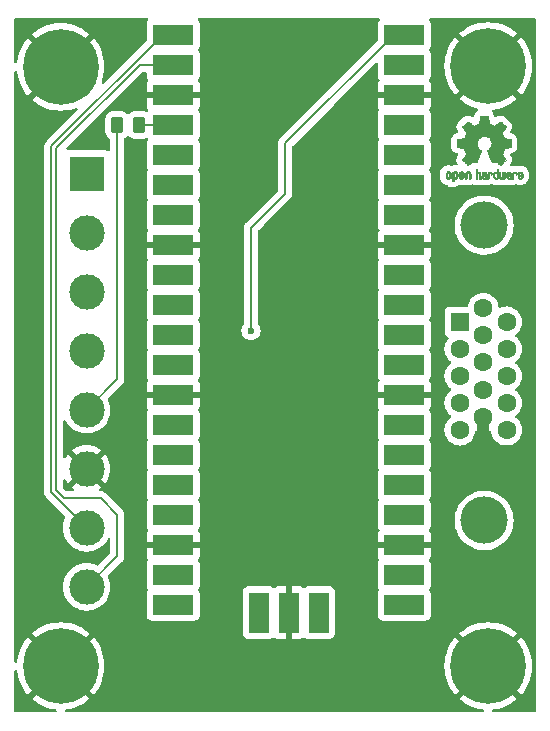
<source format=gbr>
%TF.GenerationSoftware,KiCad,Pcbnew,8.0.1*%
%TF.CreationDate,2024-07-17T22:44:32+10:00*%
%TF.ProjectId,vga,7667612e-6b69-4636-9164-5f7063625858,rev?*%
%TF.SameCoordinates,Original*%
%TF.FileFunction,Copper,L1,Top*%
%TF.FilePolarity,Positive*%
%FSLAX46Y46*%
G04 Gerber Fmt 4.6, Leading zero omitted, Abs format (unit mm)*
G04 Created by KiCad (PCBNEW 8.0.1) date 2024-07-17 22:44:32*
%MOMM*%
%LPD*%
G01*
G04 APERTURE LIST*
G04 Aperture macros list*
%AMRoundRect*
0 Rectangle with rounded corners*
0 $1 Rounding radius*
0 $2 $3 $4 $5 $6 $7 $8 $9 X,Y pos of 4 corners*
0 Add a 4 corners polygon primitive as box body*
4,1,4,$2,$3,$4,$5,$6,$7,$8,$9,$2,$3,0*
0 Add four circle primitives for the rounded corners*
1,1,$1+$1,$2,$3*
1,1,$1+$1,$4,$5*
1,1,$1+$1,$6,$7*
1,1,$1+$1,$8,$9*
0 Add four rect primitives between the rounded corners*
20,1,$1+$1,$2,$3,$4,$5,0*
20,1,$1+$1,$4,$5,$6,$7,0*
20,1,$1+$1,$6,$7,$8,$9,0*
20,1,$1+$1,$8,$9,$2,$3,0*%
G04 Aperture macros list end*
%TA.AperFunction,EtchedComponent*%
%ADD10C,0.010000*%
%TD*%
%TA.AperFunction,SMDPad,CuDef*%
%ADD11RoundRect,0.250000X0.262500X0.450000X-0.262500X0.450000X-0.262500X-0.450000X0.262500X-0.450000X0*%
%TD*%
%TA.AperFunction,ComponentPad*%
%ADD12R,3.000000X3.000000*%
%TD*%
%TA.AperFunction,ComponentPad*%
%ADD13C,3.000000*%
%TD*%
%TA.AperFunction,SMDPad,CuDef*%
%ADD14R,3.500000X1.700000*%
%TD*%
%TA.AperFunction,SMDPad,CuDef*%
%ADD15R,1.700000X3.500000*%
%TD*%
%TA.AperFunction,ComponentPad*%
%ADD16C,6.400000*%
%TD*%
%TA.AperFunction,ComponentPad*%
%ADD17C,1.600000*%
%TD*%
%TA.AperFunction,ComponentPad*%
%ADD18R,1.600000X1.600000*%
%TD*%
%TA.AperFunction,ComponentPad*%
%ADD19C,4.000000*%
%TD*%
%TA.AperFunction,ViaPad*%
%ADD20C,0.600000*%
%TD*%
%TA.AperFunction,Conductor*%
%ADD21C,1.000000*%
%TD*%
%TA.AperFunction,Conductor*%
%ADD22C,0.200000*%
%TD*%
G04 APERTURE END LIST*
D10*
%TO.C,REF\u002A\u002A*%
X114353910Y-53642348D02*
X114432454Y-53642778D01*
X114489298Y-53643942D01*
X114528105Y-53646207D01*
X114552538Y-53649940D01*
X114566262Y-53655506D01*
X114572940Y-53663273D01*
X114576236Y-53673605D01*
X114576556Y-53674943D01*
X114581562Y-53699079D01*
X114590829Y-53746701D01*
X114603392Y-53812741D01*
X114618287Y-53892128D01*
X114634551Y-53979796D01*
X114635119Y-53982875D01*
X114651410Y-54068789D01*
X114666652Y-54144696D01*
X114679861Y-54206045D01*
X114690054Y-54248282D01*
X114696248Y-54266855D01*
X114696543Y-54267184D01*
X114714788Y-54276253D01*
X114752405Y-54291367D01*
X114801271Y-54309262D01*
X114801543Y-54309358D01*
X114863093Y-54332493D01*
X114935657Y-54361965D01*
X115004057Y-54391597D01*
X115007294Y-54393062D01*
X115118702Y-54443626D01*
X115365399Y-54275160D01*
X115441077Y-54223803D01*
X115509631Y-54177889D01*
X115567088Y-54140030D01*
X115609476Y-54112837D01*
X115632825Y-54098921D01*
X115635042Y-54097889D01*
X115652010Y-54102484D01*
X115683701Y-54124655D01*
X115731352Y-54165447D01*
X115796198Y-54225905D01*
X115862397Y-54290227D01*
X115926214Y-54353612D01*
X115983329Y-54411451D01*
X116030305Y-54460175D01*
X116063703Y-54496210D01*
X116080085Y-54515984D01*
X116080694Y-54517002D01*
X116082505Y-54530572D01*
X116075683Y-54552733D01*
X116058540Y-54586478D01*
X116029393Y-54634800D01*
X115986555Y-54700692D01*
X115929448Y-54785517D01*
X115878766Y-54860177D01*
X115833461Y-54927140D01*
X115796150Y-54982516D01*
X115769452Y-55022420D01*
X115755985Y-55042962D01*
X115755137Y-55044356D01*
X115756781Y-55064038D01*
X115769245Y-55102293D01*
X115790048Y-55151889D01*
X115797462Y-55167728D01*
X115829814Y-55238290D01*
X115864328Y-55318353D01*
X115892365Y-55387629D01*
X115912568Y-55439045D01*
X115928615Y-55478119D01*
X115937888Y-55498541D01*
X115939041Y-55500114D01*
X115956096Y-55502721D01*
X115996298Y-55509863D01*
X116054302Y-55520523D01*
X116124763Y-55533685D01*
X116202335Y-55548333D01*
X116281672Y-55563449D01*
X116357431Y-55578018D01*
X116424264Y-55591022D01*
X116476828Y-55601445D01*
X116509776Y-55608270D01*
X116517857Y-55610199D01*
X116526205Y-55614962D01*
X116532506Y-55625718D01*
X116537045Y-55646098D01*
X116540104Y-55679734D01*
X116541967Y-55730255D01*
X116542918Y-55801292D01*
X116543240Y-55896476D01*
X116543257Y-55935492D01*
X116543257Y-56252799D01*
X116467057Y-56267839D01*
X116424663Y-56275995D01*
X116361400Y-56287899D01*
X116284962Y-56302116D01*
X116203043Y-56317210D01*
X116180400Y-56321355D01*
X116104806Y-56336053D01*
X116038953Y-56350505D01*
X115988366Y-56363375D01*
X115958574Y-56373322D01*
X115953612Y-56376287D01*
X115941426Y-56397283D01*
X115923953Y-56437967D01*
X115904577Y-56490322D01*
X115900734Y-56501600D01*
X115875339Y-56571523D01*
X115843817Y-56650418D01*
X115812969Y-56721266D01*
X115812817Y-56721595D01*
X115761447Y-56832733D01*
X115930399Y-57081253D01*
X116099352Y-57329772D01*
X115882429Y-57547058D01*
X115816819Y-57611726D01*
X115756979Y-57668733D01*
X115706267Y-57715033D01*
X115668046Y-57747584D01*
X115645675Y-57763343D01*
X115642466Y-57764343D01*
X115623626Y-57756469D01*
X115585180Y-57734578D01*
X115531330Y-57701267D01*
X115466276Y-57659131D01*
X115395940Y-57611943D01*
X115324555Y-57563810D01*
X115260908Y-57521928D01*
X115209041Y-57488871D01*
X115172995Y-57467218D01*
X115156867Y-57459543D01*
X115137189Y-57466037D01*
X115099875Y-57483150D01*
X115052621Y-57507326D01*
X115047612Y-57510013D01*
X114983977Y-57541927D01*
X114940341Y-57557579D01*
X114913202Y-57557745D01*
X114899057Y-57543204D01*
X114898975Y-57543000D01*
X114891905Y-57525779D01*
X114875042Y-57484899D01*
X114849695Y-57423525D01*
X114817171Y-57344819D01*
X114778778Y-57251947D01*
X114735822Y-57148072D01*
X114694222Y-57047502D01*
X114648504Y-56936516D01*
X114606526Y-56833703D01*
X114569548Y-56742215D01*
X114538827Y-56665201D01*
X114515622Y-56605815D01*
X114501190Y-56567209D01*
X114496743Y-56552800D01*
X114507896Y-56536272D01*
X114537069Y-56509930D01*
X114575971Y-56480887D01*
X114686757Y-56389039D01*
X114773351Y-56283759D01*
X114834716Y-56167266D01*
X114869815Y-56041776D01*
X114877608Y-55909507D01*
X114871943Y-55848457D01*
X114841078Y-55721795D01*
X114787920Y-55609941D01*
X114715767Y-55514001D01*
X114627917Y-55435076D01*
X114527665Y-55374270D01*
X114418310Y-55332687D01*
X114303147Y-55311428D01*
X114185475Y-55311599D01*
X114068590Y-55334301D01*
X113955789Y-55380638D01*
X113850369Y-55451713D01*
X113806368Y-55491911D01*
X113721979Y-55595129D01*
X113663222Y-55707925D01*
X113629704Y-55827010D01*
X113621035Y-55949095D01*
X113636823Y-56070893D01*
X113676678Y-56189116D01*
X113740207Y-56300475D01*
X113827021Y-56401684D01*
X113924029Y-56480887D01*
X113964437Y-56511162D01*
X113992982Y-56537219D01*
X114003257Y-56552825D01*
X113997877Y-56569843D01*
X113982575Y-56610500D01*
X113958612Y-56671642D01*
X113927244Y-56750119D01*
X113889732Y-56842780D01*
X113847333Y-56946472D01*
X113805663Y-57047526D01*
X113759690Y-57158607D01*
X113717107Y-57261541D01*
X113679221Y-57353165D01*
X113647340Y-57430316D01*
X113622771Y-57489831D01*
X113606820Y-57528544D01*
X113600910Y-57543000D01*
X113586948Y-57557685D01*
X113559940Y-57557642D01*
X113516413Y-57542099D01*
X113452890Y-57510284D01*
X113452388Y-57510013D01*
X113404560Y-57485323D01*
X113365897Y-57467338D01*
X113344095Y-57459614D01*
X113343133Y-57459543D01*
X113326721Y-57467378D01*
X113290487Y-57489165D01*
X113238474Y-57522328D01*
X113174725Y-57564291D01*
X113104060Y-57611943D01*
X113032116Y-57660191D01*
X112967274Y-57702151D01*
X112913735Y-57735227D01*
X112875697Y-57756821D01*
X112857533Y-57764343D01*
X112840808Y-57754457D01*
X112807180Y-57726826D01*
X112760010Y-57684495D01*
X112702658Y-57630505D01*
X112638484Y-57567899D01*
X112617497Y-57546983D01*
X112400499Y-57329623D01*
X112565668Y-57087220D01*
X112615864Y-57012781D01*
X112659919Y-56945972D01*
X112695362Y-56890665D01*
X112719719Y-56850729D01*
X112730522Y-56830036D01*
X112730838Y-56828563D01*
X112725143Y-56809058D01*
X112709826Y-56769822D01*
X112687537Y-56717430D01*
X112671893Y-56682355D01*
X112642641Y-56615201D01*
X112615094Y-56547358D01*
X112593737Y-56490034D01*
X112587935Y-56472572D01*
X112571452Y-56425938D01*
X112555340Y-56389905D01*
X112546490Y-56376287D01*
X112526960Y-56367952D01*
X112484334Y-56356137D01*
X112424145Y-56342181D01*
X112351922Y-56327422D01*
X112319600Y-56321355D01*
X112237522Y-56306273D01*
X112158795Y-56291669D01*
X112091109Y-56278980D01*
X112042160Y-56269642D01*
X112032943Y-56267839D01*
X111956743Y-56252799D01*
X111956743Y-55935492D01*
X111956914Y-55831154D01*
X111957616Y-55752213D01*
X111959134Y-55695038D01*
X111961749Y-55655999D01*
X111965746Y-55631465D01*
X111971409Y-55617805D01*
X111979020Y-55611389D01*
X111982143Y-55610199D01*
X112000978Y-55605980D01*
X112042588Y-55597562D01*
X112101630Y-55585961D01*
X112172757Y-55572195D01*
X112250625Y-55557280D01*
X112329887Y-55542232D01*
X112405198Y-55528069D01*
X112471213Y-55515806D01*
X112522587Y-55506461D01*
X112553975Y-55501050D01*
X112560959Y-55500114D01*
X112567285Y-55487596D01*
X112581290Y-55454246D01*
X112600355Y-55406377D01*
X112607634Y-55387629D01*
X112636996Y-55315195D01*
X112671571Y-55235170D01*
X112702537Y-55167728D01*
X112725323Y-55116159D01*
X112740482Y-55073785D01*
X112745542Y-55047834D01*
X112744736Y-55044356D01*
X112734041Y-55027936D01*
X112709620Y-54991417D01*
X112674095Y-54938687D01*
X112630087Y-54873635D01*
X112580217Y-54800151D01*
X112570356Y-54785645D01*
X112512492Y-54699704D01*
X112469956Y-54634261D01*
X112441054Y-54586304D01*
X112424090Y-54552820D01*
X112417367Y-54530795D01*
X112419190Y-54517217D01*
X112419236Y-54517131D01*
X112433586Y-54499297D01*
X112465323Y-54464817D01*
X112511010Y-54417268D01*
X112567204Y-54360222D01*
X112630468Y-54297255D01*
X112637602Y-54290227D01*
X112717330Y-54213020D01*
X112778857Y-54156330D01*
X112823421Y-54119110D01*
X112852257Y-54100315D01*
X112864958Y-54097889D01*
X112883494Y-54108471D01*
X112921961Y-54132916D01*
X112976386Y-54168612D01*
X113042798Y-54212947D01*
X113117225Y-54263311D01*
X113134601Y-54275160D01*
X113381297Y-54443626D01*
X113492706Y-54393062D01*
X113560457Y-54363595D01*
X113633183Y-54333959D01*
X113695703Y-54310330D01*
X113698457Y-54309358D01*
X113747360Y-54291457D01*
X113785057Y-54276320D01*
X113803425Y-54267210D01*
X113803456Y-54267184D01*
X113809285Y-54250717D01*
X113819192Y-54210219D01*
X113832195Y-54150242D01*
X113847309Y-54075340D01*
X113863552Y-53990064D01*
X113864881Y-53982875D01*
X113881175Y-53895014D01*
X113896133Y-53815260D01*
X113908791Y-53748681D01*
X113918186Y-53700347D01*
X113923354Y-53675325D01*
X113923444Y-53674943D01*
X113926589Y-53664299D01*
X113932704Y-53656262D01*
X113945453Y-53650467D01*
X113968500Y-53646547D01*
X114005509Y-53644135D01*
X114060144Y-53642865D01*
X114136067Y-53642371D01*
X114236944Y-53642286D01*
X114250000Y-53642286D01*
X114353910Y-53642348D01*
%TA.AperFunction,EtchedComponent*%
G36*
X114353910Y-53642348D02*
G01*
X114432454Y-53642778D01*
X114489298Y-53643942D01*
X114528105Y-53646207D01*
X114552538Y-53649940D01*
X114566262Y-53655506D01*
X114572940Y-53663273D01*
X114576236Y-53673605D01*
X114576556Y-53674943D01*
X114581562Y-53699079D01*
X114590829Y-53746701D01*
X114603392Y-53812741D01*
X114618287Y-53892128D01*
X114634551Y-53979796D01*
X114635119Y-53982875D01*
X114651410Y-54068789D01*
X114666652Y-54144696D01*
X114679861Y-54206045D01*
X114690054Y-54248282D01*
X114696248Y-54266855D01*
X114696543Y-54267184D01*
X114714788Y-54276253D01*
X114752405Y-54291367D01*
X114801271Y-54309262D01*
X114801543Y-54309358D01*
X114863093Y-54332493D01*
X114935657Y-54361965D01*
X115004057Y-54391597D01*
X115007294Y-54393062D01*
X115118702Y-54443626D01*
X115365399Y-54275160D01*
X115441077Y-54223803D01*
X115509631Y-54177889D01*
X115567088Y-54140030D01*
X115609476Y-54112837D01*
X115632825Y-54098921D01*
X115635042Y-54097889D01*
X115652010Y-54102484D01*
X115683701Y-54124655D01*
X115731352Y-54165447D01*
X115796198Y-54225905D01*
X115862397Y-54290227D01*
X115926214Y-54353612D01*
X115983329Y-54411451D01*
X116030305Y-54460175D01*
X116063703Y-54496210D01*
X116080085Y-54515984D01*
X116080694Y-54517002D01*
X116082505Y-54530572D01*
X116075683Y-54552733D01*
X116058540Y-54586478D01*
X116029393Y-54634800D01*
X115986555Y-54700692D01*
X115929448Y-54785517D01*
X115878766Y-54860177D01*
X115833461Y-54927140D01*
X115796150Y-54982516D01*
X115769452Y-55022420D01*
X115755985Y-55042962D01*
X115755137Y-55044356D01*
X115756781Y-55064038D01*
X115769245Y-55102293D01*
X115790048Y-55151889D01*
X115797462Y-55167728D01*
X115829814Y-55238290D01*
X115864328Y-55318353D01*
X115892365Y-55387629D01*
X115912568Y-55439045D01*
X115928615Y-55478119D01*
X115937888Y-55498541D01*
X115939041Y-55500114D01*
X115956096Y-55502721D01*
X115996298Y-55509863D01*
X116054302Y-55520523D01*
X116124763Y-55533685D01*
X116202335Y-55548333D01*
X116281672Y-55563449D01*
X116357431Y-55578018D01*
X116424264Y-55591022D01*
X116476828Y-55601445D01*
X116509776Y-55608270D01*
X116517857Y-55610199D01*
X116526205Y-55614962D01*
X116532506Y-55625718D01*
X116537045Y-55646098D01*
X116540104Y-55679734D01*
X116541967Y-55730255D01*
X116542918Y-55801292D01*
X116543240Y-55896476D01*
X116543257Y-55935492D01*
X116543257Y-56252799D01*
X116467057Y-56267839D01*
X116424663Y-56275995D01*
X116361400Y-56287899D01*
X116284962Y-56302116D01*
X116203043Y-56317210D01*
X116180400Y-56321355D01*
X116104806Y-56336053D01*
X116038953Y-56350505D01*
X115988366Y-56363375D01*
X115958574Y-56373322D01*
X115953612Y-56376287D01*
X115941426Y-56397283D01*
X115923953Y-56437967D01*
X115904577Y-56490322D01*
X115900734Y-56501600D01*
X115875339Y-56571523D01*
X115843817Y-56650418D01*
X115812969Y-56721266D01*
X115812817Y-56721595D01*
X115761447Y-56832733D01*
X115930399Y-57081253D01*
X116099352Y-57329772D01*
X115882429Y-57547058D01*
X115816819Y-57611726D01*
X115756979Y-57668733D01*
X115706267Y-57715033D01*
X115668046Y-57747584D01*
X115645675Y-57763343D01*
X115642466Y-57764343D01*
X115623626Y-57756469D01*
X115585180Y-57734578D01*
X115531330Y-57701267D01*
X115466276Y-57659131D01*
X115395940Y-57611943D01*
X115324555Y-57563810D01*
X115260908Y-57521928D01*
X115209041Y-57488871D01*
X115172995Y-57467218D01*
X115156867Y-57459543D01*
X115137189Y-57466037D01*
X115099875Y-57483150D01*
X115052621Y-57507326D01*
X115047612Y-57510013D01*
X114983977Y-57541927D01*
X114940341Y-57557579D01*
X114913202Y-57557745D01*
X114899057Y-57543204D01*
X114898975Y-57543000D01*
X114891905Y-57525779D01*
X114875042Y-57484899D01*
X114849695Y-57423525D01*
X114817171Y-57344819D01*
X114778778Y-57251947D01*
X114735822Y-57148072D01*
X114694222Y-57047502D01*
X114648504Y-56936516D01*
X114606526Y-56833703D01*
X114569548Y-56742215D01*
X114538827Y-56665201D01*
X114515622Y-56605815D01*
X114501190Y-56567209D01*
X114496743Y-56552800D01*
X114507896Y-56536272D01*
X114537069Y-56509930D01*
X114575971Y-56480887D01*
X114686757Y-56389039D01*
X114773351Y-56283759D01*
X114834716Y-56167266D01*
X114869815Y-56041776D01*
X114877608Y-55909507D01*
X114871943Y-55848457D01*
X114841078Y-55721795D01*
X114787920Y-55609941D01*
X114715767Y-55514001D01*
X114627917Y-55435076D01*
X114527665Y-55374270D01*
X114418310Y-55332687D01*
X114303147Y-55311428D01*
X114185475Y-55311599D01*
X114068590Y-55334301D01*
X113955789Y-55380638D01*
X113850369Y-55451713D01*
X113806368Y-55491911D01*
X113721979Y-55595129D01*
X113663222Y-55707925D01*
X113629704Y-55827010D01*
X113621035Y-55949095D01*
X113636823Y-56070893D01*
X113676678Y-56189116D01*
X113740207Y-56300475D01*
X113827021Y-56401684D01*
X113924029Y-56480887D01*
X113964437Y-56511162D01*
X113992982Y-56537219D01*
X114003257Y-56552825D01*
X113997877Y-56569843D01*
X113982575Y-56610500D01*
X113958612Y-56671642D01*
X113927244Y-56750119D01*
X113889732Y-56842780D01*
X113847333Y-56946472D01*
X113805663Y-57047526D01*
X113759690Y-57158607D01*
X113717107Y-57261541D01*
X113679221Y-57353165D01*
X113647340Y-57430316D01*
X113622771Y-57489831D01*
X113606820Y-57528544D01*
X113600910Y-57543000D01*
X113586948Y-57557685D01*
X113559940Y-57557642D01*
X113516413Y-57542099D01*
X113452890Y-57510284D01*
X113452388Y-57510013D01*
X113404560Y-57485323D01*
X113365897Y-57467338D01*
X113344095Y-57459614D01*
X113343133Y-57459543D01*
X113326721Y-57467378D01*
X113290487Y-57489165D01*
X113238474Y-57522328D01*
X113174725Y-57564291D01*
X113104060Y-57611943D01*
X113032116Y-57660191D01*
X112967274Y-57702151D01*
X112913735Y-57735227D01*
X112875697Y-57756821D01*
X112857533Y-57764343D01*
X112840808Y-57754457D01*
X112807180Y-57726826D01*
X112760010Y-57684495D01*
X112702658Y-57630505D01*
X112638484Y-57567899D01*
X112617497Y-57546983D01*
X112400499Y-57329623D01*
X112565668Y-57087220D01*
X112615864Y-57012781D01*
X112659919Y-56945972D01*
X112695362Y-56890665D01*
X112719719Y-56850729D01*
X112730522Y-56830036D01*
X112730838Y-56828563D01*
X112725143Y-56809058D01*
X112709826Y-56769822D01*
X112687537Y-56717430D01*
X112671893Y-56682355D01*
X112642641Y-56615201D01*
X112615094Y-56547358D01*
X112593737Y-56490034D01*
X112587935Y-56472572D01*
X112571452Y-56425938D01*
X112555340Y-56389905D01*
X112546490Y-56376287D01*
X112526960Y-56367952D01*
X112484334Y-56356137D01*
X112424145Y-56342181D01*
X112351922Y-56327422D01*
X112319600Y-56321355D01*
X112237522Y-56306273D01*
X112158795Y-56291669D01*
X112091109Y-56278980D01*
X112042160Y-56269642D01*
X112032943Y-56267839D01*
X111956743Y-56252799D01*
X111956743Y-55935492D01*
X111956914Y-55831154D01*
X111957616Y-55752213D01*
X111959134Y-55695038D01*
X111961749Y-55655999D01*
X111965746Y-55631465D01*
X111971409Y-55617805D01*
X111979020Y-55611389D01*
X111982143Y-55610199D01*
X112000978Y-55605980D01*
X112042588Y-55597562D01*
X112101630Y-55585961D01*
X112172757Y-55572195D01*
X112250625Y-55557280D01*
X112329887Y-55542232D01*
X112405198Y-55528069D01*
X112471213Y-55515806D01*
X112522587Y-55506461D01*
X112553975Y-55501050D01*
X112560959Y-55500114D01*
X112567285Y-55487596D01*
X112581290Y-55454246D01*
X112600355Y-55406377D01*
X112607634Y-55387629D01*
X112636996Y-55315195D01*
X112671571Y-55235170D01*
X112702537Y-55167728D01*
X112725323Y-55116159D01*
X112740482Y-55073785D01*
X112745542Y-55047834D01*
X112744736Y-55044356D01*
X112734041Y-55027936D01*
X112709620Y-54991417D01*
X112674095Y-54938687D01*
X112630087Y-54873635D01*
X112580217Y-54800151D01*
X112570356Y-54785645D01*
X112512492Y-54699704D01*
X112469956Y-54634261D01*
X112441054Y-54586304D01*
X112424090Y-54552820D01*
X112417367Y-54530795D01*
X112419190Y-54517217D01*
X112419236Y-54517131D01*
X112433586Y-54499297D01*
X112465323Y-54464817D01*
X112511010Y-54417268D01*
X112567204Y-54360222D01*
X112630468Y-54297255D01*
X112637602Y-54290227D01*
X112717330Y-54213020D01*
X112778857Y-54156330D01*
X112823421Y-54119110D01*
X112852257Y-54100315D01*
X112864958Y-54097889D01*
X112883494Y-54108471D01*
X112921961Y-54132916D01*
X112976386Y-54168612D01*
X113042798Y-54212947D01*
X113117225Y-54263311D01*
X113134601Y-54275160D01*
X113381297Y-54443626D01*
X113492706Y-54393062D01*
X113560457Y-54363595D01*
X113633183Y-54333959D01*
X113695703Y-54310330D01*
X113698457Y-54309358D01*
X113747360Y-54291457D01*
X113785057Y-54276320D01*
X113803425Y-54267210D01*
X113803456Y-54267184D01*
X113809285Y-54250717D01*
X113819192Y-54210219D01*
X113832195Y-54150242D01*
X113847309Y-54075340D01*
X113863552Y-53990064D01*
X113864881Y-53982875D01*
X113881175Y-53895014D01*
X113896133Y-53815260D01*
X113908791Y-53748681D01*
X113918186Y-53700347D01*
X113923354Y-53675325D01*
X113923444Y-53674943D01*
X113926589Y-53664299D01*
X113932704Y-53656262D01*
X113945453Y-53650467D01*
X113968500Y-53646547D01*
X114005509Y-53644135D01*
X114060144Y-53642865D01*
X114136067Y-53642371D01*
X114236944Y-53642286D01*
X114250000Y-53642286D01*
X114353910Y-53642348D01*
G37*
%TD.AperFunction*%
X116394876Y-58356335D02*
X116436667Y-58375344D01*
X116469469Y-58398378D01*
X116493503Y-58424133D01*
X116510097Y-58457358D01*
X116520577Y-58502800D01*
X116526271Y-58565207D01*
X116528507Y-58649327D01*
X116528743Y-58704721D01*
X116528743Y-58920826D01*
X116491774Y-58937670D01*
X116462656Y-58949981D01*
X116448231Y-58954514D01*
X116445472Y-58941025D01*
X116443282Y-58904653D01*
X116441942Y-58851542D01*
X116441657Y-58809372D01*
X116440434Y-58748447D01*
X116437136Y-58700115D01*
X116432321Y-58670518D01*
X116428496Y-58664229D01*
X116402783Y-58670652D01*
X116362418Y-58687125D01*
X116315679Y-58709458D01*
X116270845Y-58733457D01*
X116236193Y-58754930D01*
X116220002Y-58769685D01*
X116219938Y-58769845D01*
X116221330Y-58797152D01*
X116233818Y-58823219D01*
X116255743Y-58844392D01*
X116287743Y-58851474D01*
X116315092Y-58850649D01*
X116353826Y-58850042D01*
X116374158Y-58859116D01*
X116386369Y-58883092D01*
X116387909Y-58887613D01*
X116393203Y-58921806D01*
X116379047Y-58942568D01*
X116342148Y-58952462D01*
X116302289Y-58954292D01*
X116230562Y-58940727D01*
X116193432Y-58921355D01*
X116147576Y-58875845D01*
X116123256Y-58819983D01*
X116121073Y-58760957D01*
X116141629Y-58705953D01*
X116172549Y-58671486D01*
X116203420Y-58652189D01*
X116251942Y-58627759D01*
X116308485Y-58602985D01*
X116317910Y-58599199D01*
X116380019Y-58571791D01*
X116415822Y-58547634D01*
X116427337Y-58523619D01*
X116416580Y-58496635D01*
X116398114Y-58475543D01*
X116354469Y-58449572D01*
X116306446Y-58447624D01*
X116262406Y-58467637D01*
X116230709Y-58507551D01*
X116226549Y-58517848D01*
X116202327Y-58555724D01*
X116166965Y-58583842D01*
X116122343Y-58606917D01*
X116122343Y-58541485D01*
X116124969Y-58501506D01*
X116136230Y-58469997D01*
X116161199Y-58436378D01*
X116185169Y-58410484D01*
X116222441Y-58373817D01*
X116251401Y-58354121D01*
X116282505Y-58346220D01*
X116317713Y-58344914D01*
X116394876Y-58356335D01*
%TA.AperFunction,EtchedComponent*%
G36*
X116394876Y-58356335D02*
G01*
X116436667Y-58375344D01*
X116469469Y-58398378D01*
X116493503Y-58424133D01*
X116510097Y-58457358D01*
X116520577Y-58502800D01*
X116526271Y-58565207D01*
X116528507Y-58649327D01*
X116528743Y-58704721D01*
X116528743Y-58920826D01*
X116491774Y-58937670D01*
X116462656Y-58949981D01*
X116448231Y-58954514D01*
X116445472Y-58941025D01*
X116443282Y-58904653D01*
X116441942Y-58851542D01*
X116441657Y-58809372D01*
X116440434Y-58748447D01*
X116437136Y-58700115D01*
X116432321Y-58670518D01*
X116428496Y-58664229D01*
X116402783Y-58670652D01*
X116362418Y-58687125D01*
X116315679Y-58709458D01*
X116270845Y-58733457D01*
X116236193Y-58754930D01*
X116220002Y-58769685D01*
X116219938Y-58769845D01*
X116221330Y-58797152D01*
X116233818Y-58823219D01*
X116255743Y-58844392D01*
X116287743Y-58851474D01*
X116315092Y-58850649D01*
X116353826Y-58850042D01*
X116374158Y-58859116D01*
X116386369Y-58883092D01*
X116387909Y-58887613D01*
X116393203Y-58921806D01*
X116379047Y-58942568D01*
X116342148Y-58952462D01*
X116302289Y-58954292D01*
X116230562Y-58940727D01*
X116193432Y-58921355D01*
X116147576Y-58875845D01*
X116123256Y-58819983D01*
X116121073Y-58760957D01*
X116141629Y-58705953D01*
X116172549Y-58671486D01*
X116203420Y-58652189D01*
X116251942Y-58627759D01*
X116308485Y-58602985D01*
X116317910Y-58599199D01*
X116380019Y-58571791D01*
X116415822Y-58547634D01*
X116427337Y-58523619D01*
X116416580Y-58496635D01*
X116398114Y-58475543D01*
X116354469Y-58449572D01*
X116306446Y-58447624D01*
X116262406Y-58467637D01*
X116230709Y-58507551D01*
X116226549Y-58517848D01*
X116202327Y-58555724D01*
X116166965Y-58583842D01*
X116122343Y-58606917D01*
X116122343Y-58541485D01*
X116124969Y-58501506D01*
X116136230Y-58469997D01*
X116161199Y-58436378D01*
X116185169Y-58410484D01*
X116222441Y-58373817D01*
X116251401Y-58354121D01*
X116282505Y-58346220D01*
X116317713Y-58344914D01*
X116394876Y-58356335D01*
G37*
%TD.AperFunction*%
X111849744Y-58319918D02*
X111905201Y-58347568D01*
X111954148Y-58398480D01*
X111967629Y-58417338D01*
X111982314Y-58442015D01*
X111991842Y-58468816D01*
X111997293Y-58504587D01*
X111999747Y-58556169D01*
X112000286Y-58624267D01*
X111997852Y-58717588D01*
X111989394Y-58787657D01*
X111973174Y-58839931D01*
X111947454Y-58879869D01*
X111910497Y-58912929D01*
X111907782Y-58914886D01*
X111871360Y-58934908D01*
X111827502Y-58944815D01*
X111771724Y-58947257D01*
X111681048Y-58947257D01*
X111681010Y-59035283D01*
X111680166Y-59084308D01*
X111675024Y-59113065D01*
X111661587Y-59130311D01*
X111635858Y-59144808D01*
X111629679Y-59147769D01*
X111600764Y-59161648D01*
X111578376Y-59170414D01*
X111561729Y-59171171D01*
X111550036Y-59161023D01*
X111542510Y-59137073D01*
X111538366Y-59096426D01*
X111536815Y-59036186D01*
X111537071Y-58953455D01*
X111538349Y-58845339D01*
X111538748Y-58813000D01*
X111540185Y-58701524D01*
X111541472Y-58628603D01*
X111680971Y-58628603D01*
X111681755Y-58690499D01*
X111685240Y-58730997D01*
X111693124Y-58757708D01*
X111707105Y-58778244D01*
X111716597Y-58788260D01*
X111755404Y-58817567D01*
X111789763Y-58819952D01*
X111825216Y-58795750D01*
X111826114Y-58794857D01*
X111840539Y-58776153D01*
X111849313Y-58750732D01*
X111853739Y-58711584D01*
X111855118Y-58651697D01*
X111855143Y-58638430D01*
X111851812Y-58555901D01*
X111840969Y-58498691D01*
X111821340Y-58463766D01*
X111791650Y-58448094D01*
X111774491Y-58446514D01*
X111733766Y-58453926D01*
X111705832Y-58478330D01*
X111689017Y-58522980D01*
X111681650Y-58591130D01*
X111680971Y-58628603D01*
X111541472Y-58628603D01*
X111541708Y-58615245D01*
X111543677Y-58550333D01*
X111546450Y-58502958D01*
X111550388Y-58469290D01*
X111555849Y-58445498D01*
X111563192Y-58427753D01*
X111572777Y-58412224D01*
X111576887Y-58406381D01*
X111631405Y-58351185D01*
X111700336Y-58319890D01*
X111780072Y-58311165D01*
X111849744Y-58319918D01*
%TA.AperFunction,EtchedComponent*%
G36*
X111849744Y-58319918D02*
G01*
X111905201Y-58347568D01*
X111954148Y-58398480D01*
X111967629Y-58417338D01*
X111982314Y-58442015D01*
X111991842Y-58468816D01*
X111997293Y-58504587D01*
X111999747Y-58556169D01*
X112000286Y-58624267D01*
X111997852Y-58717588D01*
X111989394Y-58787657D01*
X111973174Y-58839931D01*
X111947454Y-58879869D01*
X111910497Y-58912929D01*
X111907782Y-58914886D01*
X111871360Y-58934908D01*
X111827502Y-58944815D01*
X111771724Y-58947257D01*
X111681048Y-58947257D01*
X111681010Y-59035283D01*
X111680166Y-59084308D01*
X111675024Y-59113065D01*
X111661587Y-59130311D01*
X111635858Y-59144808D01*
X111629679Y-59147769D01*
X111600764Y-59161648D01*
X111578376Y-59170414D01*
X111561729Y-59171171D01*
X111550036Y-59161023D01*
X111542510Y-59137073D01*
X111538366Y-59096426D01*
X111536815Y-59036186D01*
X111537071Y-58953455D01*
X111538349Y-58845339D01*
X111538748Y-58813000D01*
X111540185Y-58701524D01*
X111541472Y-58628603D01*
X111680971Y-58628603D01*
X111681755Y-58690499D01*
X111685240Y-58730997D01*
X111693124Y-58757708D01*
X111707105Y-58778244D01*
X111716597Y-58788260D01*
X111755404Y-58817567D01*
X111789763Y-58819952D01*
X111825216Y-58795750D01*
X111826114Y-58794857D01*
X111840539Y-58776153D01*
X111849313Y-58750732D01*
X111853739Y-58711584D01*
X111855118Y-58651697D01*
X111855143Y-58638430D01*
X111851812Y-58555901D01*
X111840969Y-58498691D01*
X111821340Y-58463766D01*
X111791650Y-58448094D01*
X111774491Y-58446514D01*
X111733766Y-58453926D01*
X111705832Y-58478330D01*
X111689017Y-58522980D01*
X111681650Y-58591130D01*
X111680971Y-58628603D01*
X111541472Y-58628603D01*
X111541708Y-58615245D01*
X111543677Y-58550333D01*
X111546450Y-58502958D01*
X111550388Y-58469290D01*
X111555849Y-58445498D01*
X111563192Y-58427753D01*
X111572777Y-58412224D01*
X111576887Y-58406381D01*
X111631405Y-58351185D01*
X111700336Y-58319890D01*
X111780072Y-58311165D01*
X111849744Y-58319918D01*
G37*
%TD.AperFunction*%
X114289744Y-58350968D02*
X114346616Y-58372087D01*
X114347267Y-58372493D01*
X114382440Y-58398380D01*
X114408407Y-58428633D01*
X114426670Y-58468058D01*
X114438732Y-58521462D01*
X114446096Y-58593651D01*
X114450264Y-58689432D01*
X114450629Y-58703078D01*
X114455876Y-58908842D01*
X114411716Y-58931678D01*
X114379763Y-58947110D01*
X114360470Y-58954423D01*
X114359578Y-58954514D01*
X114356239Y-58941022D01*
X114353587Y-58904626D01*
X114351956Y-58851452D01*
X114351600Y-58808393D01*
X114351592Y-58738641D01*
X114348403Y-58694837D01*
X114337288Y-58673944D01*
X114313501Y-58672925D01*
X114272296Y-58688741D01*
X114210086Y-58717815D01*
X114164341Y-58741963D01*
X114140813Y-58762913D01*
X114133896Y-58785747D01*
X114133886Y-58786877D01*
X114145299Y-58826212D01*
X114179092Y-58847462D01*
X114230809Y-58850539D01*
X114268061Y-58850006D01*
X114287703Y-58860735D01*
X114299952Y-58886505D01*
X114307002Y-58919337D01*
X114296842Y-58937966D01*
X114293017Y-58940632D01*
X114257001Y-58951340D01*
X114206566Y-58952856D01*
X114154626Y-58945759D01*
X114117822Y-58932788D01*
X114066938Y-58889585D01*
X114038014Y-58829446D01*
X114032286Y-58782462D01*
X114036657Y-58740082D01*
X114052475Y-58705488D01*
X114083797Y-58674763D01*
X114134678Y-58643990D01*
X114209176Y-58609252D01*
X114213714Y-58607288D01*
X114280821Y-58576287D01*
X114322232Y-58550862D01*
X114339981Y-58528014D01*
X114336107Y-58504745D01*
X114312643Y-58478056D01*
X114305627Y-58471914D01*
X114258630Y-58448100D01*
X114209933Y-58449103D01*
X114167522Y-58472451D01*
X114139384Y-58515675D01*
X114136769Y-58524160D01*
X114111308Y-58565308D01*
X114079001Y-58585128D01*
X114032286Y-58604770D01*
X114032286Y-58553950D01*
X114046496Y-58480082D01*
X114088675Y-58412327D01*
X114110624Y-58389661D01*
X114160517Y-58360569D01*
X114223967Y-58347400D01*
X114289744Y-58350968D01*
%TA.AperFunction,EtchedComponent*%
G36*
X114289744Y-58350968D02*
G01*
X114346616Y-58372087D01*
X114347267Y-58372493D01*
X114382440Y-58398380D01*
X114408407Y-58428633D01*
X114426670Y-58468058D01*
X114438732Y-58521462D01*
X114446096Y-58593651D01*
X114450264Y-58689432D01*
X114450629Y-58703078D01*
X114455876Y-58908842D01*
X114411716Y-58931678D01*
X114379763Y-58947110D01*
X114360470Y-58954423D01*
X114359578Y-58954514D01*
X114356239Y-58941022D01*
X114353587Y-58904626D01*
X114351956Y-58851452D01*
X114351600Y-58808393D01*
X114351592Y-58738641D01*
X114348403Y-58694837D01*
X114337288Y-58673944D01*
X114313501Y-58672925D01*
X114272296Y-58688741D01*
X114210086Y-58717815D01*
X114164341Y-58741963D01*
X114140813Y-58762913D01*
X114133896Y-58785747D01*
X114133886Y-58786877D01*
X114145299Y-58826212D01*
X114179092Y-58847462D01*
X114230809Y-58850539D01*
X114268061Y-58850006D01*
X114287703Y-58860735D01*
X114299952Y-58886505D01*
X114307002Y-58919337D01*
X114296842Y-58937966D01*
X114293017Y-58940632D01*
X114257001Y-58951340D01*
X114206566Y-58952856D01*
X114154626Y-58945759D01*
X114117822Y-58932788D01*
X114066938Y-58889585D01*
X114038014Y-58829446D01*
X114032286Y-58782462D01*
X114036657Y-58740082D01*
X114052475Y-58705488D01*
X114083797Y-58674763D01*
X114134678Y-58643990D01*
X114209176Y-58609252D01*
X114213714Y-58607288D01*
X114280821Y-58576287D01*
X114322232Y-58550862D01*
X114339981Y-58528014D01*
X114336107Y-58504745D01*
X114312643Y-58478056D01*
X114305627Y-58471914D01*
X114258630Y-58448100D01*
X114209933Y-58449103D01*
X114167522Y-58472451D01*
X114139384Y-58515675D01*
X114136769Y-58524160D01*
X114111308Y-58565308D01*
X114079001Y-58585128D01*
X114032286Y-58604770D01*
X114032286Y-58553950D01*
X114046496Y-58480082D01*
X114088675Y-58412327D01*
X114110624Y-58389661D01*
X114160517Y-58360569D01*
X114223967Y-58347400D01*
X114289744Y-58350968D01*
G37*
%TD.AperFunction*%
X112418303Y-58331239D02*
X112475527Y-58369735D01*
X112519749Y-58425335D01*
X112546167Y-58496086D01*
X112551510Y-58548162D01*
X112550903Y-58569893D01*
X112545822Y-58586531D01*
X112531855Y-58601437D01*
X112504589Y-58617973D01*
X112459612Y-58639498D01*
X112392511Y-58669374D01*
X112392171Y-58669524D01*
X112330407Y-58697813D01*
X112279759Y-58722933D01*
X112245404Y-58742179D01*
X112232518Y-58752848D01*
X112232514Y-58752934D01*
X112243872Y-58776166D01*
X112270431Y-58801774D01*
X112300923Y-58820221D01*
X112316370Y-58823886D01*
X112358515Y-58811212D01*
X112394808Y-58779471D01*
X112412517Y-58744572D01*
X112429552Y-58718845D01*
X112462922Y-58689546D01*
X112502149Y-58664235D01*
X112536756Y-58650471D01*
X112543993Y-58649714D01*
X112552139Y-58662160D01*
X112552630Y-58693972D01*
X112546643Y-58736866D01*
X112535357Y-58782558D01*
X112519950Y-58822761D01*
X112519171Y-58824322D01*
X112472804Y-58889062D01*
X112412711Y-58933097D01*
X112344465Y-58954711D01*
X112273638Y-58952185D01*
X112205804Y-58923804D01*
X112202788Y-58921808D01*
X112149427Y-58873448D01*
X112114340Y-58810352D01*
X112094922Y-58727387D01*
X112092316Y-58704078D01*
X112087701Y-58594055D01*
X112093233Y-58542748D01*
X112232514Y-58542748D01*
X112234324Y-58574753D01*
X112244222Y-58584093D01*
X112268898Y-58577105D01*
X112307795Y-58560587D01*
X112351275Y-58539881D01*
X112352356Y-58539333D01*
X112389209Y-58519949D01*
X112404000Y-58507013D01*
X112400353Y-58493451D01*
X112384995Y-58475632D01*
X112345923Y-58449845D01*
X112303846Y-58447950D01*
X112266103Y-58466717D01*
X112240034Y-58502915D01*
X112232514Y-58542748D01*
X112093233Y-58542748D01*
X112097194Y-58506027D01*
X112121550Y-58436212D01*
X112155456Y-58387302D01*
X112216653Y-58337878D01*
X112284063Y-58313359D01*
X112352880Y-58311797D01*
X112418303Y-58331239D01*
%TA.AperFunction,EtchedComponent*%
G36*
X112418303Y-58331239D02*
G01*
X112475527Y-58369735D01*
X112519749Y-58425335D01*
X112546167Y-58496086D01*
X112551510Y-58548162D01*
X112550903Y-58569893D01*
X112545822Y-58586531D01*
X112531855Y-58601437D01*
X112504589Y-58617973D01*
X112459612Y-58639498D01*
X112392511Y-58669374D01*
X112392171Y-58669524D01*
X112330407Y-58697813D01*
X112279759Y-58722933D01*
X112245404Y-58742179D01*
X112232518Y-58752848D01*
X112232514Y-58752934D01*
X112243872Y-58776166D01*
X112270431Y-58801774D01*
X112300923Y-58820221D01*
X112316370Y-58823886D01*
X112358515Y-58811212D01*
X112394808Y-58779471D01*
X112412517Y-58744572D01*
X112429552Y-58718845D01*
X112462922Y-58689546D01*
X112502149Y-58664235D01*
X112536756Y-58650471D01*
X112543993Y-58649714D01*
X112552139Y-58662160D01*
X112552630Y-58693972D01*
X112546643Y-58736866D01*
X112535357Y-58782558D01*
X112519950Y-58822761D01*
X112519171Y-58824322D01*
X112472804Y-58889062D01*
X112412711Y-58933097D01*
X112344465Y-58954711D01*
X112273638Y-58952185D01*
X112205804Y-58923804D01*
X112202788Y-58921808D01*
X112149427Y-58873448D01*
X112114340Y-58810352D01*
X112094922Y-58727387D01*
X112092316Y-58704078D01*
X112087701Y-58594055D01*
X112093233Y-58542748D01*
X112232514Y-58542748D01*
X112234324Y-58574753D01*
X112244222Y-58584093D01*
X112268898Y-58577105D01*
X112307795Y-58560587D01*
X112351275Y-58539881D01*
X112352356Y-58539333D01*
X112389209Y-58519949D01*
X112404000Y-58507013D01*
X112400353Y-58493451D01*
X112384995Y-58475632D01*
X112345923Y-58449845D01*
X112303846Y-58447950D01*
X112266103Y-58466717D01*
X112240034Y-58502915D01*
X112232514Y-58542748D01*
X112093233Y-58542748D01*
X112097194Y-58506027D01*
X112121550Y-58436212D01*
X112155456Y-58387302D01*
X112216653Y-58337878D01*
X112284063Y-58313359D01*
X112352880Y-58311797D01*
X112418303Y-58331239D01*
G37*
%TD.AperFunction*%
X115440117Y-58465358D02*
X115439933Y-58573837D01*
X115439219Y-58657287D01*
X115437675Y-58719704D01*
X115435001Y-58765085D01*
X115430894Y-58797429D01*
X115425055Y-58820733D01*
X115417182Y-58838995D01*
X115411221Y-58849418D01*
X115361855Y-58905945D01*
X115299264Y-58941377D01*
X115230013Y-58954090D01*
X115160668Y-58942463D01*
X115119375Y-58921568D01*
X115076025Y-58885422D01*
X115046481Y-58841276D01*
X115028655Y-58783462D01*
X115020463Y-58706313D01*
X115019302Y-58649714D01*
X115019458Y-58645647D01*
X115120857Y-58645647D01*
X115121476Y-58710550D01*
X115124314Y-58753514D01*
X115130840Y-58781622D01*
X115142523Y-58801953D01*
X115156483Y-58817288D01*
X115203365Y-58846890D01*
X115253701Y-58849419D01*
X115301276Y-58824705D01*
X115304979Y-58821356D01*
X115320783Y-58803935D01*
X115330693Y-58783209D01*
X115336058Y-58752362D01*
X115338228Y-58704577D01*
X115338571Y-58651748D01*
X115337827Y-58585381D01*
X115334748Y-58541106D01*
X115328061Y-58512009D01*
X115316496Y-58491173D01*
X115307013Y-58480107D01*
X115262960Y-58452198D01*
X115212224Y-58448843D01*
X115163796Y-58470159D01*
X115154450Y-58478073D01*
X115138540Y-58495647D01*
X115128610Y-58516587D01*
X115123278Y-58547782D01*
X115121163Y-58596122D01*
X115120857Y-58645647D01*
X115019458Y-58645647D01*
X115022810Y-58558568D01*
X115034726Y-58490086D01*
X115057135Y-58438600D01*
X115092124Y-58398443D01*
X115119375Y-58377861D01*
X115168907Y-58355625D01*
X115226316Y-58345304D01*
X115279682Y-58348067D01*
X115309543Y-58359212D01*
X115321261Y-58362383D01*
X115329037Y-58350557D01*
X115334465Y-58318866D01*
X115338571Y-58270593D01*
X115343067Y-58216829D01*
X115349313Y-58184482D01*
X115360676Y-58165985D01*
X115380528Y-58153770D01*
X115393000Y-58148362D01*
X115440171Y-58128601D01*
X115440117Y-58465358D01*
%TA.AperFunction,EtchedComponent*%
G36*
X115440117Y-58465358D02*
G01*
X115439933Y-58573837D01*
X115439219Y-58657287D01*
X115437675Y-58719704D01*
X115435001Y-58765085D01*
X115430894Y-58797429D01*
X115425055Y-58820733D01*
X115417182Y-58838995D01*
X115411221Y-58849418D01*
X115361855Y-58905945D01*
X115299264Y-58941377D01*
X115230013Y-58954090D01*
X115160668Y-58942463D01*
X115119375Y-58921568D01*
X115076025Y-58885422D01*
X115046481Y-58841276D01*
X115028655Y-58783462D01*
X115020463Y-58706313D01*
X115019302Y-58649714D01*
X115019458Y-58645647D01*
X115120857Y-58645647D01*
X115121476Y-58710550D01*
X115124314Y-58753514D01*
X115130840Y-58781622D01*
X115142523Y-58801953D01*
X115156483Y-58817288D01*
X115203365Y-58846890D01*
X115253701Y-58849419D01*
X115301276Y-58824705D01*
X115304979Y-58821356D01*
X115320783Y-58803935D01*
X115330693Y-58783209D01*
X115336058Y-58752362D01*
X115338228Y-58704577D01*
X115338571Y-58651748D01*
X115337827Y-58585381D01*
X115334748Y-58541106D01*
X115328061Y-58512009D01*
X115316496Y-58491173D01*
X115307013Y-58480107D01*
X115262960Y-58452198D01*
X115212224Y-58448843D01*
X115163796Y-58470159D01*
X115154450Y-58478073D01*
X115138540Y-58495647D01*
X115128610Y-58516587D01*
X115123278Y-58547782D01*
X115121163Y-58596122D01*
X115120857Y-58645647D01*
X115019458Y-58645647D01*
X115022810Y-58558568D01*
X115034726Y-58490086D01*
X115057135Y-58438600D01*
X115092124Y-58398443D01*
X115119375Y-58377861D01*
X115168907Y-58355625D01*
X115226316Y-58345304D01*
X115279682Y-58348067D01*
X115309543Y-58359212D01*
X115321261Y-58362383D01*
X115329037Y-58350557D01*
X115334465Y-58318866D01*
X115338571Y-58270593D01*
X115343067Y-58216829D01*
X115349313Y-58184482D01*
X115360676Y-58165985D01*
X115380528Y-58153770D01*
X115393000Y-58148362D01*
X115440171Y-58128601D01*
X115440117Y-58465358D01*
G37*
%TD.AperFunction*%
X117403595Y-58366966D02*
X117461021Y-58404497D01*
X117488719Y-58438096D01*
X117510662Y-58499064D01*
X117512405Y-58547308D01*
X117508457Y-58611816D01*
X117359686Y-58676934D01*
X117287349Y-58710202D01*
X117240084Y-58736964D01*
X117215507Y-58760144D01*
X117211237Y-58782667D01*
X117224889Y-58807455D01*
X117239943Y-58823886D01*
X117283746Y-58850235D01*
X117331389Y-58852081D01*
X117375145Y-58831546D01*
X117407289Y-58790752D01*
X117413038Y-58776347D01*
X117440576Y-58731356D01*
X117472258Y-58712182D01*
X117515714Y-58695779D01*
X117515714Y-58757966D01*
X117511872Y-58800283D01*
X117496823Y-58835969D01*
X117465280Y-58876943D01*
X117460592Y-58882267D01*
X117425506Y-58918720D01*
X117395347Y-58938283D01*
X117357615Y-58947283D01*
X117326335Y-58950230D01*
X117270385Y-58950965D01*
X117230555Y-58941660D01*
X117205708Y-58927846D01*
X117166656Y-58897467D01*
X117139625Y-58864613D01*
X117122517Y-58823294D01*
X117113238Y-58767521D01*
X117109693Y-58691305D01*
X117109410Y-58652622D01*
X117110372Y-58606247D01*
X117198007Y-58606247D01*
X117199023Y-58631126D01*
X117201556Y-58635200D01*
X117218274Y-58629665D01*
X117254249Y-58615017D01*
X117302331Y-58594190D01*
X117312386Y-58589714D01*
X117373152Y-58558814D01*
X117406632Y-58531657D01*
X117413990Y-58506220D01*
X117396391Y-58480481D01*
X117381856Y-58469109D01*
X117329410Y-58446364D01*
X117280322Y-58450122D01*
X117239227Y-58477884D01*
X117210758Y-58527152D01*
X117201631Y-58566257D01*
X117198007Y-58606247D01*
X117110372Y-58606247D01*
X117111285Y-58562249D01*
X117118196Y-58495384D01*
X117131884Y-58446695D01*
X117154096Y-58410849D01*
X117186574Y-58382513D01*
X117200733Y-58373355D01*
X117265053Y-58349507D01*
X117335473Y-58348006D01*
X117403595Y-58366966D01*
%TA.AperFunction,EtchedComponent*%
G36*
X117403595Y-58366966D02*
G01*
X117461021Y-58404497D01*
X117488719Y-58438096D01*
X117510662Y-58499064D01*
X117512405Y-58547308D01*
X117508457Y-58611816D01*
X117359686Y-58676934D01*
X117287349Y-58710202D01*
X117240084Y-58736964D01*
X117215507Y-58760144D01*
X117211237Y-58782667D01*
X117224889Y-58807455D01*
X117239943Y-58823886D01*
X117283746Y-58850235D01*
X117331389Y-58852081D01*
X117375145Y-58831546D01*
X117407289Y-58790752D01*
X117413038Y-58776347D01*
X117440576Y-58731356D01*
X117472258Y-58712182D01*
X117515714Y-58695779D01*
X117515714Y-58757966D01*
X117511872Y-58800283D01*
X117496823Y-58835969D01*
X117465280Y-58876943D01*
X117460592Y-58882267D01*
X117425506Y-58918720D01*
X117395347Y-58938283D01*
X117357615Y-58947283D01*
X117326335Y-58950230D01*
X117270385Y-58950965D01*
X117230555Y-58941660D01*
X117205708Y-58927846D01*
X117166656Y-58897467D01*
X117139625Y-58864613D01*
X117122517Y-58823294D01*
X117113238Y-58767521D01*
X117109693Y-58691305D01*
X117109410Y-58652622D01*
X117110372Y-58606247D01*
X117198007Y-58606247D01*
X117199023Y-58631126D01*
X117201556Y-58635200D01*
X117218274Y-58629665D01*
X117254249Y-58615017D01*
X117302331Y-58594190D01*
X117312386Y-58589714D01*
X117373152Y-58558814D01*
X117406632Y-58531657D01*
X117413990Y-58506220D01*
X117396391Y-58480481D01*
X117381856Y-58469109D01*
X117329410Y-58446364D01*
X117280322Y-58450122D01*
X117239227Y-58477884D01*
X117210758Y-58527152D01*
X117201631Y-58566257D01*
X117198007Y-58606247D01*
X117110372Y-58606247D01*
X117111285Y-58562249D01*
X117118196Y-58495384D01*
X117131884Y-58446695D01*
X117154096Y-58410849D01*
X117186574Y-58382513D01*
X117200733Y-58373355D01*
X117265053Y-58349507D01*
X117335473Y-58348006D01*
X117403595Y-58366966D01*
G37*
%TD.AperFunction*%
X111291115Y-58321962D02*
X111359145Y-58357733D01*
X111409351Y-58415301D01*
X111427185Y-58452312D01*
X111441063Y-58507882D01*
X111448167Y-58578096D01*
X111448840Y-58654727D01*
X111443427Y-58729552D01*
X111432270Y-58794342D01*
X111415714Y-58840873D01*
X111410626Y-58848887D01*
X111350355Y-58908707D01*
X111278769Y-58944535D01*
X111201092Y-58955020D01*
X111122548Y-58938810D01*
X111100689Y-58929092D01*
X111058122Y-58899143D01*
X111020763Y-58859433D01*
X111017232Y-58854397D01*
X111002881Y-58830124D01*
X110993394Y-58804178D01*
X110987790Y-58770022D01*
X110985086Y-58721119D01*
X110984299Y-58650935D01*
X110984286Y-58635200D01*
X110984322Y-58630192D01*
X111129429Y-58630192D01*
X111130273Y-58696430D01*
X111133596Y-58740386D01*
X111140583Y-58768779D01*
X111152416Y-58788325D01*
X111158457Y-58794857D01*
X111193186Y-58819680D01*
X111226903Y-58818548D01*
X111260995Y-58797016D01*
X111281329Y-58774029D01*
X111293371Y-58740478D01*
X111300134Y-58687569D01*
X111300598Y-58681399D01*
X111301752Y-58585513D01*
X111289688Y-58514299D01*
X111264570Y-58468194D01*
X111226560Y-58447635D01*
X111212992Y-58446514D01*
X111177364Y-58452152D01*
X111152994Y-58471686D01*
X111138093Y-58509042D01*
X111130875Y-58568150D01*
X111129429Y-58630192D01*
X110984322Y-58630192D01*
X110984826Y-58560413D01*
X110987096Y-58508159D01*
X110992068Y-58471949D01*
X111000713Y-58445299D01*
X111014005Y-58421722D01*
X111016943Y-58417338D01*
X111066313Y-58358249D01*
X111120109Y-58323947D01*
X111185602Y-58310331D01*
X111207842Y-58309665D01*
X111291115Y-58321962D01*
%TA.AperFunction,EtchedComponent*%
G36*
X111291115Y-58321962D02*
G01*
X111359145Y-58357733D01*
X111409351Y-58415301D01*
X111427185Y-58452312D01*
X111441063Y-58507882D01*
X111448167Y-58578096D01*
X111448840Y-58654727D01*
X111443427Y-58729552D01*
X111432270Y-58794342D01*
X111415714Y-58840873D01*
X111410626Y-58848887D01*
X111350355Y-58908707D01*
X111278769Y-58944535D01*
X111201092Y-58955020D01*
X111122548Y-58938810D01*
X111100689Y-58929092D01*
X111058122Y-58899143D01*
X111020763Y-58859433D01*
X111017232Y-58854397D01*
X111002881Y-58830124D01*
X110993394Y-58804178D01*
X110987790Y-58770022D01*
X110985086Y-58721119D01*
X110984299Y-58650935D01*
X110984286Y-58635200D01*
X110984322Y-58630192D01*
X111129429Y-58630192D01*
X111130273Y-58696430D01*
X111133596Y-58740386D01*
X111140583Y-58768779D01*
X111152416Y-58788325D01*
X111158457Y-58794857D01*
X111193186Y-58819680D01*
X111226903Y-58818548D01*
X111260995Y-58797016D01*
X111281329Y-58774029D01*
X111293371Y-58740478D01*
X111300134Y-58687569D01*
X111300598Y-58681399D01*
X111301752Y-58585513D01*
X111289688Y-58514299D01*
X111264570Y-58468194D01*
X111226560Y-58447635D01*
X111212992Y-58446514D01*
X111177364Y-58452152D01*
X111152994Y-58471686D01*
X111138093Y-58509042D01*
X111130875Y-58568150D01*
X111129429Y-58630192D01*
X110984322Y-58630192D01*
X110984826Y-58560413D01*
X110987096Y-58508159D01*
X110992068Y-58471949D01*
X111000713Y-58445299D01*
X111014005Y-58421722D01*
X111016943Y-58417338D01*
X111066313Y-58358249D01*
X111120109Y-58323947D01*
X111185602Y-58310331D01*
X111207842Y-58309665D01*
X111291115Y-58321962D01*
G37*
%TD.AperFunction*%
X116029833Y-58358663D02*
X116032048Y-58396850D01*
X116033784Y-58454886D01*
X116034899Y-58528180D01*
X116035257Y-58605055D01*
X116035257Y-58865196D01*
X115989326Y-58911127D01*
X115957675Y-58939429D01*
X115929890Y-58950893D01*
X115891915Y-58950168D01*
X115876840Y-58948321D01*
X115829726Y-58942948D01*
X115790756Y-58939869D01*
X115781257Y-58939585D01*
X115749233Y-58941445D01*
X115703432Y-58946114D01*
X115685674Y-58948321D01*
X115642057Y-58951735D01*
X115612745Y-58944320D01*
X115583680Y-58921427D01*
X115573188Y-58911127D01*
X115527257Y-58865196D01*
X115527257Y-58378602D01*
X115564226Y-58361758D01*
X115596059Y-58349282D01*
X115614683Y-58344914D01*
X115619458Y-58358718D01*
X115623921Y-58397286D01*
X115627775Y-58456356D01*
X115630722Y-58531663D01*
X115632143Y-58595286D01*
X115636114Y-58845657D01*
X115670759Y-58850556D01*
X115702268Y-58847131D01*
X115717708Y-58836041D01*
X115722023Y-58815308D01*
X115725708Y-58771145D01*
X115728469Y-58709146D01*
X115730012Y-58634909D01*
X115730235Y-58596706D01*
X115730457Y-58376783D01*
X115776166Y-58360849D01*
X115808518Y-58350015D01*
X115826115Y-58344962D01*
X115826623Y-58344914D01*
X115828388Y-58358648D01*
X115830329Y-58396730D01*
X115832282Y-58454482D01*
X115834084Y-58527227D01*
X115835343Y-58595286D01*
X115839314Y-58845657D01*
X115926400Y-58845657D01*
X115930396Y-58617240D01*
X115934392Y-58388822D01*
X115976847Y-58366868D01*
X116008192Y-58351793D01*
X116026744Y-58344951D01*
X116027279Y-58344914D01*
X116029833Y-58358663D01*
%TA.AperFunction,EtchedComponent*%
G36*
X116029833Y-58358663D02*
G01*
X116032048Y-58396850D01*
X116033784Y-58454886D01*
X116034899Y-58528180D01*
X116035257Y-58605055D01*
X116035257Y-58865196D01*
X115989326Y-58911127D01*
X115957675Y-58939429D01*
X115929890Y-58950893D01*
X115891915Y-58950168D01*
X115876840Y-58948321D01*
X115829726Y-58942948D01*
X115790756Y-58939869D01*
X115781257Y-58939585D01*
X115749233Y-58941445D01*
X115703432Y-58946114D01*
X115685674Y-58948321D01*
X115642057Y-58951735D01*
X115612745Y-58944320D01*
X115583680Y-58921427D01*
X115573188Y-58911127D01*
X115527257Y-58865196D01*
X115527257Y-58378602D01*
X115564226Y-58361758D01*
X115596059Y-58349282D01*
X115614683Y-58344914D01*
X115619458Y-58358718D01*
X115623921Y-58397286D01*
X115627775Y-58456356D01*
X115630722Y-58531663D01*
X115632143Y-58595286D01*
X115636114Y-58845657D01*
X115670759Y-58850556D01*
X115702268Y-58847131D01*
X115717708Y-58836041D01*
X115722023Y-58815308D01*
X115725708Y-58771145D01*
X115728469Y-58709146D01*
X115730012Y-58634909D01*
X115730235Y-58596706D01*
X115730457Y-58376783D01*
X115776166Y-58360849D01*
X115808518Y-58350015D01*
X115826115Y-58344962D01*
X115826623Y-58344914D01*
X115828388Y-58358648D01*
X115830329Y-58396730D01*
X115832282Y-58454482D01*
X115834084Y-58527227D01*
X115835343Y-58595286D01*
X115839314Y-58845657D01*
X115926400Y-58845657D01*
X115930396Y-58617240D01*
X115934392Y-58388822D01*
X115976847Y-58366868D01*
X116008192Y-58351793D01*
X116026744Y-58344951D01*
X116027279Y-58344914D01*
X116029833Y-58358663D01*
G37*
%TD.AperFunction*%
X113625886Y-58251289D02*
X113630139Y-58310613D01*
X113635025Y-58345572D01*
X113641795Y-58360820D01*
X113651702Y-58361015D01*
X113654914Y-58359195D01*
X113697644Y-58346015D01*
X113753227Y-58346785D01*
X113809737Y-58360333D01*
X113845082Y-58377861D01*
X113881321Y-58405861D01*
X113907813Y-58437549D01*
X113925999Y-58477813D01*
X113937322Y-58531543D01*
X113943222Y-58603626D01*
X113945143Y-58698951D01*
X113945177Y-58717237D01*
X113945200Y-58922646D01*
X113899491Y-58938580D01*
X113867027Y-58949420D01*
X113849215Y-58954468D01*
X113848691Y-58954514D01*
X113846937Y-58940828D01*
X113845444Y-58903076D01*
X113844326Y-58846224D01*
X113843697Y-58775234D01*
X113843600Y-58732073D01*
X113843398Y-58646973D01*
X113842358Y-58585981D01*
X113839831Y-58544177D01*
X113835164Y-58516642D01*
X113827707Y-58498456D01*
X113816811Y-58484698D01*
X113810007Y-58478073D01*
X113763272Y-58451375D01*
X113712272Y-58449375D01*
X113666001Y-58471955D01*
X113657444Y-58480107D01*
X113644893Y-58495436D01*
X113636188Y-58513618D01*
X113630631Y-58539909D01*
X113627526Y-58579562D01*
X113626176Y-58637832D01*
X113625886Y-58718173D01*
X113625886Y-58922646D01*
X113580177Y-58938580D01*
X113547713Y-58949420D01*
X113529901Y-58954468D01*
X113529377Y-58954514D01*
X113528037Y-58940623D01*
X113526828Y-58901439D01*
X113525801Y-58840700D01*
X113525002Y-58762141D01*
X113524481Y-58669498D01*
X113524286Y-58566509D01*
X113524286Y-58169342D01*
X113571457Y-58149444D01*
X113618629Y-58129547D01*
X113625886Y-58251289D01*
%TA.AperFunction,EtchedComponent*%
G36*
X113625886Y-58251289D02*
G01*
X113630139Y-58310613D01*
X113635025Y-58345572D01*
X113641795Y-58360820D01*
X113651702Y-58361015D01*
X113654914Y-58359195D01*
X113697644Y-58346015D01*
X113753227Y-58346785D01*
X113809737Y-58360333D01*
X113845082Y-58377861D01*
X113881321Y-58405861D01*
X113907813Y-58437549D01*
X113925999Y-58477813D01*
X113937322Y-58531543D01*
X113943222Y-58603626D01*
X113945143Y-58698951D01*
X113945177Y-58717237D01*
X113945200Y-58922646D01*
X113899491Y-58938580D01*
X113867027Y-58949420D01*
X113849215Y-58954468D01*
X113848691Y-58954514D01*
X113846937Y-58940828D01*
X113845444Y-58903076D01*
X113844326Y-58846224D01*
X113843697Y-58775234D01*
X113843600Y-58732073D01*
X113843398Y-58646973D01*
X113842358Y-58585981D01*
X113839831Y-58544177D01*
X113835164Y-58516642D01*
X113827707Y-58498456D01*
X113816811Y-58484698D01*
X113810007Y-58478073D01*
X113763272Y-58451375D01*
X113712272Y-58449375D01*
X113666001Y-58471955D01*
X113657444Y-58480107D01*
X113644893Y-58495436D01*
X113636188Y-58513618D01*
X113630631Y-58539909D01*
X113627526Y-58579562D01*
X113626176Y-58637832D01*
X113625886Y-58718173D01*
X113625886Y-58922646D01*
X113580177Y-58938580D01*
X113547713Y-58949420D01*
X113529901Y-58954468D01*
X113529377Y-58954514D01*
X113528037Y-58940623D01*
X113526828Y-58901439D01*
X113525801Y-58840700D01*
X113525002Y-58762141D01*
X113524481Y-58669498D01*
X113524286Y-58566509D01*
X113524286Y-58169342D01*
X113571457Y-58149444D01*
X113618629Y-58129547D01*
X113625886Y-58251289D01*
G37*
%TD.AperFunction*%
X114779926Y-58349755D02*
X114845858Y-58374084D01*
X114899273Y-58417117D01*
X114920164Y-58447409D01*
X114942939Y-58502994D01*
X114942466Y-58543186D01*
X114918562Y-58570217D01*
X114909717Y-58574813D01*
X114871530Y-58589144D01*
X114852028Y-58585472D01*
X114845422Y-58561407D01*
X114845086Y-58548114D01*
X114832992Y-58499210D01*
X114801471Y-58464999D01*
X114757659Y-58448476D01*
X114708695Y-58452634D01*
X114668894Y-58474227D01*
X114655450Y-58486544D01*
X114645921Y-58501487D01*
X114639485Y-58524075D01*
X114635317Y-58559328D01*
X114632597Y-58612266D01*
X114630502Y-58687907D01*
X114629960Y-58711857D01*
X114627981Y-58793790D01*
X114625731Y-58851455D01*
X114622357Y-58889608D01*
X114617006Y-58913004D01*
X114608824Y-58926398D01*
X114596959Y-58934545D01*
X114589362Y-58938144D01*
X114557102Y-58950452D01*
X114538111Y-58954514D01*
X114531836Y-58940948D01*
X114528006Y-58899934D01*
X114526600Y-58830999D01*
X114527598Y-58733669D01*
X114527908Y-58718657D01*
X114530101Y-58629859D01*
X114532693Y-58565019D01*
X114536382Y-58519067D01*
X114541864Y-58486935D01*
X114549835Y-58463553D01*
X114560993Y-58443852D01*
X114566830Y-58435410D01*
X114600296Y-58398057D01*
X114637727Y-58369003D01*
X114642309Y-58366467D01*
X114709426Y-58346443D01*
X114779926Y-58349755D01*
%TA.AperFunction,EtchedComponent*%
G36*
X114779926Y-58349755D02*
G01*
X114845858Y-58374084D01*
X114899273Y-58417117D01*
X114920164Y-58447409D01*
X114942939Y-58502994D01*
X114942466Y-58543186D01*
X114918562Y-58570217D01*
X114909717Y-58574813D01*
X114871530Y-58589144D01*
X114852028Y-58585472D01*
X114845422Y-58561407D01*
X114845086Y-58548114D01*
X114832992Y-58499210D01*
X114801471Y-58464999D01*
X114757659Y-58448476D01*
X114708695Y-58452634D01*
X114668894Y-58474227D01*
X114655450Y-58486544D01*
X114645921Y-58501487D01*
X114639485Y-58524075D01*
X114635317Y-58559328D01*
X114632597Y-58612266D01*
X114630502Y-58687907D01*
X114629960Y-58711857D01*
X114627981Y-58793790D01*
X114625731Y-58851455D01*
X114622357Y-58889608D01*
X114617006Y-58913004D01*
X114608824Y-58926398D01*
X114596959Y-58934545D01*
X114589362Y-58938144D01*
X114557102Y-58950452D01*
X114538111Y-58954514D01*
X114531836Y-58940948D01*
X114528006Y-58899934D01*
X114526600Y-58830999D01*
X114527598Y-58733669D01*
X114527908Y-58718657D01*
X114530101Y-58629859D01*
X114532693Y-58565019D01*
X114536382Y-58519067D01*
X114541864Y-58486935D01*
X114549835Y-58463553D01*
X114560993Y-58443852D01*
X114566830Y-58435410D01*
X114600296Y-58398057D01*
X114637727Y-58369003D01*
X114642309Y-58366467D01*
X114709426Y-58346443D01*
X114779926Y-58349755D01*
G37*
%TD.AperFunction*%
X112966093Y-58327780D02*
X113012672Y-58354723D01*
X113045057Y-58381466D01*
X113068742Y-58409484D01*
X113085059Y-58443748D01*
X113095339Y-58489227D01*
X113100914Y-58550892D01*
X113103116Y-58633711D01*
X113103371Y-58693246D01*
X113103371Y-58912391D01*
X113041686Y-58940044D01*
X112980000Y-58967697D01*
X112972743Y-58727670D01*
X112969744Y-58638028D01*
X112966598Y-58572962D01*
X112962701Y-58528026D01*
X112957447Y-58498770D01*
X112950231Y-58480748D01*
X112940450Y-58469511D01*
X112937312Y-58467079D01*
X112889761Y-58448083D01*
X112841697Y-58455600D01*
X112813086Y-58475543D01*
X112801447Y-58489675D01*
X112793391Y-58508220D01*
X112788271Y-58536334D01*
X112785441Y-58579173D01*
X112784256Y-58641895D01*
X112784057Y-58707261D01*
X112784018Y-58789268D01*
X112782614Y-58847316D01*
X112777914Y-58886465D01*
X112767987Y-58911780D01*
X112750903Y-58928323D01*
X112724732Y-58941156D01*
X112689775Y-58954491D01*
X112651596Y-58969007D01*
X112656141Y-58711389D01*
X112657971Y-58618519D01*
X112660112Y-58549889D01*
X112663181Y-58500711D01*
X112667794Y-58466198D01*
X112674568Y-58441562D01*
X112684119Y-58422016D01*
X112695634Y-58404770D01*
X112751190Y-58349680D01*
X112818980Y-58317822D01*
X112892713Y-58310191D01*
X112966093Y-58327780D01*
%TA.AperFunction,EtchedComponent*%
G36*
X112966093Y-58327780D02*
G01*
X113012672Y-58354723D01*
X113045057Y-58381466D01*
X113068742Y-58409484D01*
X113085059Y-58443748D01*
X113095339Y-58489227D01*
X113100914Y-58550892D01*
X113103116Y-58633711D01*
X113103371Y-58693246D01*
X113103371Y-58912391D01*
X113041686Y-58940044D01*
X112980000Y-58967697D01*
X112972743Y-58727670D01*
X112969744Y-58638028D01*
X112966598Y-58572962D01*
X112962701Y-58528026D01*
X112957447Y-58498770D01*
X112950231Y-58480748D01*
X112940450Y-58469511D01*
X112937312Y-58467079D01*
X112889761Y-58448083D01*
X112841697Y-58455600D01*
X112813086Y-58475543D01*
X112801447Y-58489675D01*
X112793391Y-58508220D01*
X112788271Y-58536334D01*
X112785441Y-58579173D01*
X112784256Y-58641895D01*
X112784057Y-58707261D01*
X112784018Y-58789268D01*
X112782614Y-58847316D01*
X112777914Y-58886465D01*
X112767987Y-58911780D01*
X112750903Y-58928323D01*
X112724732Y-58941156D01*
X112689775Y-58954491D01*
X112651596Y-58969007D01*
X112656141Y-58711389D01*
X112657971Y-58618519D01*
X112660112Y-58549889D01*
X112663181Y-58500711D01*
X112667794Y-58466198D01*
X112674568Y-58441562D01*
X112684119Y-58422016D01*
X112695634Y-58404770D01*
X112751190Y-58349680D01*
X112818980Y-58317822D01*
X112892713Y-58310191D01*
X112966093Y-58327780D01*
G37*
%TD.AperFunction*%
X116902600Y-58358752D02*
X116919948Y-58366334D01*
X116961356Y-58399128D01*
X116996765Y-58446547D01*
X117018664Y-58497151D01*
X117022229Y-58522098D01*
X117010279Y-58556927D01*
X116984067Y-58575357D01*
X116955964Y-58586516D01*
X116943095Y-58588572D01*
X116936829Y-58573649D01*
X116924456Y-58541175D01*
X116919028Y-58526502D01*
X116888590Y-58475744D01*
X116844520Y-58450427D01*
X116788010Y-58451206D01*
X116783825Y-58452203D01*
X116753655Y-58466507D01*
X116731476Y-58494393D01*
X116716327Y-58539287D01*
X116707250Y-58604615D01*
X116703286Y-58693804D01*
X116702914Y-58741261D01*
X116702730Y-58816071D01*
X116701522Y-58867069D01*
X116698309Y-58899471D01*
X116692109Y-58918495D01*
X116681940Y-58929356D01*
X116666819Y-58937272D01*
X116665946Y-58937670D01*
X116636828Y-58949981D01*
X116622403Y-58954514D01*
X116620186Y-58940809D01*
X116618289Y-58902925D01*
X116616847Y-58845715D01*
X116615998Y-58774027D01*
X116615829Y-58721565D01*
X116616692Y-58620047D01*
X116620070Y-58543032D01*
X116627142Y-58486023D01*
X116639088Y-58444526D01*
X116657090Y-58414043D01*
X116682327Y-58390080D01*
X116707247Y-58373355D01*
X116767171Y-58351097D01*
X116836911Y-58346076D01*
X116902600Y-58358752D01*
%TA.AperFunction,EtchedComponent*%
G36*
X116902600Y-58358752D02*
G01*
X116919948Y-58366334D01*
X116961356Y-58399128D01*
X116996765Y-58446547D01*
X117018664Y-58497151D01*
X117022229Y-58522098D01*
X117010279Y-58556927D01*
X116984067Y-58575357D01*
X116955964Y-58586516D01*
X116943095Y-58588572D01*
X116936829Y-58573649D01*
X116924456Y-58541175D01*
X116919028Y-58526502D01*
X116888590Y-58475744D01*
X116844520Y-58450427D01*
X116788010Y-58451206D01*
X116783825Y-58452203D01*
X116753655Y-58466507D01*
X116731476Y-58494393D01*
X116716327Y-58539287D01*
X116707250Y-58604615D01*
X116703286Y-58693804D01*
X116702914Y-58741261D01*
X116702730Y-58816071D01*
X116701522Y-58867069D01*
X116698309Y-58899471D01*
X116692109Y-58918495D01*
X116681940Y-58929356D01*
X116666819Y-58937272D01*
X116665946Y-58937670D01*
X116636828Y-58949981D01*
X116622403Y-58954514D01*
X116620186Y-58940809D01*
X116618289Y-58902925D01*
X116616847Y-58845715D01*
X116615998Y-58774027D01*
X116615829Y-58721565D01*
X116616692Y-58620047D01*
X116620070Y-58543032D01*
X116627142Y-58486023D01*
X116639088Y-58444526D01*
X116657090Y-58414043D01*
X116682327Y-58390080D01*
X116707247Y-58373355D01*
X116767171Y-58351097D01*
X116836911Y-58346076D01*
X116902600Y-58358752D01*
G37*
%TD.AperFunction*%
%TD*%
D11*
%TO.P,R12,1*%
%TO.N,/IN BLK*%
X85000000Y-54400000D03*
%TO.P,R12,2*%
%TO.N,/FBLIN2*%
X83175000Y-54400000D03*
%TD*%
D12*
%TO.P,J2,1,Pin_1*%
%TO.N,/OUT R*%
X80600000Y-58500000D03*
D13*
%TO.P,J2,2,Pin_2*%
%TO.N,/GIN2*%
X80600000Y-63500000D03*
%TO.P,J2,3,Pin_3*%
%TO.N,/BIN2*%
X80600000Y-68500000D03*
%TO.P,J2,4,Pin_4*%
%TO.N,/AV1-1*%
X80600000Y-73500000D03*
%TO.P,J2,5,Pin_5*%
%TO.N,/FBLIN2*%
X80600000Y-78500001D03*
%TO.P,J2,6,Pin_6*%
%TO.N,GND*%
X80600000Y-83500001D03*
%TO.P,J2,7,Pin_7*%
%TO.N,/SDA*%
X80600000Y-88499999D03*
%TO.P,J2,8,Pin_8*%
%TO.N,/SCL*%
X80600000Y-93500000D03*
%TD*%
D14*
%TO.P,U2,1,GPIO0*%
%TO.N,/SDA*%
X87920000Y-46740000D03*
%TO.P,U2,2,GPIO1*%
%TO.N,/SCL*%
X87920000Y-49280000D03*
%TO.P,U2,3,GND*%
%TO.N,GND*%
X87920000Y-51820000D03*
%TO.P,U2,4,GPIO2*%
%TO.N,/IN BLK*%
X87920000Y-54360000D03*
%TO.P,U2,5,GPIO3*%
%TO.N,unconnected-(U2-GPIO3-Pad5)*%
X87920000Y-56900000D03*
%TO.P,U2,6,GPIO4*%
%TO.N,unconnected-(U2-GPIO4-Pad6)*%
X87920000Y-59440000D03*
%TO.P,U2,7,GPIO5*%
%TO.N,unconnected-(U2-GPIO5-Pad7)*%
X87920000Y-61980000D03*
%TO.P,U2,8,GND*%
%TO.N,GND*%
X87920000Y-64520000D03*
%TO.P,U2,9,GPIO6*%
%TO.N,unconnected-(U2-GPIO6-Pad9)*%
X87920000Y-67060000D03*
%TO.P,U2,10,GPIO7*%
%TO.N,unconnected-(U2-GPIO7-Pad10)*%
X87920000Y-69600000D03*
%TO.P,U2,11,GPIO8*%
%TO.N,unconnected-(U2-GPIO8-Pad11)*%
X87920000Y-72140000D03*
%TO.P,U2,12,GPIO9*%
%TO.N,unconnected-(U2-GPIO9-Pad12)*%
X87920000Y-74680000D03*
%TO.P,U2,13,GND*%
%TO.N,GND*%
X87920000Y-77220000D03*
%TO.P,U2,14,GPIO10*%
%TO.N,unconnected-(U2-GPIO10-Pad14)*%
X87920000Y-79760000D03*
%TO.P,U2,15,GPIO11*%
%TO.N,unconnected-(U2-GPIO11-Pad15)*%
X87920000Y-82300000D03*
%TO.P,U2,16,GPIO12*%
%TO.N,unconnected-(U2-GPIO12-Pad16)*%
X87920000Y-84840000D03*
%TO.P,U2,17,GPIO13*%
%TO.N,unconnected-(U2-GPIO13-Pad17)*%
X87920000Y-87380000D03*
%TO.P,U2,18,GND*%
%TO.N,GND*%
X87920000Y-89920000D03*
%TO.P,U2,19,GPIO14*%
%TO.N,unconnected-(U2-GPIO14-Pad19)*%
X87920000Y-92460000D03*
%TO.P,U2,20,GPIO15*%
%TO.N,unconnected-(U2-GPIO15-Pad20)*%
X87920000Y-95000000D03*
%TO.P,U2,21,GPIO16*%
%TO.N,unconnected-(U2-GPIO16-Pad21)*%
X107500000Y-95000000D03*
%TO.P,U2,22,GPIO17*%
%TO.N,unconnected-(U2-GPIO17-Pad22)*%
X107500000Y-92460000D03*
%TO.P,U2,23,GND*%
%TO.N,GND*%
X107500000Y-89920000D03*
%TO.P,U2,24,GPIO18*%
%TO.N,unconnected-(U2-GPIO18-Pad24)*%
X107500000Y-87380000D03*
%TO.P,U2,25,GPIO19*%
%TO.N,unconnected-(U2-GPIO19-Pad25)*%
X107500000Y-84840000D03*
%TO.P,U2,26,GPIO20*%
%TO.N,unconnected-(U2-GPIO20-Pad26)*%
X107500000Y-82300000D03*
%TO.P,U2,27,GPIO21*%
%TO.N,unconnected-(U2-GPIO21-Pad27)*%
X107500000Y-79760000D03*
%TO.P,U2,28,GND*%
%TO.N,GND*%
X107500000Y-77220000D03*
%TO.P,U2,29,GPIO22*%
%TO.N,unconnected-(U2-GPIO22-Pad29)*%
X107500000Y-74680000D03*
%TO.P,U2,30,RUN*%
%TO.N,unconnected-(U2-RUN-Pad30)*%
X107500000Y-72140000D03*
%TO.P,U2,31,GPIO26_ADC0*%
%TO.N,unconnected-(U2-GPIO26_ADC0-Pad31)*%
X107500000Y-69600000D03*
%TO.P,U2,32,GPIO27_ADC1*%
%TO.N,unconnected-(U2-GPIO27_ADC1-Pad32)*%
X107500000Y-67060000D03*
%TO.P,U2,33,AGND*%
%TO.N,GND*%
X107500000Y-64520000D03*
%TO.P,U2,34,GPIO28_ADC2*%
%TO.N,unconnected-(U2-GPIO28_ADC2-Pad34)*%
X107500000Y-61980000D03*
%TO.P,U2,35,ADC_VREF*%
%TO.N,unconnected-(U2-ADC_VREF-Pad35)*%
X107500000Y-59440000D03*
%TO.P,U2,36,3V3*%
%TO.N,unconnected-(U2-3V3-Pad36)*%
X107500000Y-56900000D03*
%TO.P,U2,37,3V3_EN*%
%TO.N,unconnected-(U2-3V3_EN-Pad37)*%
X107500000Y-54360000D03*
%TO.P,U2,38,GND*%
%TO.N,GND*%
X107500000Y-51820000D03*
%TO.P,U2,39,VSYS*%
%TO.N,unconnected-(U2-VSYS-Pad39)*%
X107500000Y-49280000D03*
%TO.P,U2,40,VBUS*%
%TO.N,+5V*%
X107500000Y-46740000D03*
D15*
%TO.P,U2,41,SWCLK*%
%TO.N,unconnected-(U2-SWCLK-Pad41)*%
X95170000Y-95670000D03*
%TO.P,U2,42,GND*%
%TO.N,GND*%
X97710000Y-95670000D03*
%TO.P,U2,43,SWDIO*%
%TO.N,unconnected-(U2-SWDIO-Pad43)*%
X100250000Y-95670000D03*
%TD*%
D16*
%TO.P,H1,1,1*%
%TO.N,GND*%
X78400000Y-100200000D03*
%TD*%
%TO.P,H2,1,1*%
%TO.N,GND*%
X114600000Y-100200000D03*
%TD*%
%TO.P,H1,1,1*%
%TO.N,GND*%
X78400000Y-49475000D03*
%TD*%
D17*
%TO.P,J1,15,Pin_15*%
%TO.N,unconnected-(J1-Pin_15-Pad15)*%
X116160000Y-80222500D03*
%TO.P,J1,14,Pin_14*%
%TO.N,Net-(J1-Pin_14)*%
X116160000Y-77932500D03*
%TO.P,J1,13,Pin_13*%
%TO.N,Net-(J1-Pin_13)*%
X116160000Y-75642500D03*
%TO.P,J1,12,Pin_12*%
%TO.N,unconnected-(J1-Pin_12-Pad12)*%
X116160000Y-73352500D03*
%TO.P,J1,11,Pin_11*%
%TO.N,unconnected-(J1-Pin_11-Pad11)*%
X116160000Y-71062500D03*
%TO.P,J1,10,Pin_10*%
%TO.N,GND*%
X114180000Y-79077500D03*
%TO.P,J1,9,Pin_9*%
%TO.N,unconnected-(J1-Pin_9-Pad9)*%
X114180000Y-76787500D03*
%TO.P,J1,8,Pin_8*%
%TO.N,unconnected-(J1-Pin_8-Pad8)*%
X114180000Y-74497500D03*
%TO.P,J1,7,Pin_7*%
%TO.N,unconnected-(J1-Pin_7-Pad7)*%
X114180000Y-72207500D03*
%TO.P,J1,6,Pin_6*%
%TO.N,unconnected-(J1-Pin_6-Pad6)*%
X114180000Y-69917500D03*
%TO.P,J1,5,Pin_5*%
%TO.N,unconnected-(J1-Pin_5-Pad5)*%
X112200000Y-80222500D03*
%TO.P,J1,4,Pin_4*%
%TO.N,unconnected-(J1-Pin_4-Pad4)*%
X112200000Y-77932501D03*
%TO.P,J1,3,Pin_3*%
%TO.N,/IN B*%
X112200000Y-75642500D03*
%TO.P,J1,2,Pin_2*%
%TO.N,/IN G*%
X112200000Y-73352501D03*
D18*
%TO.P,J1,1,Pin_1*%
%TO.N,/IN R*%
X112200000Y-71062500D03*
D19*
%TO.P,J1,0*%
%TO.N,N/C*%
X114250000Y-62877500D03*
X114249999Y-87877500D03*
%TD*%
D16*
%TO.P,H2,1,1*%
%TO.N,GND*%
X114600000Y-49400000D03*
%TD*%
D20*
%TO.N,GND*%
X90800000Y-76200000D03*
X93600000Y-76800000D03*
%TO.N,+5V*%
X94512500Y-71800000D03*
%TD*%
D21*
%TO.N,GND*%
X114180000Y-80780000D02*
X114200000Y-80800000D01*
X114180000Y-79077500D02*
X114180000Y-80780000D01*
D22*
%TO.N,/SCL*%
X85085686Y-49280000D02*
X78000000Y-56365686D01*
X81800000Y-86000000D02*
X83200000Y-87400000D01*
X83200000Y-90900000D02*
X80600000Y-93500000D01*
X78000000Y-85334313D02*
X78665687Y-86000000D01*
X78000000Y-56365686D02*
X78000000Y-85334313D01*
X88820000Y-49280000D02*
X85085686Y-49280000D01*
X83200000Y-87400000D02*
X83200000Y-90900000D01*
X78665687Y-86000000D02*
X81800000Y-86000000D01*
%TO.N,/SDA*%
X87060000Y-46740000D02*
X88820000Y-46740000D01*
X80600000Y-88499999D02*
X77600000Y-85499999D01*
X77600000Y-56200000D02*
X87060000Y-46740000D01*
X77600000Y-85499999D02*
X77600000Y-56200000D01*
%TO.N,/FBLIN2*%
X83175000Y-75925001D02*
X80600000Y-78500001D01*
X83175000Y-54400000D02*
X83175000Y-75925001D01*
%TO.N,/IN BLK*%
X85000000Y-54400000D02*
X88780000Y-54400000D01*
X88780000Y-54400000D02*
X88820000Y-54360000D01*
%TO.N,+5V*%
X97400000Y-55940000D02*
X97400000Y-60200000D01*
X97400000Y-60200000D02*
X94512500Y-63087500D01*
X94512500Y-63087500D02*
X94512500Y-71800000D01*
X106600000Y-46740000D02*
X97400000Y-55940000D01*
%TD*%
%TA.AperFunction,Conductor*%
%TO.N,GND*%
G36*
X74675703Y-100524045D02*
G01*
X74713477Y-100582823D01*
X74716973Y-100598360D01*
X74775886Y-100970323D01*
X74775887Y-100970330D01*
X74876262Y-101344936D01*
X75015244Y-101706994D01*
X75191310Y-102052543D01*
X75402531Y-102377793D01*
X75611095Y-102635350D01*
X75611096Y-102635350D01*
X77105748Y-101140698D01*
X77179588Y-101242330D01*
X77357670Y-101420412D01*
X77459300Y-101494251D01*
X75964648Y-102988903D01*
X75964649Y-102988904D01*
X76222206Y-103197468D01*
X76547456Y-103408689D01*
X76893005Y-103584755D01*
X77255063Y-103723737D01*
X77629669Y-103824112D01*
X77629676Y-103824113D01*
X77970071Y-103878027D01*
X78033206Y-103907956D01*
X78070137Y-103967268D01*
X78069139Y-104037130D01*
X78030529Y-104095363D01*
X77966566Y-104123477D01*
X77950673Y-104124500D01*
X74594500Y-104124500D01*
X74527461Y-104104815D01*
X74481706Y-104052011D01*
X74470500Y-104000500D01*
X74470500Y-100617758D01*
X74490185Y-100550719D01*
X74542989Y-100504964D01*
X74612147Y-100495020D01*
X74675703Y-100524045D01*
G37*
%TD.AperFunction*%
%TA.AperFunction,Conductor*%
G36*
X105367085Y-45345185D02*
G01*
X105412840Y-45397989D01*
X105422784Y-45467147D01*
X105396600Y-45524480D01*
X105397768Y-45525355D01*
X105306206Y-45647664D01*
X105306202Y-45647671D01*
X105255908Y-45782517D01*
X105249501Y-45842116D01*
X105249501Y-45842123D01*
X105249500Y-45842135D01*
X105249500Y-47189901D01*
X105229815Y-47256940D01*
X105213181Y-47277582D01*
X97031286Y-55459478D01*
X96919481Y-55571282D01*
X96919479Y-55571284D01*
X96902613Y-55600499D01*
X96890269Y-55621880D01*
X96867739Y-55660903D01*
X96842678Y-55704310D01*
X96840423Y-55708215D01*
X96799499Y-55860943D01*
X96799499Y-55860945D01*
X96799499Y-56029046D01*
X96799500Y-56029059D01*
X96799500Y-59899902D01*
X96779815Y-59966941D01*
X96763181Y-59987583D01*
X94143786Y-62606978D01*
X94143784Y-62606980D01*
X94087881Y-62662883D01*
X94031978Y-62718785D01*
X94031978Y-62718786D01*
X94019834Y-62739822D01*
X94019832Y-62739826D01*
X93952923Y-62855715D01*
X93911999Y-63008443D01*
X93911999Y-63008445D01*
X93911999Y-63176546D01*
X93912000Y-63176559D01*
X93912000Y-71217587D01*
X93892315Y-71284626D01*
X93884950Y-71294896D01*
X93882686Y-71297734D01*
X93786711Y-71450476D01*
X93727131Y-71620745D01*
X93727130Y-71620750D01*
X93706935Y-71799996D01*
X93706935Y-71800003D01*
X93727130Y-71979249D01*
X93727131Y-71979254D01*
X93786711Y-72149523D01*
X93852672Y-72254499D01*
X93882684Y-72302262D01*
X94010238Y-72429816D01*
X94093624Y-72482211D01*
X94146421Y-72515386D01*
X94162978Y-72525789D01*
X94231232Y-72549672D01*
X94333245Y-72585368D01*
X94333250Y-72585369D01*
X94512496Y-72605565D01*
X94512500Y-72605565D01*
X94512504Y-72605565D01*
X94691749Y-72585369D01*
X94691752Y-72585368D01*
X94691755Y-72585368D01*
X94862022Y-72525789D01*
X95014762Y-72429816D01*
X95142316Y-72302262D01*
X95238289Y-72149522D01*
X95297868Y-71979255D01*
X95305629Y-71910376D01*
X95318065Y-71800003D01*
X95318065Y-71799996D01*
X95297869Y-71620750D01*
X95297868Y-71620745D01*
X95282081Y-71575628D01*
X95238289Y-71450478D01*
X95142316Y-71297738D01*
X95142314Y-71297736D01*
X95142313Y-71297734D01*
X95140050Y-71294896D01*
X95139159Y-71292715D01*
X95138611Y-71291842D01*
X95138764Y-71291745D01*
X95113644Y-71230209D01*
X95113000Y-71217587D01*
X95113000Y-63387597D01*
X95132685Y-63320558D01*
X95149319Y-63299916D01*
X95571365Y-62877870D01*
X105249500Y-62877870D01*
X105249501Y-62877876D01*
X105255908Y-62937483D01*
X105306202Y-63072328D01*
X105306206Y-63072335D01*
X105383889Y-63176105D01*
X105408307Y-63241569D01*
X105393456Y-63309842D01*
X105383890Y-63324727D01*
X105306647Y-63427910D01*
X105306645Y-63427913D01*
X105256403Y-63562620D01*
X105256401Y-63562627D01*
X105250000Y-63622155D01*
X105250000Y-64270000D01*
X109750000Y-64270000D01*
X109750000Y-63622172D01*
X109749999Y-63622155D01*
X109743598Y-63562627D01*
X109743596Y-63562620D01*
X109693354Y-63427913D01*
X109693352Y-63427910D01*
X109616110Y-63324729D01*
X109591692Y-63259265D01*
X109606543Y-63190992D01*
X109616105Y-63176111D01*
X109693796Y-63072331D01*
X109744091Y-62937483D01*
X109750500Y-62877873D01*
X109750500Y-62877505D01*
X111744556Y-62877505D01*
X111764310Y-63191504D01*
X111764311Y-63191511D01*
X111823270Y-63500583D01*
X111920497Y-63799816D01*
X111920499Y-63799821D01*
X112054461Y-64084503D01*
X112054464Y-64084509D01*
X112223051Y-64350161D01*
X112223054Y-64350165D01*
X112423606Y-64592590D01*
X112423608Y-64592592D01*
X112652968Y-64807976D01*
X112652978Y-64807984D01*
X112907504Y-64992908D01*
X112907509Y-64992910D01*
X112907516Y-64992916D01*
X113183234Y-65144494D01*
X113183239Y-65144496D01*
X113183241Y-65144497D01*
X113183242Y-65144498D01*
X113475771Y-65260318D01*
X113475774Y-65260319D01*
X113780523Y-65338565D01*
X113780527Y-65338566D01*
X113846010Y-65346838D01*
X114092670Y-65377999D01*
X114092679Y-65377999D01*
X114092682Y-65378000D01*
X114092684Y-65378000D01*
X114407316Y-65378000D01*
X114407318Y-65378000D01*
X114407321Y-65377999D01*
X114407329Y-65377999D01*
X114593593Y-65354468D01*
X114719473Y-65338566D01*
X115024225Y-65260319D01*
X115208830Y-65187229D01*
X115316757Y-65144498D01*
X115316758Y-65144497D01*
X115316756Y-65144497D01*
X115316766Y-65144494D01*
X115592484Y-64992916D01*
X115847030Y-64807978D01*
X116076390Y-64592594D01*
X116276947Y-64350163D01*
X116445537Y-64084507D01*
X116579503Y-63799815D01*
X116676731Y-63500579D01*
X116735688Y-63191515D01*
X116737258Y-63166560D01*
X116755444Y-62877505D01*
X116755444Y-62877494D01*
X116735689Y-62563495D01*
X116735688Y-62563488D01*
X116735688Y-62563485D01*
X116676731Y-62254421D01*
X116579503Y-61955185D01*
X116445537Y-61670493D01*
X116276947Y-61404837D01*
X116276945Y-61404834D01*
X116076393Y-61162409D01*
X116076391Y-61162407D01*
X115990898Y-61082123D01*
X115847030Y-60947022D01*
X115847027Y-60947020D01*
X115847021Y-60947015D01*
X115592495Y-60762091D01*
X115592488Y-60762086D01*
X115592484Y-60762084D01*
X115316766Y-60610506D01*
X115316763Y-60610504D01*
X115316758Y-60610502D01*
X115316757Y-60610501D01*
X115024228Y-60494681D01*
X115024225Y-60494680D01*
X114719476Y-60416434D01*
X114719463Y-60416432D01*
X114407329Y-60377000D01*
X114407318Y-60377000D01*
X114092682Y-60377000D01*
X114092670Y-60377000D01*
X113780536Y-60416432D01*
X113780523Y-60416434D01*
X113475774Y-60494680D01*
X113475771Y-60494681D01*
X113183242Y-60610501D01*
X113183241Y-60610502D01*
X112907516Y-60762084D01*
X112907504Y-60762091D01*
X112652978Y-60947015D01*
X112652968Y-60947023D01*
X112423608Y-61162407D01*
X112423606Y-61162409D01*
X112223054Y-61404834D01*
X112223051Y-61404838D01*
X112054464Y-61670490D01*
X112054461Y-61670496D01*
X111920499Y-61955178D01*
X111920497Y-61955183D01*
X111823270Y-62254416D01*
X111764311Y-62563488D01*
X111764310Y-62563495D01*
X111744556Y-62877494D01*
X111744556Y-62877505D01*
X109750500Y-62877505D01*
X109750499Y-61082128D01*
X109744091Y-61022517D01*
X109715933Y-60947022D01*
X109693797Y-60887671D01*
X109693795Y-60887668D01*
X109616421Y-60784309D01*
X109592004Y-60718848D01*
X109606855Y-60650575D01*
X109616416Y-60635696D01*
X109693796Y-60532331D01*
X109744091Y-60397483D01*
X109750500Y-60337873D01*
X109750499Y-58635377D01*
X110473786Y-58635377D01*
X110473798Y-58651312D01*
X110473831Y-58656748D01*
X110474617Y-58726852D01*
X110475363Y-58749277D01*
X110478069Y-58798209D01*
X110484024Y-58852673D01*
X110489629Y-58886832D01*
X110513943Y-58979502D01*
X110523420Y-59005420D01*
X110523426Y-59005436D01*
X110563442Y-59089940D01*
X110563447Y-59089950D01*
X110577785Y-59114200D01*
X110577791Y-59114209D01*
X110599179Y-59147379D01*
X110599246Y-59147482D01*
X110602765Y-59152502D01*
X110602776Y-59152516D01*
X110648936Y-59209226D01*
X110648943Y-59209234D01*
X110648946Y-59209237D01*
X110686305Y-59248947D01*
X110764369Y-59316659D01*
X110796294Y-59339120D01*
X110806937Y-59346609D01*
X110806939Y-59346610D01*
X110838670Y-59364598D01*
X110893304Y-59395570D01*
X110915163Y-59405288D01*
X111003050Y-59433531D01*
X111019368Y-59438775D01*
X111043230Y-59443699D01*
X111097909Y-59454984D01*
X111100032Y-59455364D01*
X111162543Y-59486568D01*
X111171921Y-59496283D01*
X111215429Y-59546573D01*
X111227122Y-59556721D01*
X111305526Y-59612725D01*
X111440304Y-59667020D01*
X111584919Y-59681144D01*
X111601566Y-59680387D01*
X111623039Y-59678956D01*
X111764503Y-59645774D01*
X111786891Y-59637008D01*
X111821671Y-59621877D01*
X111850586Y-59607998D01*
X111850585Y-59607997D01*
X111850973Y-59607810D01*
X111856469Y-59605178D01*
X111856491Y-59605166D01*
X111858085Y-59604403D01*
X111858372Y-59604260D01*
X111893813Y-59587248D01*
X111901686Y-59580985D01*
X111912186Y-59575070D01*
X111959578Y-59544813D01*
X112032808Y-59474354D01*
X112094764Y-59442060D01*
X112140789Y-59441681D01*
X112255443Y-59462361D01*
X112326270Y-59464887D01*
X112355243Y-59465097D01*
X112448144Y-59449731D01*
X112510971Y-59455615D01*
X112546241Y-59468517D01*
X112691237Y-59477966D01*
X112791816Y-59455418D01*
X112854699Y-59457683D01*
X112903828Y-59472482D01*
X113047127Y-59473481D01*
X113049126Y-59473495D01*
X113049126Y-59473494D01*
X113049128Y-59473495D01*
X113188827Y-59433531D01*
X113222763Y-59418317D01*
X113291989Y-59408857D01*
X113314932Y-59414601D01*
X113428938Y-59455036D01*
X113574020Y-59463058D01*
X113574544Y-59463012D01*
X113669097Y-59445625D01*
X113669108Y-59445621D01*
X113671130Y-59445250D01*
X113735008Y-59450338D01*
X113748252Y-59455036D01*
X113893334Y-59463058D01*
X113893858Y-59463012D01*
X113988411Y-59445625D01*
X113989739Y-59445248D01*
X113990497Y-59445034D01*
X113990987Y-59445024D01*
X113991268Y-59444959D01*
X113991281Y-59445018D01*
X114053469Y-59443808D01*
X114085514Y-59451559D01*
X114137454Y-59458656D01*
X114221904Y-59463126D01*
X114272339Y-59461610D01*
X114284541Y-59459646D01*
X114309330Y-59458177D01*
X114411389Y-59462378D01*
X114412281Y-59462287D01*
X114424221Y-59459465D01*
X114479511Y-59459069D01*
X114499919Y-59463583D01*
X114644887Y-59453722D01*
X114663878Y-59449660D01*
X114739076Y-59427417D01*
X114771336Y-59415109D01*
X114807921Y-59399492D01*
X114815518Y-59395893D01*
X114815520Y-59395891D01*
X114817730Y-59394845D01*
X114886742Y-59383930D01*
X114926808Y-59396262D01*
X114930248Y-59398003D01*
X114937817Y-59401754D01*
X114937823Y-59401756D01*
X114937826Y-59401758D01*
X115076251Y-59445935D01*
X115145596Y-59457562D01*
X115176995Y-59461829D01*
X115322190Y-59456199D01*
X115391441Y-59443486D01*
X115415404Y-59438491D01*
X115415405Y-59438490D01*
X115420469Y-59437435D01*
X115420716Y-59438620D01*
X115483188Y-59438405D01*
X115483255Y-59438144D01*
X115484273Y-59438401D01*
X115484766Y-59438400D01*
X115486975Y-59439085D01*
X115492874Y-59440577D01*
X115516861Y-59446645D01*
X115536894Y-59451286D01*
X115681893Y-59460678D01*
X115725510Y-59457264D01*
X115725509Y-59457264D01*
X115725523Y-59457263D01*
X115748627Y-59454924D01*
X115748630Y-59454923D01*
X115748636Y-59454923D01*
X115759429Y-59453581D01*
X115762138Y-59453274D01*
X115768383Y-59452638D01*
X115795009Y-59452796D01*
X115803122Y-59453722D01*
X115816309Y-59455226D01*
X115817269Y-59455339D01*
X115829832Y-59456879D01*
X115882171Y-59460575D01*
X115920146Y-59461300D01*
X115983759Y-59458543D01*
X116062447Y-59438574D01*
X116132265Y-59441163D01*
X116133017Y-59441417D01*
X116135698Y-59442335D01*
X116207425Y-59455900D01*
X116325702Y-59464255D01*
X116365561Y-59462425D01*
X116380603Y-59460090D01*
X116414938Y-59459576D01*
X116419073Y-59460091D01*
X116457866Y-59464923D01*
X116515694Y-59455490D01*
X116550970Y-59454825D01*
X116632038Y-59464923D01*
X116775447Y-59441533D01*
X116789872Y-59437000D01*
X116835628Y-59420182D01*
X116864746Y-59407871D01*
X116877713Y-59402175D01*
X116878586Y-59401777D01*
X116891698Y-59395361D01*
X116960567Y-59383581D01*
X116990856Y-59391067D01*
X117114420Y-59438775D01*
X117145073Y-59445936D01*
X117154245Y-59448079D01*
X117154246Y-59448079D01*
X117154250Y-59448080D01*
X117277091Y-59461421D01*
X117277103Y-59461420D01*
X117277107Y-59461421D01*
X117286717Y-59461294D01*
X117333041Y-59460686D01*
X117374219Y-59458479D01*
X117405499Y-59455532D01*
X117476059Y-59443853D01*
X117513791Y-59434853D01*
X117541245Y-59427491D01*
X117673161Y-59366570D01*
X117703320Y-59347007D01*
X117793315Y-59272736D01*
X117828401Y-59236283D01*
X117843728Y-59219634D01*
X117848416Y-59214310D01*
X117869797Y-59188353D01*
X117901340Y-59147379D01*
X117967208Y-59034333D01*
X117982257Y-58998647D01*
X117986682Y-58987807D01*
X118020281Y-58846442D01*
X118024123Y-58804125D01*
X118026214Y-58757966D01*
X118026214Y-58695779D01*
X118020025Y-58639270D01*
X118019521Y-58618200D01*
X118021951Y-58578505D01*
X118021952Y-58578493D01*
X118022572Y-58528876D01*
X118020829Y-58480632D01*
X118020247Y-58468515D01*
X117990999Y-58326186D01*
X117969056Y-58265218D01*
X117958157Y-58237501D01*
X117882627Y-58113370D01*
X117873951Y-58102846D01*
X117854924Y-58079764D01*
X117849388Y-58073165D01*
X117849389Y-58073165D01*
X117849385Y-58073162D01*
X117849384Y-58073160D01*
X117740304Y-57977167D01*
X117682862Y-57939625D01*
X117673761Y-57933818D01*
X117673490Y-57933645D01*
X117540477Y-57875159D01*
X117472355Y-57856199D01*
X117469387Y-57855384D01*
X117468824Y-57855230D01*
X117324597Y-57837622D01*
X117324594Y-57837622D01*
X117314031Y-57837847D01*
X117254157Y-57839123D01*
X117229623Y-57840238D01*
X117229614Y-57840239D01*
X117092661Y-57869754D01*
X117029736Y-57866950D01*
X117009694Y-57860721D01*
X116999331Y-57857500D01*
X116999328Y-57857499D01*
X116999327Y-57857499D01*
X116933638Y-57844823D01*
X116933635Y-57844822D01*
X116933631Y-57844822D01*
X116800267Y-57836894D01*
X116800247Y-57836894D01*
X116730513Y-57841914D01*
X116598246Y-57870626D01*
X116528557Y-57865610D01*
X116472642Y-57823714D01*
X116448254Y-57758239D01*
X116463136Y-57689973D01*
X116474355Y-57672945D01*
X116535807Y-57594569D01*
X116592729Y-57460879D01*
X116595450Y-57437720D01*
X116609681Y-57316568D01*
X116585290Y-57173328D01*
X116585288Y-57173324D01*
X116521532Y-57042762D01*
X116521529Y-57042756D01*
X116467855Y-56963806D01*
X116446443Y-56897298D01*
X116464387Y-56829772D01*
X116515990Y-56782667D01*
X116546972Y-56772325D01*
X116563501Y-56769146D01*
X116565910Y-56768677D01*
X116642110Y-56753637D01*
X116755326Y-56717166D01*
X116877563Y-56638609D01*
X116972717Y-56528796D01*
X116983170Y-56505908D01*
X117033076Y-56396629D01*
X117033078Y-56396622D01*
X117036771Y-56370935D01*
X117053757Y-56252799D01*
X117053757Y-55935270D01*
X117053740Y-55896254D01*
X117053737Y-55894749D01*
X117053415Y-55799565D01*
X117053372Y-55794458D01*
X117052421Y-55723421D01*
X117052120Y-55711443D01*
X117050257Y-55660922D01*
X117048506Y-55633498D01*
X117045447Y-55599862D01*
X117039333Y-55560715D01*
X117035340Y-55535142D01*
X117035338Y-55535136D01*
X117035336Y-55535119D01*
X117030797Y-55514739D01*
X117027845Y-55502228D01*
X116972989Y-55367677D01*
X116966688Y-55356921D01*
X116893866Y-55260793D01*
X116779192Y-55171557D01*
X116770844Y-55166794D01*
X116636387Y-55113650D01*
X116628294Y-55111717D01*
X116613336Y-55108384D01*
X116580422Y-55101566D01*
X116579726Y-55101425D01*
X116576123Y-55100695D01*
X116565679Y-55098624D01*
X116542428Y-55094013D01*
X116480498Y-55061664D01*
X116445889Y-55000968D01*
X116449589Y-54931196D01*
X116461460Y-54906561D01*
X116466528Y-54898472D01*
X116495675Y-54850150D01*
X116513676Y-54817695D01*
X116530819Y-54783950D01*
X116563588Y-54702929D01*
X116570410Y-54680768D01*
X116587047Y-54608337D01*
X116588519Y-54463041D01*
X116586708Y-54449471D01*
X116574876Y-54388962D01*
X116518786Y-54254922D01*
X116518177Y-54253904D01*
X116518165Y-54253887D01*
X116473206Y-54190306D01*
X116456813Y-54170519D01*
X116438124Y-54149194D01*
X116404701Y-54113132D01*
X116397883Y-54105921D01*
X116397815Y-54105850D01*
X116350839Y-54057126D01*
X116346573Y-54052754D01*
X116346510Y-54052690D01*
X116289434Y-53994890D01*
X116285954Y-53991400D01*
X116229601Y-53935429D01*
X116222147Y-53928025D01*
X116218147Y-53924096D01*
X116218084Y-53924034D01*
X116151976Y-53859801D01*
X116151948Y-53859774D01*
X116144322Y-53852515D01*
X116079476Y-53792057D01*
X116063338Y-53777639D01*
X116015687Y-53736847D01*
X116015672Y-53736835D01*
X116015658Y-53736823D01*
X115976363Y-53706374D01*
X115976350Y-53706364D01*
X115944632Y-53684174D01*
X115918879Y-53667292D01*
X115918868Y-53667286D01*
X115913870Y-53665130D01*
X115785449Y-53609732D01*
X115768481Y-53605137D01*
X115768475Y-53605135D01*
X115768471Y-53605134D01*
X115704025Y-53592071D01*
X115704021Y-53592071D01*
X115607154Y-53592774D01*
X115558719Y-53593126D01*
X115419610Y-53635072D01*
X115417393Y-53636104D01*
X115417376Y-53636113D01*
X115371461Y-53660401D01*
X115348100Y-53674324D01*
X115333835Y-53683147D01*
X115291478Y-53710320D01*
X115286177Y-53713767D01*
X115279716Y-53718024D01*
X115212903Y-53738466D01*
X115145645Y-53719541D01*
X115099296Y-53667259D01*
X115089784Y-53638163D01*
X115082663Y-53601567D01*
X115081424Y-53595404D01*
X115076418Y-53571268D01*
X115073054Y-53556199D01*
X115072734Y-53554861D01*
X115062588Y-53518454D01*
X115059292Y-53508122D01*
X115038120Y-53452992D01*
X114960033Y-53330453D01*
X114953355Y-53322686D01*
X114925482Y-53295886D01*
X114890801Y-53235231D01*
X114894418Y-53165455D01*
X114935184Y-53108711D01*
X114992029Y-53084029D01*
X115370323Y-53024113D01*
X115370330Y-53024112D01*
X115744936Y-52923737D01*
X116106994Y-52784755D01*
X116452543Y-52608689D01*
X116777783Y-52397476D01*
X116777785Y-52397475D01*
X117035349Y-52188902D01*
X115540698Y-50694251D01*
X115642330Y-50620412D01*
X115820412Y-50442330D01*
X115894251Y-50340698D01*
X117388902Y-51835349D01*
X117597475Y-51577785D01*
X117597476Y-51577783D01*
X117808689Y-51252543D01*
X117984755Y-50906994D01*
X118123737Y-50544936D01*
X118224112Y-50170330D01*
X118224113Y-50170323D01*
X118284780Y-49787287D01*
X118305078Y-49400000D01*
X118305078Y-49399999D01*
X118284780Y-49012712D01*
X118224113Y-48629676D01*
X118224112Y-48629669D01*
X118123737Y-48255063D01*
X117984755Y-47893005D01*
X117808689Y-47547456D01*
X117597468Y-47222206D01*
X117388904Y-46964649D01*
X117388903Y-46964648D01*
X115894251Y-48459300D01*
X115820412Y-48357670D01*
X115642330Y-48179588D01*
X115540698Y-48105748D01*
X117035350Y-46611096D01*
X117035350Y-46611095D01*
X116777793Y-46402531D01*
X116452543Y-46191310D01*
X116106994Y-46015244D01*
X115744936Y-45876262D01*
X115370330Y-45775887D01*
X115370323Y-45775886D01*
X114987287Y-45715219D01*
X114600001Y-45694922D01*
X114599999Y-45694922D01*
X114212712Y-45715219D01*
X113829676Y-45775886D01*
X113829669Y-45775887D01*
X113455063Y-45876262D01*
X113093005Y-46015244D01*
X112747456Y-46191310D01*
X112422206Y-46402531D01*
X112164648Y-46611095D01*
X112164648Y-46611096D01*
X113659301Y-48105748D01*
X113557670Y-48179588D01*
X113379588Y-48357670D01*
X113305748Y-48459300D01*
X111811096Y-46964648D01*
X111811095Y-46964648D01*
X111602531Y-47222206D01*
X111391310Y-47547456D01*
X111215244Y-47893005D01*
X111076262Y-48255063D01*
X110975887Y-48629669D01*
X110975886Y-48629676D01*
X110915219Y-49012712D01*
X110894922Y-49399999D01*
X110894922Y-49400000D01*
X110915219Y-49787287D01*
X110975886Y-50170323D01*
X110975887Y-50170330D01*
X111076262Y-50544936D01*
X111215244Y-50906994D01*
X111391310Y-51252543D01*
X111602531Y-51577793D01*
X111811095Y-51835350D01*
X111811096Y-51835350D01*
X113305748Y-50340698D01*
X113379588Y-50442330D01*
X113557670Y-50620412D01*
X113659300Y-50694251D01*
X112164648Y-52188903D01*
X112164649Y-52188904D01*
X112422206Y-52397468D01*
X112747456Y-52608689D01*
X113093005Y-52784755D01*
X113455063Y-52923737D01*
X113664937Y-52979972D01*
X113724598Y-53016337D01*
X113755127Y-53079184D01*
X113746832Y-53148559D01*
X113702347Y-53202437D01*
X113695607Y-53206690D01*
X113629977Y-53245207D01*
X113526427Y-53347151D01*
X113520319Y-53355179D01*
X113497602Y-53387566D01*
X113497596Y-53387576D01*
X113437011Y-53519647D01*
X113433866Y-53530292D01*
X113426551Y-53557861D01*
X113426458Y-53558257D01*
X113423405Y-53572067D01*
X113418586Y-53595404D01*
X113418238Y-53597089D01*
X113417881Y-53598872D01*
X113417044Y-53603040D01*
X113410214Y-53638180D01*
X113378099Y-53700232D01*
X113317534Y-53735069D01*
X113247749Y-53731633D01*
X113220489Y-53718207D01*
X113208506Y-53710348D01*
X113201938Y-53706040D01*
X113198367Y-53703734D01*
X113195752Y-53702045D01*
X113157291Y-53677604D01*
X113136595Y-53665130D01*
X113118072Y-53654556D01*
X113118058Y-53654548D01*
X113055483Y-53624275D01*
X113055481Y-53624274D01*
X113055480Y-53624274D01*
X112914330Y-53589782D01*
X112914329Y-53589782D01*
X112769181Y-53596453D01*
X112769175Y-53596454D01*
X112756516Y-53598872D01*
X112756450Y-53598886D01*
X112705285Y-53611428D01*
X112705281Y-53611429D01*
X112573510Y-53672636D01*
X112573498Y-53672642D01*
X112544662Y-53691438D01*
X112544651Y-53691445D01*
X112496207Y-53727269D01*
X112496169Y-53727298D01*
X112451618Y-53764507D01*
X112432947Y-53780888D01*
X112371406Y-53837589D01*
X112362204Y-53846284D01*
X112282424Y-53923541D01*
X112279316Y-53926576D01*
X112272198Y-53933587D01*
X112270450Y-53935319D01*
X112207081Y-53998390D01*
X112203460Y-54002029D01*
X112147303Y-54059038D01*
X112142997Y-54063463D01*
X112097154Y-54111175D01*
X112089741Y-54119059D01*
X112057979Y-54153567D01*
X112035859Y-54179259D01*
X112021504Y-54197100D01*
X112021495Y-54197112D01*
X111969083Y-54276354D01*
X111969082Y-54276357D01*
X111969046Y-54276424D01*
X111952861Y-54309496D01*
X111913232Y-54449277D01*
X111913228Y-54449294D01*
X111911408Y-54462846D01*
X111911406Y-54462871D01*
X111906896Y-54536236D01*
X111906896Y-54536238D01*
X111929107Y-54679832D01*
X111929109Y-54679842D01*
X111935829Y-54701858D01*
X111935831Y-54701861D01*
X111968698Y-54783533D01*
X111968702Y-54783542D01*
X111985662Y-54817019D01*
X112003818Y-54849810D01*
X112032710Y-54897749D01*
X112032721Y-54897767D01*
X112034120Y-54900001D01*
X112038270Y-54906631D01*
X112057158Y-54973899D01*
X112036680Y-55040700D01*
X111983338Y-55085826D01*
X111957078Y-55094102D01*
X111943990Y-55096674D01*
X111943989Y-55096673D01*
X111941524Y-55097165D01*
X111941525Y-55097166D01*
X111941423Y-55097186D01*
X111941361Y-55097199D01*
X111931342Y-55099225D01*
X111899684Y-55105630D01*
X111889454Y-55107810D01*
X111870567Y-55112041D01*
X111800364Y-55133159D01*
X111800360Y-55133160D01*
X111797271Y-55134337D01*
X111773284Y-55144180D01*
X111649985Y-55221073D01*
X111642375Y-55227488D01*
X111642369Y-55227494D01*
X111574009Y-55297361D01*
X111574006Y-55297365D01*
X111499827Y-55422303D01*
X111494166Y-55435958D01*
X111461888Y-55549380D01*
X111457895Y-55573890D01*
X111457889Y-55573934D01*
X111452390Y-55621879D01*
X111449775Y-55660915D01*
X111448813Y-55681512D01*
X111447297Y-55738577D01*
X111447135Y-55747731D01*
X111446433Y-55826693D01*
X111446416Y-55830101D01*
X111446415Y-55830317D01*
X111446244Y-55934655D01*
X111446243Y-55935492D01*
X111446243Y-56252799D01*
X111450785Y-56291517D01*
X111460100Y-56370938D01*
X111513498Y-56506067D01*
X111513501Y-56506072D01*
X111572314Y-56581550D01*
X111602809Y-56620686D01*
X111720792Y-56705499D01*
X111857890Y-56753637D01*
X111931493Y-56768164D01*
X111934186Y-56768696D01*
X111934185Y-56768696D01*
X111934926Y-56768841D01*
X111934930Y-56768841D01*
X111934938Y-56768843D01*
X111944155Y-56770646D01*
X111946497Y-56771099D01*
X111952699Y-56772282D01*
X112014863Y-56804174D01*
X112049918Y-56864613D01*
X112046733Y-56934410D01*
X112031945Y-56963910D01*
X111978630Y-57042154D01*
X111978621Y-57042171D01*
X111922337Y-57150818D01*
X111922335Y-57150824D01*
X111891330Y-57292777D01*
X111891329Y-57292783D01*
X111901574Y-57437718D01*
X111901574Y-57437720D01*
X111901575Y-57437722D01*
X111942649Y-57548127D01*
X111952241Y-57573908D01*
X111979204Y-57609989D01*
X112003566Y-57675473D01*
X111988657Y-57743734D01*
X111939211Y-57793098D01*
X111870925Y-57807893D01*
X111864419Y-57807249D01*
X111843706Y-57804646D01*
X111843707Y-57804646D01*
X111724539Y-57803693D01*
X111644823Y-57812416D01*
X111628807Y-57814425D01*
X111526576Y-57844196D01*
X111456707Y-57844040D01*
X111456520Y-57843984D01*
X111365698Y-57816940D01*
X111365689Y-57816938D01*
X111282430Y-57804643D01*
X111282420Y-57804642D01*
X111192573Y-57799394D01*
X111192552Y-57799394D01*
X111170323Y-57800059D01*
X111081692Y-57810517D01*
X111016201Y-57824132D01*
X110978033Y-57833615D01*
X110978025Y-57833618D01*
X110845646Y-57893504D01*
X110845645Y-57893505D01*
X110791850Y-57927806D01*
X110782643Y-57933817D01*
X110734396Y-57977167D01*
X110674558Y-58030930D01*
X110674555Y-58030933D01*
X110674550Y-58030938D01*
X110625193Y-58090011D01*
X110592885Y-58133113D01*
X110592860Y-58133148D01*
X110589925Y-58137527D01*
X110569300Y-58171025D01*
X110556018Y-58194584D01*
X110556018Y-58194585D01*
X110515125Y-58287771D01*
X110515120Y-58287785D01*
X110506477Y-58314428D01*
X110506476Y-58314433D01*
X110498867Y-58347671D01*
X110486314Y-58402504D01*
X110481342Y-58438714D01*
X110477077Y-58486003D01*
X110477075Y-58486027D01*
X110474806Y-58538256D01*
X110474339Y-58556702D01*
X110473835Y-58626526D01*
X110473835Y-58626527D01*
X110473797Y-58631783D01*
X110473786Y-58635377D01*
X109750499Y-58635377D01*
X109750499Y-58542128D01*
X109744091Y-58482517D01*
X109727758Y-58438727D01*
X109693797Y-58347671D01*
X109693795Y-58347668D01*
X109616421Y-58244309D01*
X109592004Y-58178848D01*
X109606855Y-58110575D01*
X109616416Y-58095696D01*
X109693796Y-57992331D01*
X109744091Y-57857483D01*
X109750500Y-57797873D01*
X109750499Y-56002128D01*
X109744091Y-55942517D01*
X109741492Y-55935550D01*
X109693797Y-55807671D01*
X109693795Y-55807668D01*
X109616421Y-55704309D01*
X109592004Y-55638848D01*
X109606855Y-55570575D01*
X109616416Y-55555696D01*
X109693796Y-55452331D01*
X109744091Y-55317483D01*
X109750500Y-55257873D01*
X109750499Y-53462128D01*
X109744091Y-53402517D01*
X109738518Y-53387576D01*
X109693797Y-53267671D01*
X109693795Y-53267668D01*
X109684798Y-53255649D01*
X109616109Y-53163893D01*
X109591692Y-53098430D01*
X109606543Y-53030157D01*
X109616110Y-53015271D01*
X109693352Y-52912089D01*
X109693354Y-52912086D01*
X109743596Y-52777379D01*
X109743598Y-52777372D01*
X109749999Y-52717844D01*
X109750000Y-52717827D01*
X109750000Y-52070000D01*
X105250000Y-52070000D01*
X105250000Y-52717844D01*
X105256401Y-52777372D01*
X105256403Y-52777379D01*
X105306645Y-52912086D01*
X105306646Y-52912088D01*
X105383890Y-53015272D01*
X105408307Y-53080736D01*
X105393456Y-53149009D01*
X105383890Y-53163894D01*
X105306204Y-53267669D01*
X105306202Y-53267671D01*
X105255908Y-53402517D01*
X105250482Y-53452991D01*
X105249501Y-53462123D01*
X105249500Y-53462135D01*
X105249500Y-55257870D01*
X105249501Y-55257876D01*
X105255908Y-55317483D01*
X105306202Y-55452328D01*
X105306203Y-55452330D01*
X105333572Y-55488890D01*
X105378853Y-55549378D01*
X105383578Y-55555689D01*
X105407995Y-55621153D01*
X105393144Y-55689426D01*
X105383578Y-55704311D01*
X105306203Y-55807669D01*
X105306202Y-55807671D01*
X105255908Y-55942517D01*
X105249758Y-55999723D01*
X105249501Y-56002123D01*
X105249500Y-56002135D01*
X105249500Y-57797870D01*
X105249501Y-57797876D01*
X105255908Y-57857483D01*
X105306202Y-57992328D01*
X105306203Y-57992330D01*
X105383578Y-58095689D01*
X105407995Y-58161153D01*
X105393144Y-58229426D01*
X105383578Y-58244311D01*
X105306203Y-58347669D01*
X105306202Y-58347671D01*
X105255908Y-58482517D01*
X105250923Y-58528891D01*
X105249501Y-58542123D01*
X105249500Y-58542135D01*
X105249500Y-60337870D01*
X105249501Y-60337876D01*
X105255908Y-60397483D01*
X105306202Y-60532328D01*
X105306203Y-60532330D01*
X105383578Y-60635689D01*
X105407995Y-60701153D01*
X105393144Y-60769426D01*
X105383578Y-60784311D01*
X105306203Y-60887669D01*
X105306202Y-60887671D01*
X105255908Y-61022517D01*
X105249501Y-61082116D01*
X105249501Y-61082123D01*
X105249500Y-61082135D01*
X105249500Y-62877870D01*
X95571365Y-62877870D01*
X96494057Y-61955178D01*
X97880520Y-60568716D01*
X97959577Y-60431784D01*
X98000501Y-60279057D01*
X98000501Y-60120942D01*
X98000501Y-60113347D01*
X98000500Y-60113329D01*
X98000500Y-56240097D01*
X98020185Y-56173058D01*
X98036819Y-56152416D01*
X101505546Y-52683689D01*
X105037821Y-49151413D01*
X105099142Y-49117930D01*
X105168834Y-49122914D01*
X105224767Y-49164786D01*
X105249184Y-49230250D01*
X105249500Y-49239096D01*
X105249500Y-50177870D01*
X105249501Y-50177876D01*
X105255908Y-50237483D01*
X105306202Y-50372328D01*
X105306206Y-50372335D01*
X105383889Y-50476105D01*
X105408307Y-50541569D01*
X105393456Y-50609842D01*
X105383890Y-50624727D01*
X105306647Y-50727910D01*
X105306645Y-50727913D01*
X105256403Y-50862620D01*
X105256401Y-50862627D01*
X105250000Y-50922155D01*
X105250000Y-51570000D01*
X109750000Y-51570000D01*
X109750000Y-50922172D01*
X109749999Y-50922155D01*
X109743598Y-50862627D01*
X109743596Y-50862620D01*
X109693354Y-50727913D01*
X109693352Y-50727910D01*
X109616110Y-50624729D01*
X109591692Y-50559265D01*
X109606543Y-50490992D01*
X109616105Y-50476111D01*
X109693796Y-50372331D01*
X109744091Y-50237483D01*
X109750500Y-50177873D01*
X109750499Y-48382128D01*
X109744091Y-48322517D01*
X109718932Y-48255063D01*
X109693797Y-48187671D01*
X109693795Y-48187668D01*
X109616421Y-48084309D01*
X109592004Y-48018848D01*
X109606855Y-47950575D01*
X109616416Y-47935696D01*
X109693796Y-47832331D01*
X109744091Y-47697483D01*
X109750500Y-47637873D01*
X109750499Y-45842128D01*
X109744091Y-45782517D01*
X109741618Y-45775887D01*
X109693797Y-45647671D01*
X109693793Y-45647664D01*
X109602232Y-45525355D01*
X109604775Y-45523450D01*
X109578788Y-45475858D01*
X109583772Y-45406166D01*
X109625644Y-45350233D01*
X109691108Y-45325816D01*
X109699954Y-45325500D01*
X118495500Y-45325500D01*
X118562539Y-45345185D01*
X118608294Y-45397989D01*
X118619500Y-45449500D01*
X118619500Y-104000500D01*
X118599815Y-104067539D01*
X118547011Y-104113294D01*
X118495500Y-104124500D01*
X115049327Y-104124500D01*
X114982288Y-104104815D01*
X114936533Y-104052011D01*
X114926589Y-103982853D01*
X114955614Y-103919297D01*
X115014392Y-103881523D01*
X115029929Y-103878027D01*
X115370323Y-103824113D01*
X115370330Y-103824112D01*
X115744936Y-103723737D01*
X116106994Y-103584755D01*
X116452543Y-103408689D01*
X116777783Y-103197476D01*
X116777785Y-103197475D01*
X117035349Y-102988902D01*
X115540698Y-101494251D01*
X115642330Y-101420412D01*
X115820412Y-101242330D01*
X115894251Y-101140698D01*
X117388902Y-102635349D01*
X117597475Y-102377785D01*
X117597476Y-102377783D01*
X117808689Y-102052543D01*
X117984755Y-101706994D01*
X118123737Y-101344936D01*
X118224112Y-100970330D01*
X118224113Y-100970323D01*
X118284780Y-100587287D01*
X118305078Y-100200000D01*
X118305078Y-100199999D01*
X118284780Y-99812712D01*
X118224113Y-99429676D01*
X118224112Y-99429669D01*
X118123737Y-99055063D01*
X117984755Y-98693005D01*
X117808689Y-98347456D01*
X117597468Y-98022206D01*
X117388904Y-97764649D01*
X117388903Y-97764648D01*
X115894251Y-99259300D01*
X115820412Y-99157670D01*
X115642330Y-98979588D01*
X115540698Y-98905748D01*
X117035350Y-97411096D01*
X117035350Y-97411095D01*
X116777793Y-97202531D01*
X116452543Y-96991310D01*
X116106994Y-96815244D01*
X115744936Y-96676262D01*
X115370330Y-96575887D01*
X115370323Y-96575886D01*
X114987287Y-96515219D01*
X114600001Y-96494922D01*
X114599999Y-96494922D01*
X114212712Y-96515219D01*
X113829676Y-96575886D01*
X113829669Y-96575887D01*
X113455063Y-96676262D01*
X113093005Y-96815244D01*
X112747456Y-96991310D01*
X112422206Y-97202531D01*
X112164648Y-97411095D01*
X112164648Y-97411096D01*
X113659301Y-98905748D01*
X113557670Y-98979588D01*
X113379588Y-99157670D01*
X113305748Y-99259300D01*
X111811096Y-97764648D01*
X111811095Y-97764648D01*
X111602531Y-98022206D01*
X111391310Y-98347456D01*
X111215244Y-98693005D01*
X111076262Y-99055063D01*
X110975887Y-99429669D01*
X110975886Y-99429676D01*
X110915219Y-99812712D01*
X110894922Y-100199999D01*
X110894922Y-100200000D01*
X110915219Y-100587287D01*
X110975886Y-100970323D01*
X110975887Y-100970330D01*
X111076262Y-101344936D01*
X111215244Y-101706994D01*
X111391310Y-102052543D01*
X111602531Y-102377793D01*
X111811095Y-102635350D01*
X111811096Y-102635350D01*
X113305748Y-101140698D01*
X113379588Y-101242330D01*
X113557670Y-101420412D01*
X113659300Y-101494251D01*
X112164648Y-102988903D01*
X112164649Y-102988904D01*
X112422206Y-103197468D01*
X112747456Y-103408689D01*
X113093005Y-103584755D01*
X113455063Y-103723737D01*
X113829669Y-103824112D01*
X113829676Y-103824113D01*
X114170071Y-103878027D01*
X114233206Y-103907956D01*
X114270137Y-103967268D01*
X114269139Y-104037130D01*
X114230529Y-104095363D01*
X114166566Y-104123477D01*
X114150673Y-104124500D01*
X78849327Y-104124500D01*
X78782288Y-104104815D01*
X78736533Y-104052011D01*
X78726589Y-103982853D01*
X78755614Y-103919297D01*
X78814392Y-103881523D01*
X78829929Y-103878027D01*
X79170323Y-103824113D01*
X79170330Y-103824112D01*
X79544936Y-103723737D01*
X79906994Y-103584755D01*
X80252543Y-103408689D01*
X80577783Y-103197476D01*
X80577785Y-103197475D01*
X80835349Y-102988902D01*
X79340698Y-101494251D01*
X79442330Y-101420412D01*
X79620412Y-101242330D01*
X79694251Y-101140698D01*
X81188902Y-102635349D01*
X81397475Y-102377785D01*
X81397476Y-102377783D01*
X81608689Y-102052543D01*
X81784755Y-101706994D01*
X81923737Y-101344936D01*
X82024112Y-100970330D01*
X82024113Y-100970323D01*
X82084780Y-100587287D01*
X82105078Y-100200000D01*
X82105078Y-100199999D01*
X82084780Y-99812712D01*
X82024113Y-99429676D01*
X82024112Y-99429669D01*
X81923737Y-99055063D01*
X81784755Y-98693005D01*
X81608689Y-98347456D01*
X81397468Y-98022206D01*
X81188904Y-97764649D01*
X81188903Y-97764648D01*
X79694251Y-99259300D01*
X79620412Y-99157670D01*
X79442330Y-98979588D01*
X79340698Y-98905748D01*
X80778576Y-97467870D01*
X93819500Y-97467870D01*
X93819501Y-97467876D01*
X93825908Y-97527483D01*
X93876202Y-97662328D01*
X93876206Y-97662335D01*
X93962452Y-97777544D01*
X93962455Y-97777547D01*
X94077664Y-97863793D01*
X94077671Y-97863797D01*
X94212517Y-97914091D01*
X94212516Y-97914091D01*
X94219444Y-97914835D01*
X94272127Y-97920500D01*
X96067872Y-97920499D01*
X96127483Y-97914091D01*
X96262331Y-97863796D01*
X96366106Y-97786109D01*
X96431570Y-97761692D01*
X96499843Y-97776543D01*
X96514729Y-97786110D01*
X96617910Y-97863352D01*
X96617913Y-97863354D01*
X96752620Y-97913596D01*
X96752627Y-97913598D01*
X96812155Y-97919999D01*
X96812172Y-97920000D01*
X97460000Y-97920000D01*
X97960000Y-97920000D01*
X98607828Y-97920000D01*
X98607844Y-97919999D01*
X98667372Y-97913598D01*
X98667379Y-97913596D01*
X98802086Y-97863354D01*
X98802089Y-97863352D01*
X98905271Y-97786110D01*
X98970735Y-97761692D01*
X99039008Y-97776543D01*
X99053888Y-97786105D01*
X99157076Y-97863352D01*
X99157668Y-97863795D01*
X99157671Y-97863797D01*
X99292517Y-97914091D01*
X99292516Y-97914091D01*
X99299444Y-97914835D01*
X99352127Y-97920500D01*
X101147872Y-97920499D01*
X101207483Y-97914091D01*
X101342331Y-97863796D01*
X101457546Y-97777546D01*
X101543796Y-97662331D01*
X101594091Y-97527483D01*
X101600500Y-97467873D01*
X101600500Y-95897870D01*
X105249500Y-95897870D01*
X105249501Y-95897876D01*
X105255908Y-95957483D01*
X105306202Y-96092328D01*
X105306206Y-96092335D01*
X105392452Y-96207544D01*
X105392455Y-96207547D01*
X105507664Y-96293793D01*
X105507671Y-96293797D01*
X105642517Y-96344091D01*
X105642516Y-96344091D01*
X105649444Y-96344835D01*
X105702127Y-96350500D01*
X109297872Y-96350499D01*
X109357483Y-96344091D01*
X109492331Y-96293796D01*
X109607546Y-96207546D01*
X109693796Y-96092331D01*
X109744091Y-95957483D01*
X109750500Y-95897873D01*
X109750499Y-94102128D01*
X109744091Y-94042517D01*
X109693796Y-93907669D01*
X109616421Y-93804309D01*
X109592004Y-93738848D01*
X109606855Y-93670575D01*
X109616416Y-93655696D01*
X109693796Y-93552331D01*
X109744091Y-93417483D01*
X109750500Y-93357873D01*
X109750499Y-91562128D01*
X109744091Y-91502517D01*
X109698589Y-91380521D01*
X109693797Y-91367671D01*
X109693795Y-91367668D01*
X109619720Y-91268717D01*
X109616109Y-91263893D01*
X109591692Y-91198430D01*
X109606543Y-91130157D01*
X109616110Y-91115271D01*
X109693352Y-91012089D01*
X109693354Y-91012086D01*
X109743596Y-90877379D01*
X109743598Y-90877372D01*
X109749999Y-90817844D01*
X109750000Y-90817827D01*
X109750000Y-90170000D01*
X105250000Y-90170000D01*
X105250000Y-90817844D01*
X105256401Y-90877372D01*
X105256403Y-90877379D01*
X105306645Y-91012086D01*
X105306646Y-91012088D01*
X105383890Y-91115272D01*
X105408307Y-91180736D01*
X105393456Y-91249009D01*
X105383890Y-91263894D01*
X105306204Y-91367669D01*
X105306202Y-91367671D01*
X105255908Y-91502517D01*
X105249501Y-91562116D01*
X105249501Y-91562123D01*
X105249500Y-91562135D01*
X105249500Y-93357870D01*
X105249501Y-93357876D01*
X105255908Y-93417483D01*
X105306202Y-93552328D01*
X105306203Y-93552330D01*
X105383578Y-93655689D01*
X105407995Y-93721153D01*
X105393144Y-93789426D01*
X105383578Y-93804311D01*
X105306203Y-93907669D01*
X105306202Y-93907671D01*
X105255908Y-94042517D01*
X105249501Y-94102116D01*
X105249501Y-94102123D01*
X105249500Y-94102135D01*
X105249500Y-95897870D01*
X101600500Y-95897870D01*
X101600499Y-93872128D01*
X101594091Y-93812517D01*
X101591030Y-93804311D01*
X101543797Y-93677671D01*
X101543793Y-93677664D01*
X101457547Y-93562455D01*
X101457544Y-93562452D01*
X101342335Y-93476206D01*
X101342328Y-93476202D01*
X101207482Y-93425908D01*
X101207483Y-93425908D01*
X101147883Y-93419501D01*
X101147881Y-93419500D01*
X101147873Y-93419500D01*
X101147864Y-93419500D01*
X99352129Y-93419500D01*
X99352123Y-93419501D01*
X99292516Y-93425908D01*
X99157671Y-93476202D01*
X99157669Y-93476204D01*
X99053894Y-93553890D01*
X98988430Y-93578307D01*
X98920157Y-93563456D01*
X98905272Y-93553890D01*
X98802088Y-93476646D01*
X98802086Y-93476645D01*
X98667379Y-93426403D01*
X98667372Y-93426401D01*
X98607844Y-93420000D01*
X97960000Y-93420000D01*
X97960000Y-97920000D01*
X97460000Y-97920000D01*
X97460000Y-93420000D01*
X96812155Y-93420000D01*
X96752627Y-93426401D01*
X96752620Y-93426403D01*
X96617913Y-93476645D01*
X96617910Y-93476647D01*
X96514727Y-93553890D01*
X96449262Y-93578307D01*
X96380989Y-93563455D01*
X96366105Y-93553889D01*
X96262335Y-93476206D01*
X96262328Y-93476202D01*
X96127482Y-93425908D01*
X96127483Y-93425908D01*
X96067883Y-93419501D01*
X96067881Y-93419500D01*
X96067873Y-93419500D01*
X96067864Y-93419500D01*
X94272129Y-93419500D01*
X94272123Y-93419501D01*
X94212516Y-93425908D01*
X94077671Y-93476202D01*
X94077664Y-93476206D01*
X93962455Y-93562452D01*
X93962452Y-93562455D01*
X93876206Y-93677664D01*
X93876202Y-93677671D01*
X93825908Y-93812517D01*
X93819501Y-93872116D01*
X93819501Y-93872123D01*
X93819500Y-93872135D01*
X93819500Y-97467870D01*
X80778576Y-97467870D01*
X80835350Y-97411096D01*
X80835350Y-97411095D01*
X80577793Y-97202531D01*
X80252543Y-96991310D01*
X79906994Y-96815244D01*
X79544936Y-96676262D01*
X79170330Y-96575887D01*
X79170323Y-96575886D01*
X78787287Y-96515219D01*
X78400001Y-96494922D01*
X78399999Y-96494922D01*
X78012712Y-96515219D01*
X77629676Y-96575886D01*
X77629669Y-96575887D01*
X77255063Y-96676262D01*
X76893005Y-96815244D01*
X76547456Y-96991310D01*
X76222206Y-97202531D01*
X75964648Y-97411095D01*
X75964648Y-97411096D01*
X77459301Y-98905748D01*
X77357670Y-98979588D01*
X77179588Y-99157670D01*
X77105748Y-99259300D01*
X75611096Y-97764648D01*
X75611095Y-97764648D01*
X75402531Y-98022206D01*
X75191310Y-98347456D01*
X75015244Y-98693005D01*
X74876262Y-99055063D01*
X74775887Y-99429669D01*
X74775886Y-99429676D01*
X74716973Y-99801639D01*
X74687044Y-99864774D01*
X74627732Y-99901705D01*
X74557870Y-99900707D01*
X74499637Y-99862097D01*
X74471523Y-99798134D01*
X74470500Y-99782241D01*
X74470500Y-95897870D01*
X85669500Y-95897870D01*
X85669501Y-95897876D01*
X85675908Y-95957483D01*
X85726202Y-96092328D01*
X85726206Y-96092335D01*
X85812452Y-96207544D01*
X85812455Y-96207547D01*
X85927664Y-96293793D01*
X85927671Y-96293797D01*
X86062517Y-96344091D01*
X86062516Y-96344091D01*
X86069444Y-96344835D01*
X86122127Y-96350500D01*
X89717872Y-96350499D01*
X89777483Y-96344091D01*
X89912331Y-96293796D01*
X90027546Y-96207546D01*
X90113796Y-96092331D01*
X90164091Y-95957483D01*
X90170500Y-95897873D01*
X90170499Y-94102128D01*
X90164091Y-94042517D01*
X90113796Y-93907669D01*
X90036421Y-93804309D01*
X90012004Y-93738848D01*
X90026855Y-93670575D01*
X90036416Y-93655696D01*
X90113796Y-93552331D01*
X90164091Y-93417483D01*
X90170500Y-93357873D01*
X90170499Y-91562128D01*
X90164091Y-91502517D01*
X90118589Y-91380521D01*
X90113797Y-91367671D01*
X90113795Y-91367668D01*
X90039720Y-91268717D01*
X90036109Y-91263893D01*
X90011692Y-91198430D01*
X90026543Y-91130157D01*
X90036110Y-91115271D01*
X90113352Y-91012089D01*
X90113354Y-91012086D01*
X90163596Y-90877379D01*
X90163598Y-90877372D01*
X90169999Y-90817844D01*
X90170000Y-90817827D01*
X90170000Y-90170000D01*
X85670000Y-90170000D01*
X85670000Y-90817844D01*
X85676401Y-90877372D01*
X85676403Y-90877379D01*
X85726645Y-91012086D01*
X85726646Y-91012088D01*
X85803890Y-91115272D01*
X85828307Y-91180736D01*
X85813456Y-91249009D01*
X85803890Y-91263894D01*
X85726204Y-91367669D01*
X85726202Y-91367671D01*
X85675908Y-91502517D01*
X85669501Y-91562116D01*
X85669501Y-91562123D01*
X85669500Y-91562135D01*
X85669500Y-93357870D01*
X85669501Y-93357876D01*
X85675908Y-93417483D01*
X85726202Y-93552328D01*
X85726203Y-93552330D01*
X85803578Y-93655689D01*
X85827995Y-93721153D01*
X85813144Y-93789426D01*
X85803578Y-93804311D01*
X85726203Y-93907669D01*
X85726202Y-93907671D01*
X85675908Y-94042517D01*
X85669501Y-94102116D01*
X85669501Y-94102123D01*
X85669500Y-94102135D01*
X85669500Y-95897870D01*
X74470500Y-95897870D01*
X74470500Y-49892758D01*
X74490185Y-49825719D01*
X74542989Y-49779964D01*
X74612147Y-49770020D01*
X74675703Y-49799045D01*
X74713477Y-49857823D01*
X74716973Y-49873360D01*
X74775886Y-50245323D01*
X74775887Y-50245330D01*
X74876262Y-50619936D01*
X75015244Y-50981994D01*
X75191310Y-51327543D01*
X75402531Y-51652793D01*
X75611095Y-51910350D01*
X75611096Y-51910350D01*
X77105748Y-50415698D01*
X77179588Y-50517330D01*
X77357670Y-50695412D01*
X77459300Y-50769251D01*
X75964648Y-52263903D01*
X75964649Y-52263904D01*
X76222206Y-52472468D01*
X76547456Y-52683689D01*
X76893005Y-52859755D01*
X77255063Y-52998737D01*
X77629669Y-53099112D01*
X77629676Y-53099113D01*
X78012712Y-53159780D01*
X78399999Y-53180078D01*
X78400001Y-53180078D01*
X78787287Y-53159780D01*
X79170323Y-53099113D01*
X79170330Y-53099112D01*
X79544936Y-52998737D01*
X79661023Y-52954175D01*
X79730664Y-52948527D01*
X79792303Y-52981426D01*
X79826371Y-53042428D01*
X79822050Y-53112164D01*
X79793142Y-53157620D01*
X77231286Y-55719478D01*
X77119481Y-55831282D01*
X77119479Y-55831285D01*
X77083518Y-55893573D01*
X77083517Y-55893575D01*
X77040423Y-55968214D01*
X77031980Y-55999723D01*
X76999499Y-56120943D01*
X76999499Y-56120945D01*
X76999499Y-56289046D01*
X76999500Y-56289059D01*
X76999500Y-85413329D01*
X76999499Y-85413347D01*
X76999499Y-85579053D01*
X76999498Y-85579053D01*
X77015388Y-85638355D01*
X77040423Y-85731784D01*
X77043933Y-85737864D01*
X77043935Y-85737866D01*
X77043936Y-85737872D01*
X77043938Y-85737872D01*
X77119477Y-85868711D01*
X77119481Y-85868716D01*
X77238349Y-85987584D01*
X77238355Y-85987589D01*
X78760137Y-87509371D01*
X78793622Y-87570694D01*
X78788638Y-87640386D01*
X78781291Y-87656474D01*
X78775635Y-87666832D01*
X78675628Y-87934961D01*
X78614804Y-88214565D01*
X78594390Y-88499997D01*
X78594390Y-88500000D01*
X78614804Y-88785432D01*
X78675628Y-89065036D01*
X78675630Y-89065042D01*
X78675631Y-89065045D01*
X78682890Y-89084507D01*
X78775635Y-89333165D01*
X78912770Y-89584308D01*
X78912775Y-89584316D01*
X79084254Y-89813386D01*
X79084270Y-89813404D01*
X79286594Y-90015728D01*
X79286612Y-90015744D01*
X79515682Y-90187223D01*
X79515690Y-90187228D01*
X79766833Y-90324363D01*
X79766832Y-90324363D01*
X79766836Y-90324364D01*
X79766839Y-90324366D01*
X80034954Y-90424368D01*
X80034960Y-90424369D01*
X80034962Y-90424370D01*
X80314566Y-90485194D01*
X80314568Y-90485194D01*
X80314572Y-90485195D01*
X80568220Y-90503336D01*
X80599999Y-90505609D01*
X80600000Y-90505609D01*
X80600001Y-90505609D01*
X80628595Y-90503563D01*
X80885428Y-90485195D01*
X81165046Y-90424368D01*
X81433161Y-90324366D01*
X81684315Y-90187225D01*
X81913395Y-90015738D01*
X82115739Y-89813394D01*
X82287226Y-89584314D01*
X82366668Y-89438828D01*
X82416073Y-89389423D01*
X82484346Y-89374571D01*
X82549811Y-89398988D01*
X82591682Y-89454922D01*
X82599500Y-89498255D01*
X82599500Y-90599902D01*
X82579815Y-90666941D01*
X82563181Y-90687583D01*
X81590626Y-91660137D01*
X81529303Y-91693622D01*
X81459611Y-91688638D01*
X81443517Y-91681288D01*
X81433163Y-91675634D01*
X81433162Y-91675633D01*
X81433161Y-91675633D01*
X81165046Y-91575631D01*
X81165043Y-91575630D01*
X81165037Y-91575628D01*
X80885433Y-91514804D01*
X80600001Y-91494390D01*
X80599999Y-91494390D01*
X80314566Y-91514804D01*
X80034962Y-91575628D01*
X79766833Y-91675635D01*
X79515690Y-91812770D01*
X79515682Y-91812775D01*
X79286612Y-91984254D01*
X79286594Y-91984270D01*
X79084270Y-92186594D01*
X79084254Y-92186612D01*
X78912775Y-92415682D01*
X78912770Y-92415690D01*
X78775635Y-92666833D01*
X78675628Y-92934962D01*
X78614804Y-93214566D01*
X78594390Y-93499998D01*
X78594390Y-93500001D01*
X78614804Y-93785433D01*
X78675628Y-94065037D01*
X78675630Y-94065043D01*
X78675631Y-94065046D01*
X78689465Y-94102135D01*
X78775635Y-94333166D01*
X78912770Y-94584309D01*
X78912775Y-94584317D01*
X79084254Y-94813387D01*
X79084270Y-94813405D01*
X79286594Y-95015729D01*
X79286612Y-95015745D01*
X79515682Y-95187224D01*
X79515690Y-95187229D01*
X79766833Y-95324364D01*
X79766832Y-95324364D01*
X79766836Y-95324365D01*
X79766839Y-95324367D01*
X80034954Y-95424369D01*
X80034960Y-95424370D01*
X80034962Y-95424371D01*
X80314566Y-95485195D01*
X80314568Y-95485195D01*
X80314572Y-95485196D01*
X80568220Y-95503337D01*
X80599999Y-95505610D01*
X80600000Y-95505610D01*
X80600001Y-95505610D01*
X80628595Y-95503564D01*
X80885428Y-95485196D01*
X81165046Y-95424369D01*
X81433161Y-95324367D01*
X81684315Y-95187226D01*
X81913395Y-95015739D01*
X82115739Y-94813395D01*
X82287226Y-94584315D01*
X82424367Y-94333161D01*
X82524369Y-94065046D01*
X82585196Y-93785428D01*
X82605610Y-93500000D01*
X82585196Y-93214572D01*
X82524369Y-92934954D01*
X82424367Y-92666839D01*
X82418709Y-92656478D01*
X82403858Y-92588208D01*
X82428275Y-92522743D01*
X82439854Y-92509379D01*
X83558506Y-91390728D01*
X83558511Y-91390724D01*
X83568714Y-91380520D01*
X83568716Y-91380520D01*
X83680520Y-91268716D01*
X83691898Y-91249009D01*
X83739705Y-91166205D01*
X83739706Y-91166202D01*
X83759576Y-91131787D01*
X83760013Y-91130157D01*
X83800500Y-90979058D01*
X83800500Y-90820943D01*
X83800500Y-88277870D01*
X85669500Y-88277870D01*
X85669501Y-88277876D01*
X85675908Y-88337483D01*
X85726202Y-88472328D01*
X85726206Y-88472335D01*
X85803889Y-88576105D01*
X85828307Y-88641569D01*
X85813456Y-88709842D01*
X85803890Y-88724727D01*
X85726647Y-88827910D01*
X85726645Y-88827913D01*
X85676403Y-88962620D01*
X85676401Y-88962627D01*
X85670000Y-89022155D01*
X85670000Y-89670000D01*
X90170000Y-89670000D01*
X90170000Y-89022172D01*
X90169999Y-89022155D01*
X90163598Y-88962627D01*
X90163596Y-88962620D01*
X90113354Y-88827913D01*
X90113352Y-88827910D01*
X90036110Y-88724729D01*
X90011692Y-88659265D01*
X90026543Y-88590992D01*
X90036105Y-88576111D01*
X90113796Y-88472331D01*
X90164091Y-88337483D01*
X90170500Y-88277873D01*
X90170500Y-88277870D01*
X105249500Y-88277870D01*
X105249501Y-88277876D01*
X105255908Y-88337483D01*
X105306202Y-88472328D01*
X105306206Y-88472335D01*
X105383889Y-88576105D01*
X105408307Y-88641569D01*
X105393456Y-88709842D01*
X105383890Y-88724727D01*
X105306647Y-88827910D01*
X105306645Y-88827913D01*
X105256403Y-88962620D01*
X105256401Y-88962627D01*
X105250000Y-89022155D01*
X105250000Y-89670000D01*
X109750000Y-89670000D01*
X109750000Y-89022172D01*
X109749999Y-89022155D01*
X109743598Y-88962627D01*
X109743596Y-88962620D01*
X109693354Y-88827913D01*
X109693352Y-88827910D01*
X109616110Y-88724729D01*
X109591692Y-88659265D01*
X109606543Y-88590992D01*
X109616105Y-88576111D01*
X109693796Y-88472331D01*
X109744091Y-88337483D01*
X109750500Y-88277873D01*
X109750500Y-87877505D01*
X111744555Y-87877505D01*
X111764309Y-88191504D01*
X111764310Y-88191511D01*
X111792156Y-88337482D01*
X111823157Y-88499999D01*
X111823269Y-88500583D01*
X111920496Y-88799816D01*
X111920498Y-88799821D01*
X112054460Y-89084503D01*
X112054463Y-89084509D01*
X112223050Y-89350161D01*
X112223053Y-89350165D01*
X112423605Y-89592590D01*
X112423607Y-89592592D01*
X112652967Y-89807976D01*
X112652977Y-89807984D01*
X112907503Y-89992908D01*
X112907508Y-89992910D01*
X112907515Y-89992916D01*
X113183233Y-90144494D01*
X113183238Y-90144496D01*
X113183240Y-90144497D01*
X113183241Y-90144498D01*
X113475770Y-90260318D01*
X113475773Y-90260319D01*
X113780522Y-90338565D01*
X113780526Y-90338566D01*
X113846009Y-90346838D01*
X114092669Y-90377999D01*
X114092678Y-90377999D01*
X114092681Y-90378000D01*
X114092683Y-90378000D01*
X114407315Y-90378000D01*
X114407317Y-90378000D01*
X114407320Y-90377999D01*
X114407328Y-90377999D01*
X114593592Y-90354468D01*
X114719472Y-90338566D01*
X115024224Y-90260319D01*
X115024227Y-90260318D01*
X115316756Y-90144498D01*
X115316757Y-90144497D01*
X115316755Y-90144497D01*
X115316765Y-90144494D01*
X115592483Y-89992916D01*
X115847029Y-89807978D01*
X116076389Y-89592594D01*
X116276946Y-89350163D01*
X116445536Y-89084507D01*
X116579502Y-88799815D01*
X116676730Y-88500579D01*
X116735687Y-88191515D01*
X116751828Y-87934961D01*
X116755443Y-87877505D01*
X116755443Y-87877494D01*
X116735688Y-87563495D01*
X116735687Y-87563488D01*
X116735687Y-87563485D01*
X116676730Y-87254421D01*
X116579502Y-86955185D01*
X116562700Y-86919480D01*
X116445537Y-86670496D01*
X116445536Y-86670493D01*
X116288166Y-86422517D01*
X116276947Y-86404838D01*
X116276944Y-86404834D01*
X116076392Y-86162409D01*
X116076390Y-86162407D01*
X115847030Y-85947023D01*
X115847020Y-85947015D01*
X115592494Y-85762091D01*
X115592487Y-85762086D01*
X115592483Y-85762084D01*
X115316765Y-85610506D01*
X115316762Y-85610504D01*
X115316757Y-85610502D01*
X115316756Y-85610501D01*
X115024227Y-85494681D01*
X115024224Y-85494680D01*
X114719475Y-85416434D01*
X114719462Y-85416432D01*
X114407328Y-85377000D01*
X114407317Y-85377000D01*
X114092681Y-85377000D01*
X114092669Y-85377000D01*
X113780535Y-85416432D01*
X113780522Y-85416434D01*
X113475773Y-85494680D01*
X113475770Y-85494681D01*
X113183241Y-85610501D01*
X113183240Y-85610502D01*
X112907515Y-85762084D01*
X112907503Y-85762091D01*
X112652977Y-85947015D01*
X112652967Y-85947023D01*
X112423607Y-86162407D01*
X112423605Y-86162409D01*
X112223053Y-86404834D01*
X112223050Y-86404838D01*
X112054463Y-86670490D01*
X112054460Y-86670496D01*
X111920498Y-86955178D01*
X111920496Y-86955183D01*
X111823269Y-87254416D01*
X111764310Y-87563488D01*
X111764309Y-87563495D01*
X111744555Y-87877494D01*
X111744555Y-87877505D01*
X109750500Y-87877505D01*
X109750499Y-86482128D01*
X109744091Y-86422517D01*
X109737497Y-86404838D01*
X109693797Y-86287671D01*
X109693795Y-86287668D01*
X109616421Y-86184309D01*
X109592004Y-86118848D01*
X109606855Y-86050575D01*
X109616416Y-86035696D01*
X109693796Y-85932331D01*
X109744091Y-85797483D01*
X109750500Y-85737873D01*
X109750499Y-83942128D01*
X109744091Y-83882517D01*
X109716257Y-83807891D01*
X109693797Y-83747671D01*
X109693795Y-83747668D01*
X109616421Y-83644309D01*
X109592004Y-83578848D01*
X109606855Y-83510575D01*
X109616416Y-83495696D01*
X109693796Y-83392331D01*
X109744091Y-83257483D01*
X109750500Y-83197873D01*
X109750499Y-81402128D01*
X109744091Y-81342517D01*
X109699344Y-81222545D01*
X109693797Y-81207671D01*
X109693795Y-81207668D01*
X109616421Y-81104309D01*
X109592004Y-81038848D01*
X109606855Y-80970575D01*
X109616416Y-80955696D01*
X109693796Y-80852331D01*
X109744091Y-80717483D01*
X109750500Y-80657873D01*
X109750500Y-80222501D01*
X110894532Y-80222501D01*
X110914364Y-80449186D01*
X110914366Y-80449197D01*
X110973258Y-80668988D01*
X110973261Y-80668997D01*
X111069431Y-80875232D01*
X111069432Y-80875234D01*
X111199954Y-81061641D01*
X111360858Y-81222545D01*
X111360861Y-81222547D01*
X111547266Y-81353068D01*
X111753504Y-81449239D01*
X111973308Y-81508135D01*
X112135230Y-81522301D01*
X112199998Y-81527968D01*
X112200000Y-81527968D01*
X112200002Y-81527968D01*
X112256673Y-81523009D01*
X112426692Y-81508135D01*
X112646496Y-81449239D01*
X112852734Y-81353068D01*
X113039139Y-81222547D01*
X113200047Y-81061639D01*
X113330568Y-80875234D01*
X113426739Y-80668996D01*
X113485635Y-80449192D01*
X113492147Y-80374752D01*
X113517599Y-80309685D01*
X113574190Y-80268707D01*
X113643952Y-80264828D01*
X113668080Y-80273179D01*
X113733673Y-80303766D01*
X113733682Y-80303769D01*
X113953389Y-80362639D01*
X113953400Y-80362641D01*
X114179998Y-80382466D01*
X114180002Y-80382466D01*
X114406599Y-80362641D01*
X114406610Y-80362639D01*
X114626317Y-80303769D01*
X114626321Y-80303767D01*
X114691918Y-80273179D01*
X114760996Y-80262687D01*
X114824780Y-80291206D01*
X114863020Y-80349682D01*
X114867852Y-80374753D01*
X114874364Y-80449187D01*
X114874366Y-80449197D01*
X114933258Y-80668988D01*
X114933261Y-80668997D01*
X115029431Y-80875232D01*
X115029432Y-80875234D01*
X115159954Y-81061641D01*
X115320858Y-81222545D01*
X115320861Y-81222547D01*
X115507266Y-81353068D01*
X115713504Y-81449239D01*
X115933308Y-81508135D01*
X116095230Y-81522301D01*
X116159998Y-81527968D01*
X116160000Y-81527968D01*
X116160002Y-81527968D01*
X116216673Y-81523009D01*
X116386692Y-81508135D01*
X116606496Y-81449239D01*
X116812734Y-81353068D01*
X116999139Y-81222547D01*
X117160047Y-81061639D01*
X117290568Y-80875234D01*
X117386739Y-80668996D01*
X117445635Y-80449192D01*
X117465468Y-80222500D01*
X117445635Y-79995808D01*
X117386739Y-79776004D01*
X117290568Y-79569766D01*
X117161519Y-79385463D01*
X117160045Y-79383358D01*
X116999142Y-79222455D01*
X116988079Y-79214708D01*
X116937188Y-79179074D01*
X116893563Y-79124499D01*
X116886369Y-79055001D01*
X116917891Y-78992646D01*
X116937188Y-78975925D01*
X116999139Y-78932547D01*
X117160047Y-78771639D01*
X117290568Y-78585234D01*
X117386739Y-78378996D01*
X117445635Y-78159192D01*
X117465468Y-77932500D01*
X117462700Y-77900867D01*
X117459801Y-77867730D01*
X117445635Y-77705808D01*
X117393001Y-77509373D01*
X117386741Y-77486011D01*
X117386738Y-77486003D01*
X117290568Y-77279766D01*
X117160047Y-77093361D01*
X117160045Y-77093358D01*
X116999142Y-76932455D01*
X116988079Y-76924708D01*
X116937188Y-76889074D01*
X116893563Y-76834499D01*
X116886369Y-76765001D01*
X116917891Y-76702646D01*
X116937186Y-76685926D01*
X116999139Y-76642547D01*
X117160047Y-76481639D01*
X117290568Y-76295234D01*
X117386739Y-76088996D01*
X117445635Y-75869192D01*
X117465468Y-75642500D01*
X117463928Y-75624903D01*
X117459801Y-75577730D01*
X117445635Y-75415808D01*
X117386739Y-75196004D01*
X117290568Y-74989766D01*
X117160047Y-74803361D01*
X117160045Y-74803358D01*
X116999142Y-74642455D01*
X116988079Y-74634708D01*
X116937188Y-74599074D01*
X116893563Y-74544499D01*
X116886369Y-74475001D01*
X116917891Y-74412646D01*
X116937188Y-74395925D01*
X116999139Y-74352547D01*
X117160047Y-74191639D01*
X117290568Y-74005234D01*
X117386739Y-73798996D01*
X117445635Y-73579192D01*
X117465468Y-73352500D01*
X117462700Y-73320867D01*
X117459801Y-73287730D01*
X117445635Y-73125808D01*
X117386739Y-72906004D01*
X117290568Y-72699766D01*
X117160047Y-72513361D01*
X117160045Y-72513358D01*
X116999142Y-72352455D01*
X116939290Y-72310547D01*
X116937188Y-72309074D01*
X116893563Y-72254499D01*
X116886369Y-72185001D01*
X116917891Y-72122646D01*
X116937186Y-72105926D01*
X116999139Y-72062547D01*
X117160047Y-71901639D01*
X117290568Y-71715234D01*
X117386739Y-71508996D01*
X117445635Y-71289192D01*
X117465468Y-71062500D01*
X117464170Y-71047669D01*
X117454090Y-70932454D01*
X117445635Y-70835808D01*
X117386739Y-70616004D01*
X117290568Y-70409766D01*
X117160047Y-70223361D01*
X117160045Y-70223358D01*
X116999141Y-70062454D01*
X116812734Y-69931932D01*
X116812732Y-69931931D01*
X116606497Y-69835761D01*
X116606488Y-69835758D01*
X116386697Y-69776866D01*
X116386693Y-69776865D01*
X116386692Y-69776865D01*
X116386691Y-69776864D01*
X116386686Y-69776864D01*
X116160002Y-69757032D01*
X116159998Y-69757032D01*
X115933313Y-69776864D01*
X115933302Y-69776866D01*
X115713511Y-69835758D01*
X115713497Y-69835763D01*
X115648033Y-69866290D01*
X115578956Y-69876782D01*
X115515172Y-69848262D01*
X115476933Y-69789785D01*
X115472101Y-69764715D01*
X115465635Y-69690813D01*
X115465635Y-69690808D01*
X115406739Y-69471004D01*
X115310568Y-69264766D01*
X115180047Y-69078361D01*
X115180045Y-69078358D01*
X115019141Y-68917454D01*
X114832734Y-68786932D01*
X114832732Y-68786931D01*
X114626497Y-68690761D01*
X114626488Y-68690758D01*
X114406697Y-68631866D01*
X114406693Y-68631865D01*
X114406692Y-68631865D01*
X114406691Y-68631864D01*
X114406686Y-68631864D01*
X114180002Y-68612032D01*
X114179998Y-68612032D01*
X113953313Y-68631864D01*
X113953302Y-68631866D01*
X113733511Y-68690758D01*
X113733502Y-68690761D01*
X113527267Y-68786931D01*
X113527265Y-68786932D01*
X113340858Y-68917454D01*
X113179954Y-69078358D01*
X113049432Y-69264765D01*
X113049431Y-69264767D01*
X112953261Y-69471002D01*
X112953259Y-69471008D01*
X112899915Y-69670094D01*
X112863550Y-69729754D01*
X112800703Y-69760283D01*
X112780140Y-69762000D01*
X111352129Y-69762000D01*
X111352123Y-69762001D01*
X111292516Y-69768408D01*
X111157671Y-69818702D01*
X111157664Y-69818706D01*
X111042455Y-69904952D01*
X111042452Y-69904955D01*
X110956206Y-70020164D01*
X110956202Y-70020171D01*
X110905908Y-70155017D01*
X110899501Y-70214616D01*
X110899500Y-70214635D01*
X110899500Y-71910370D01*
X110899501Y-71910376D01*
X110905908Y-71969983D01*
X110956202Y-72104828D01*
X110956206Y-72104835D01*
X111042452Y-72220044D01*
X111042455Y-72220047D01*
X111157664Y-72306293D01*
X111157671Y-72306297D01*
X111158494Y-72306604D01*
X111159197Y-72307130D01*
X111165454Y-72310547D01*
X111164962Y-72311446D01*
X111214429Y-72348474D01*
X111238848Y-72413937D01*
X111223998Y-72482211D01*
X111202852Y-72510462D01*
X111199953Y-72513361D01*
X111069432Y-72699766D01*
X111069431Y-72699768D01*
X110973261Y-72906003D01*
X110973258Y-72906012D01*
X110914366Y-73125803D01*
X110914364Y-73125814D01*
X110894532Y-73352499D01*
X110894532Y-73352502D01*
X110914364Y-73579187D01*
X110914366Y-73579198D01*
X110973258Y-73798989D01*
X110973261Y-73798998D01*
X111069431Y-74005233D01*
X111069432Y-74005235D01*
X111199954Y-74191642D01*
X111360858Y-74352546D01*
X111422810Y-74395925D01*
X111466435Y-74450501D01*
X111473629Y-74520000D01*
X111442107Y-74582355D01*
X111422811Y-74599075D01*
X111360856Y-74642456D01*
X111199954Y-74803358D01*
X111069432Y-74989765D01*
X111069431Y-74989767D01*
X110973261Y-75196002D01*
X110973258Y-75196011D01*
X110914366Y-75415802D01*
X110914364Y-75415813D01*
X110894532Y-75642498D01*
X110894532Y-75642501D01*
X110914364Y-75869186D01*
X110914366Y-75869197D01*
X110973258Y-76088988D01*
X110973261Y-76088997D01*
X111069431Y-76295232D01*
X111069432Y-76295234D01*
X111199954Y-76481641D01*
X111360857Y-76642544D01*
X111360860Y-76642546D01*
X111360861Y-76642547D01*
X111422811Y-76685925D01*
X111466437Y-76740501D01*
X111473631Y-76809999D01*
X111442109Y-76872354D01*
X111422813Y-76889075D01*
X111360856Y-76932457D01*
X111199954Y-77093359D01*
X111069432Y-77279766D01*
X111069431Y-77279768D01*
X110973261Y-77486003D01*
X110973258Y-77486012D01*
X110914366Y-77705803D01*
X110914364Y-77705814D01*
X110894532Y-77932499D01*
X110894532Y-77932502D01*
X110914364Y-78159187D01*
X110914366Y-78159198D01*
X110973258Y-78378989D01*
X110973261Y-78378998D01*
X111069431Y-78585233D01*
X111069432Y-78585235D01*
X111199954Y-78771642D01*
X111360858Y-78932546D01*
X111422810Y-78975925D01*
X111466435Y-79030501D01*
X111473629Y-79100000D01*
X111442107Y-79162355D01*
X111422811Y-79179075D01*
X111360856Y-79222456D01*
X111199954Y-79383358D01*
X111069432Y-79569765D01*
X111069431Y-79569767D01*
X110973261Y-79776002D01*
X110973258Y-79776011D01*
X110914366Y-79995802D01*
X110914364Y-79995813D01*
X110894532Y-80222498D01*
X110894532Y-80222501D01*
X109750500Y-80222501D01*
X109750499Y-78862128D01*
X109744091Y-78802517D01*
X109737719Y-78785434D01*
X109693797Y-78667671D01*
X109693795Y-78667668D01*
X109616109Y-78563893D01*
X109591692Y-78498430D01*
X109606543Y-78430157D01*
X109616110Y-78415271D01*
X109693352Y-78312089D01*
X109693354Y-78312086D01*
X109743596Y-78177379D01*
X109743598Y-78177372D01*
X109749999Y-78117844D01*
X109750000Y-78117827D01*
X109750000Y-77470000D01*
X105250000Y-77470000D01*
X105250000Y-78117844D01*
X105256401Y-78177372D01*
X105256403Y-78177379D01*
X105306645Y-78312086D01*
X105306646Y-78312088D01*
X105383890Y-78415272D01*
X105408307Y-78480736D01*
X105393456Y-78549009D01*
X105383890Y-78563894D01*
X105306204Y-78667669D01*
X105306202Y-78667671D01*
X105255908Y-78802517D01*
X105249501Y-78862116D01*
X105249501Y-78862123D01*
X105249500Y-78862135D01*
X105249500Y-80657870D01*
X105249501Y-80657876D01*
X105255908Y-80717483D01*
X105306202Y-80852328D01*
X105306203Y-80852330D01*
X105383578Y-80955689D01*
X105407995Y-81021153D01*
X105393144Y-81089426D01*
X105383578Y-81104311D01*
X105306203Y-81207669D01*
X105306202Y-81207671D01*
X105255908Y-81342517D01*
X105249501Y-81402116D01*
X105249501Y-81402123D01*
X105249500Y-81402135D01*
X105249500Y-83197870D01*
X105249501Y-83197876D01*
X105255908Y-83257483D01*
X105306202Y-83392328D01*
X105306203Y-83392330D01*
X105383578Y-83495689D01*
X105407995Y-83561153D01*
X105393144Y-83629426D01*
X105383578Y-83644311D01*
X105306203Y-83747669D01*
X105306202Y-83747671D01*
X105255908Y-83882517D01*
X105252486Y-83914352D01*
X105249501Y-83942123D01*
X105249500Y-83942135D01*
X105249501Y-85737866D01*
X105249501Y-85737872D01*
X105255908Y-85797483D01*
X105306202Y-85932328D01*
X105306203Y-85932330D01*
X105383578Y-86035689D01*
X105407995Y-86101153D01*
X105393144Y-86169426D01*
X105383578Y-86184311D01*
X105306203Y-86287669D01*
X105306202Y-86287671D01*
X105255908Y-86422517D01*
X105249501Y-86482116D01*
X105249501Y-86482123D01*
X105249500Y-86482135D01*
X105249500Y-88277870D01*
X90170500Y-88277870D01*
X90170499Y-86482128D01*
X90164091Y-86422517D01*
X90157497Y-86404838D01*
X90113797Y-86287671D01*
X90113795Y-86287668D01*
X90036421Y-86184309D01*
X90012004Y-86118848D01*
X90026855Y-86050575D01*
X90036416Y-86035696D01*
X90113796Y-85932331D01*
X90164091Y-85797483D01*
X90170500Y-85737873D01*
X90170499Y-83942128D01*
X90164091Y-83882517D01*
X90136257Y-83807891D01*
X90113797Y-83747671D01*
X90113795Y-83747668D01*
X90036421Y-83644309D01*
X90012004Y-83578848D01*
X90026855Y-83510575D01*
X90036416Y-83495696D01*
X90113796Y-83392331D01*
X90164091Y-83257483D01*
X90170500Y-83197873D01*
X90170499Y-81402128D01*
X90164091Y-81342517D01*
X90119344Y-81222545D01*
X90113797Y-81207671D01*
X90113795Y-81207668D01*
X90036421Y-81104309D01*
X90012004Y-81038848D01*
X90026855Y-80970575D01*
X90036416Y-80955696D01*
X90113796Y-80852331D01*
X90164091Y-80717483D01*
X90170500Y-80657873D01*
X90170499Y-78862128D01*
X90164091Y-78802517D01*
X90157719Y-78785434D01*
X90113797Y-78667671D01*
X90113795Y-78667668D01*
X90036109Y-78563893D01*
X90011692Y-78498430D01*
X90026543Y-78430157D01*
X90036110Y-78415271D01*
X90113352Y-78312089D01*
X90113354Y-78312086D01*
X90163596Y-78177379D01*
X90163598Y-78177372D01*
X90169999Y-78117844D01*
X90170000Y-78117827D01*
X90170000Y-77470000D01*
X85670000Y-77470000D01*
X85670000Y-78117844D01*
X85676401Y-78177372D01*
X85676403Y-78177379D01*
X85726645Y-78312086D01*
X85726646Y-78312088D01*
X85803890Y-78415272D01*
X85828307Y-78480736D01*
X85813456Y-78549009D01*
X85803890Y-78563894D01*
X85726204Y-78667669D01*
X85726202Y-78667671D01*
X85675908Y-78802517D01*
X85669501Y-78862116D01*
X85669501Y-78862123D01*
X85669500Y-78862135D01*
X85669500Y-80657870D01*
X85669501Y-80657876D01*
X85675908Y-80717483D01*
X85726202Y-80852328D01*
X85726203Y-80852330D01*
X85803578Y-80955689D01*
X85827995Y-81021153D01*
X85813144Y-81089426D01*
X85803578Y-81104311D01*
X85726203Y-81207669D01*
X85726202Y-81207671D01*
X85675908Y-81342517D01*
X85669501Y-81402116D01*
X85669501Y-81402123D01*
X85669500Y-81402135D01*
X85669500Y-83197870D01*
X85669501Y-83197876D01*
X85675908Y-83257483D01*
X85726202Y-83392328D01*
X85726203Y-83392330D01*
X85803578Y-83495689D01*
X85827995Y-83561153D01*
X85813144Y-83629426D01*
X85803578Y-83644311D01*
X85726203Y-83747669D01*
X85726202Y-83747671D01*
X85675908Y-83882517D01*
X85672486Y-83914352D01*
X85669501Y-83942123D01*
X85669500Y-83942135D01*
X85669501Y-85737866D01*
X85669501Y-85737872D01*
X85675908Y-85797483D01*
X85726202Y-85932328D01*
X85726203Y-85932330D01*
X85803578Y-86035689D01*
X85827995Y-86101153D01*
X85813144Y-86169426D01*
X85803578Y-86184311D01*
X85726203Y-86287669D01*
X85726202Y-86287671D01*
X85675908Y-86422517D01*
X85669501Y-86482116D01*
X85669501Y-86482123D01*
X85669500Y-86482135D01*
X85669500Y-88277870D01*
X83800500Y-88277870D01*
X83800500Y-87489059D01*
X83800501Y-87489046D01*
X83800501Y-87320945D01*
X83800501Y-87320943D01*
X83759577Y-87168215D01*
X83730639Y-87118095D01*
X83680520Y-87031284D01*
X83568716Y-86919480D01*
X83568715Y-86919479D01*
X83564385Y-86915149D01*
X83564374Y-86915139D01*
X82287590Y-85638355D01*
X82287588Y-85638352D01*
X82168717Y-85519481D01*
X82168716Y-85519480D01*
X82081904Y-85469360D01*
X82081904Y-85469359D01*
X82081900Y-85469358D01*
X82031785Y-85440423D01*
X81879057Y-85399499D01*
X81772480Y-85399499D01*
X81705441Y-85379814D01*
X81659686Y-85327010D01*
X81649742Y-85257852D01*
X81678767Y-85194296D01*
X81698169Y-85176233D01*
X81826561Y-85080117D01*
X81826562Y-85080116D01*
X80847489Y-84101042D01*
X80907890Y-84076023D01*
X81014351Y-84004889D01*
X81104888Y-83914352D01*
X81176022Y-83807891D01*
X81201041Y-83747489D01*
X82180115Y-84726563D01*
X82180116Y-84726562D01*
X82286803Y-84584048D01*
X82423908Y-84332959D01*
X82523890Y-84064896D01*
X82584699Y-83785363D01*
X82605109Y-83500002D01*
X82605109Y-83499999D01*
X82584699Y-83214638D01*
X82523890Y-82935105D01*
X82423908Y-82667042D01*
X82286808Y-82415962D01*
X82286807Y-82415961D01*
X82180115Y-82273437D01*
X81201041Y-83252511D01*
X81176022Y-83192111D01*
X81104888Y-83085650D01*
X81014351Y-82995113D01*
X80907890Y-82923979D01*
X80847488Y-82898959D01*
X81826562Y-81919884D01*
X81826561Y-81919883D01*
X81684046Y-81813197D01*
X81684038Y-81813192D01*
X81432957Y-81676092D01*
X81432958Y-81676092D01*
X81164895Y-81576110D01*
X80885362Y-81515301D01*
X80600001Y-81494892D01*
X80599999Y-81494892D01*
X80314637Y-81515301D01*
X80035104Y-81576110D01*
X79767041Y-81676092D01*
X79515961Y-81813192D01*
X79515953Y-81813197D01*
X79373437Y-81919883D01*
X79373436Y-81919884D01*
X80352512Y-82898959D01*
X80292110Y-82923979D01*
X80185649Y-82995113D01*
X80095112Y-83085650D01*
X80023978Y-83192111D01*
X79998958Y-83252512D01*
X79019883Y-82273437D01*
X79019882Y-82273438D01*
X78913196Y-82415954D01*
X78913191Y-82415962D01*
X78833332Y-82562214D01*
X78783927Y-82611619D01*
X78715654Y-82626471D01*
X78650189Y-82602054D01*
X78608318Y-82546120D01*
X78600500Y-82502787D01*
X78600500Y-79498257D01*
X78620185Y-79431218D01*
X78672989Y-79385463D01*
X78742147Y-79375519D01*
X78805703Y-79404544D01*
X78833332Y-79438830D01*
X78912770Y-79584310D01*
X78912775Y-79584318D01*
X79084254Y-79813388D01*
X79084270Y-79813406D01*
X79286594Y-80015730D01*
X79286612Y-80015746D01*
X79515682Y-80187225D01*
X79515690Y-80187230D01*
X79766833Y-80324365D01*
X79766832Y-80324365D01*
X79766836Y-80324366D01*
X79766839Y-80324368D01*
X80034954Y-80424370D01*
X80034960Y-80424371D01*
X80034962Y-80424372D01*
X80314566Y-80485196D01*
X80314568Y-80485196D01*
X80314572Y-80485197D01*
X80568220Y-80503338D01*
X80599999Y-80505611D01*
X80600000Y-80505611D01*
X80600001Y-80505611D01*
X80628595Y-80503565D01*
X80885428Y-80485197D01*
X81050969Y-80449186D01*
X81165037Y-80424372D01*
X81165037Y-80424371D01*
X81165046Y-80424370D01*
X81433161Y-80324368D01*
X81684315Y-80187227D01*
X81913395Y-80015740D01*
X82115739Y-79813396D01*
X82287226Y-79584316D01*
X82424367Y-79333162D01*
X82524369Y-79065047D01*
X82543756Y-78975925D01*
X82585195Y-78785434D01*
X82585195Y-78785433D01*
X82585196Y-78785429D01*
X82605610Y-78500001D01*
X82585196Y-78214573D01*
X82577103Y-78177372D01*
X82524371Y-77934963D01*
X82524370Y-77934961D01*
X82524369Y-77934955D01*
X82424367Y-77666840D01*
X82418709Y-77656479D01*
X82403858Y-77588209D01*
X82428275Y-77522744D01*
X82439854Y-77509380D01*
X83543713Y-76405522D01*
X83543716Y-76405521D01*
X83655520Y-76293717D01*
X83705639Y-76206905D01*
X83734577Y-76156786D01*
X83775501Y-76004058D01*
X83775501Y-75845944D01*
X83775501Y-75838349D01*
X83775500Y-75838331D01*
X83775500Y-75577870D01*
X85669500Y-75577870D01*
X85669501Y-75577876D01*
X85675908Y-75637483D01*
X85726202Y-75772328D01*
X85726206Y-75772335D01*
X85803889Y-75876105D01*
X85828307Y-75941569D01*
X85813456Y-76009842D01*
X85803890Y-76024727D01*
X85726647Y-76127910D01*
X85726645Y-76127913D01*
X85676403Y-76262620D01*
X85676401Y-76262627D01*
X85670000Y-76322155D01*
X85670000Y-76970000D01*
X90170000Y-76970000D01*
X90170000Y-76322172D01*
X90169999Y-76322155D01*
X90163598Y-76262627D01*
X90163596Y-76262620D01*
X90113354Y-76127913D01*
X90113352Y-76127910D01*
X90036110Y-76024729D01*
X90011692Y-75959265D01*
X90026543Y-75890992D01*
X90036105Y-75876111D01*
X90113796Y-75772331D01*
X90164091Y-75637483D01*
X90170500Y-75577873D01*
X90170500Y-75577870D01*
X105249500Y-75577870D01*
X105249501Y-75577876D01*
X105255908Y-75637483D01*
X105306202Y-75772328D01*
X105306206Y-75772335D01*
X105383889Y-75876105D01*
X105408307Y-75941569D01*
X105393456Y-76009842D01*
X105383890Y-76024727D01*
X105306647Y-76127910D01*
X105306645Y-76127913D01*
X105256403Y-76262620D01*
X105256401Y-76262627D01*
X105250000Y-76322155D01*
X105250000Y-76970000D01*
X109750000Y-76970000D01*
X109750000Y-76322172D01*
X109749999Y-76322155D01*
X109743598Y-76262627D01*
X109743596Y-76262620D01*
X109693354Y-76127913D01*
X109693352Y-76127910D01*
X109616110Y-76024729D01*
X109591692Y-75959265D01*
X109606543Y-75890992D01*
X109616105Y-75876111D01*
X109693796Y-75772331D01*
X109744091Y-75637483D01*
X109750500Y-75577873D01*
X109750499Y-73782128D01*
X109744091Y-73722517D01*
X109693796Y-73587669D01*
X109616421Y-73484309D01*
X109592004Y-73418848D01*
X109606855Y-73350575D01*
X109616416Y-73335696D01*
X109693796Y-73232331D01*
X109744091Y-73097483D01*
X109750500Y-73037873D01*
X109750499Y-71242128D01*
X109744091Y-71182517D01*
X109711700Y-71095673D01*
X109693797Y-71047671D01*
X109693795Y-71047668D01*
X109680064Y-71029326D01*
X109616421Y-70944309D01*
X109592004Y-70878848D01*
X109606855Y-70810575D01*
X109616416Y-70795696D01*
X109693796Y-70692331D01*
X109744091Y-70557483D01*
X109750500Y-70497873D01*
X109750499Y-68702128D01*
X109744091Y-68642517D01*
X109740118Y-68631866D01*
X109693797Y-68507671D01*
X109693795Y-68507668D01*
X109616421Y-68404309D01*
X109592004Y-68338848D01*
X109606855Y-68270575D01*
X109616416Y-68255696D01*
X109693796Y-68152331D01*
X109744091Y-68017483D01*
X109750500Y-67957873D01*
X109750499Y-66162128D01*
X109744091Y-66102517D01*
X109693796Y-65967669D01*
X109616109Y-65863893D01*
X109591692Y-65798430D01*
X109606543Y-65730157D01*
X109616110Y-65715271D01*
X109693352Y-65612089D01*
X109693354Y-65612086D01*
X109743596Y-65477379D01*
X109743598Y-65477372D01*
X109749999Y-65417844D01*
X109750000Y-65417827D01*
X109750000Y-64770000D01*
X105250000Y-64770000D01*
X105250000Y-65417844D01*
X105256401Y-65477372D01*
X105256403Y-65477379D01*
X105306645Y-65612086D01*
X105306646Y-65612088D01*
X105383890Y-65715272D01*
X105408307Y-65780736D01*
X105393456Y-65849009D01*
X105383890Y-65863894D01*
X105306204Y-65967669D01*
X105306202Y-65967671D01*
X105255908Y-66102517D01*
X105249501Y-66162116D01*
X105249501Y-66162123D01*
X105249500Y-66162135D01*
X105249500Y-67957870D01*
X105249501Y-67957876D01*
X105255908Y-68017483D01*
X105306202Y-68152328D01*
X105306203Y-68152330D01*
X105383578Y-68255689D01*
X105407995Y-68321153D01*
X105393144Y-68389426D01*
X105383578Y-68404311D01*
X105306203Y-68507669D01*
X105306202Y-68507671D01*
X105255908Y-68642517D01*
X105250722Y-68690758D01*
X105249501Y-68702123D01*
X105249500Y-68702135D01*
X105249500Y-70497870D01*
X105249501Y-70497876D01*
X105255908Y-70557483D01*
X105306202Y-70692328D01*
X105306203Y-70692330D01*
X105383578Y-70795689D01*
X105407995Y-70861153D01*
X105393144Y-70929426D01*
X105383578Y-70944311D01*
X105306203Y-71047669D01*
X105306202Y-71047671D01*
X105255908Y-71182517D01*
X105252138Y-71217587D01*
X105249501Y-71242123D01*
X105249500Y-71242135D01*
X105249500Y-73037870D01*
X105249501Y-73037876D01*
X105255908Y-73097483D01*
X105306202Y-73232328D01*
X105306203Y-73232330D01*
X105383578Y-73335689D01*
X105407995Y-73401153D01*
X105393144Y-73469426D01*
X105383578Y-73484311D01*
X105306203Y-73587669D01*
X105306202Y-73587671D01*
X105255908Y-73722517D01*
X105249501Y-73782116D01*
X105249501Y-73782123D01*
X105249500Y-73782135D01*
X105249500Y-75577870D01*
X90170500Y-75577870D01*
X90170499Y-73782128D01*
X90164091Y-73722517D01*
X90113796Y-73587669D01*
X90036421Y-73484309D01*
X90012004Y-73418848D01*
X90026855Y-73350575D01*
X90036416Y-73335696D01*
X90113796Y-73232331D01*
X90164091Y-73097483D01*
X90170500Y-73037873D01*
X90170499Y-71242128D01*
X90164091Y-71182517D01*
X90131700Y-71095673D01*
X90113797Y-71047671D01*
X90113795Y-71047668D01*
X90100064Y-71029326D01*
X90036421Y-70944309D01*
X90012004Y-70878848D01*
X90026855Y-70810575D01*
X90036416Y-70795696D01*
X90113796Y-70692331D01*
X90164091Y-70557483D01*
X90170500Y-70497873D01*
X90170499Y-68702128D01*
X90164091Y-68642517D01*
X90160118Y-68631866D01*
X90113797Y-68507671D01*
X90113795Y-68507668D01*
X90036421Y-68404309D01*
X90012004Y-68338848D01*
X90026855Y-68270575D01*
X90036416Y-68255696D01*
X90113796Y-68152331D01*
X90164091Y-68017483D01*
X90170500Y-67957873D01*
X90170499Y-66162128D01*
X90164091Y-66102517D01*
X90113796Y-65967669D01*
X90036109Y-65863893D01*
X90011692Y-65798430D01*
X90026543Y-65730157D01*
X90036110Y-65715271D01*
X90113352Y-65612089D01*
X90113354Y-65612086D01*
X90163596Y-65477379D01*
X90163598Y-65477372D01*
X90169999Y-65417844D01*
X90170000Y-65417827D01*
X90170000Y-64770000D01*
X85670000Y-64770000D01*
X85670000Y-65417844D01*
X85676401Y-65477372D01*
X85676403Y-65477379D01*
X85726645Y-65612086D01*
X85726646Y-65612088D01*
X85803890Y-65715272D01*
X85828307Y-65780736D01*
X85813456Y-65849009D01*
X85803890Y-65863894D01*
X85726204Y-65967669D01*
X85726202Y-65967671D01*
X85675908Y-66102517D01*
X85669501Y-66162116D01*
X85669501Y-66162123D01*
X85669500Y-66162135D01*
X85669500Y-67957870D01*
X85669501Y-67957876D01*
X85675908Y-68017483D01*
X85726202Y-68152328D01*
X85726203Y-68152330D01*
X85803578Y-68255689D01*
X85827995Y-68321153D01*
X85813144Y-68389426D01*
X85803578Y-68404311D01*
X85726203Y-68507669D01*
X85726202Y-68507671D01*
X85675908Y-68642517D01*
X85670722Y-68690758D01*
X85669501Y-68702123D01*
X85669500Y-68702135D01*
X85669500Y-70497870D01*
X85669501Y-70497876D01*
X85675908Y-70557483D01*
X85726202Y-70692328D01*
X85726203Y-70692330D01*
X85803578Y-70795689D01*
X85827995Y-70861153D01*
X85813144Y-70929426D01*
X85803578Y-70944311D01*
X85726203Y-71047669D01*
X85726202Y-71047671D01*
X85675908Y-71182517D01*
X85672138Y-71217587D01*
X85669501Y-71242123D01*
X85669500Y-71242135D01*
X85669500Y-73037870D01*
X85669501Y-73037876D01*
X85675908Y-73097483D01*
X85726202Y-73232328D01*
X85726203Y-73232330D01*
X85803578Y-73335689D01*
X85827995Y-73401153D01*
X85813144Y-73469426D01*
X85803578Y-73484311D01*
X85726203Y-73587669D01*
X85726202Y-73587671D01*
X85675908Y-73722517D01*
X85669501Y-73782116D01*
X85669501Y-73782123D01*
X85669500Y-73782135D01*
X85669500Y-75577870D01*
X83775500Y-75577870D01*
X83775500Y-55592507D01*
X83795185Y-55525468D01*
X83834403Y-55486968D01*
X83906156Y-55442712D01*
X83999819Y-55349049D01*
X84061142Y-55315564D01*
X84130834Y-55320548D01*
X84175181Y-55349049D01*
X84268844Y-55442712D01*
X84418166Y-55534814D01*
X84584703Y-55589999D01*
X84687491Y-55600500D01*
X85312508Y-55600499D01*
X85312516Y-55600498D01*
X85312519Y-55600498D01*
X85390745Y-55592507D01*
X85415297Y-55589999D01*
X85581834Y-55534814D01*
X85626392Y-55507329D01*
X85693781Y-55488890D01*
X85760444Y-55509811D01*
X85790752Y-55538556D01*
X85798853Y-55549378D01*
X85803576Y-55555686D01*
X85827995Y-55621150D01*
X85813145Y-55689423D01*
X85803578Y-55704310D01*
X85726204Y-55807668D01*
X85726202Y-55807671D01*
X85675908Y-55942517D01*
X85669758Y-55999723D01*
X85669501Y-56002123D01*
X85669500Y-56002135D01*
X85669500Y-57797870D01*
X85669501Y-57797876D01*
X85675908Y-57857483D01*
X85726202Y-57992328D01*
X85726203Y-57992330D01*
X85803578Y-58095689D01*
X85827995Y-58161153D01*
X85813144Y-58229426D01*
X85803578Y-58244311D01*
X85726203Y-58347669D01*
X85726202Y-58347671D01*
X85675908Y-58482517D01*
X85670923Y-58528891D01*
X85669501Y-58542123D01*
X85669500Y-58542135D01*
X85669500Y-60337870D01*
X85669501Y-60337876D01*
X85675908Y-60397483D01*
X85726202Y-60532328D01*
X85726203Y-60532330D01*
X85803578Y-60635689D01*
X85827995Y-60701153D01*
X85813144Y-60769426D01*
X85803578Y-60784311D01*
X85726203Y-60887669D01*
X85726202Y-60887671D01*
X85675908Y-61022517D01*
X85669501Y-61082116D01*
X85669501Y-61082123D01*
X85669500Y-61082135D01*
X85669500Y-62877870D01*
X85669501Y-62877876D01*
X85675908Y-62937483D01*
X85726202Y-63072328D01*
X85726206Y-63072335D01*
X85803889Y-63176105D01*
X85828307Y-63241569D01*
X85813456Y-63309842D01*
X85803890Y-63324727D01*
X85726647Y-63427910D01*
X85726645Y-63427913D01*
X85676403Y-63562620D01*
X85676401Y-63562627D01*
X85670000Y-63622155D01*
X85670000Y-64270000D01*
X90170000Y-64270000D01*
X90170000Y-63622172D01*
X90169999Y-63622155D01*
X90163598Y-63562627D01*
X90163596Y-63562620D01*
X90113354Y-63427913D01*
X90113352Y-63427910D01*
X90036110Y-63324729D01*
X90011692Y-63259265D01*
X90026543Y-63190992D01*
X90036105Y-63176111D01*
X90113796Y-63072331D01*
X90164091Y-62937483D01*
X90170500Y-62877873D01*
X90170499Y-61082128D01*
X90164091Y-61022517D01*
X90135933Y-60947022D01*
X90113797Y-60887671D01*
X90113795Y-60887668D01*
X90036421Y-60784309D01*
X90012004Y-60718848D01*
X90026855Y-60650575D01*
X90036416Y-60635696D01*
X90113796Y-60532331D01*
X90164091Y-60397483D01*
X90170500Y-60337873D01*
X90170499Y-58542128D01*
X90164091Y-58482517D01*
X90147758Y-58438727D01*
X90113797Y-58347671D01*
X90113795Y-58347668D01*
X90036421Y-58244309D01*
X90012004Y-58178848D01*
X90026855Y-58110575D01*
X90036416Y-58095696D01*
X90113796Y-57992331D01*
X90164091Y-57857483D01*
X90170500Y-57797873D01*
X90170499Y-56002128D01*
X90164091Y-55942517D01*
X90161492Y-55935550D01*
X90113797Y-55807671D01*
X90113795Y-55807668D01*
X90036421Y-55704309D01*
X90012004Y-55638848D01*
X90026855Y-55570575D01*
X90036416Y-55555696D01*
X90113796Y-55452331D01*
X90164091Y-55317483D01*
X90170500Y-55257873D01*
X90170499Y-53462128D01*
X90164091Y-53402517D01*
X90158518Y-53387576D01*
X90113797Y-53267671D01*
X90113795Y-53267668D01*
X90104798Y-53255649D01*
X90036109Y-53163893D01*
X90011692Y-53098430D01*
X90026543Y-53030157D01*
X90036110Y-53015271D01*
X90113352Y-52912089D01*
X90113354Y-52912086D01*
X90163596Y-52777379D01*
X90163598Y-52777372D01*
X90169999Y-52717844D01*
X90170000Y-52717827D01*
X90170000Y-52070000D01*
X85670000Y-52070000D01*
X85670000Y-52717844D01*
X85676401Y-52777372D01*
X85676403Y-52777379D01*
X85726645Y-52912086D01*
X85726646Y-52912088D01*
X85803890Y-53015272D01*
X85828307Y-53080736D01*
X85813456Y-53149009D01*
X85803890Y-53163894D01*
X85749784Y-53236170D01*
X85693850Y-53278041D01*
X85624158Y-53283025D01*
X85585423Y-53267399D01*
X85581843Y-53265191D01*
X85581838Y-53265188D01*
X85581834Y-53265186D01*
X85415297Y-53210001D01*
X85415295Y-53210000D01*
X85312510Y-53199500D01*
X84687498Y-53199500D01*
X84687480Y-53199501D01*
X84584703Y-53210000D01*
X84584700Y-53210001D01*
X84418168Y-53265185D01*
X84418163Y-53265187D01*
X84268842Y-53357289D01*
X84175181Y-53450951D01*
X84113858Y-53484436D01*
X84044166Y-53479452D01*
X83999819Y-53450951D01*
X83906157Y-53357289D01*
X83906156Y-53357288D01*
X83785756Y-53283025D01*
X83756836Y-53265187D01*
X83756831Y-53265185D01*
X83696541Y-53245207D01*
X83590297Y-53210001D01*
X83590295Y-53210000D01*
X83487510Y-53199500D01*
X82862498Y-53199500D01*
X82862480Y-53199501D01*
X82759703Y-53210000D01*
X82759700Y-53210001D01*
X82593168Y-53265185D01*
X82593163Y-53265187D01*
X82443842Y-53357289D01*
X82319789Y-53481342D01*
X82227687Y-53630663D01*
X82227685Y-53630668D01*
X82210295Y-53683147D01*
X82172501Y-53797203D01*
X82172501Y-53797204D01*
X82172500Y-53797204D01*
X82162000Y-53899983D01*
X82162000Y-54900001D01*
X82162001Y-54900019D01*
X82172500Y-55002796D01*
X82172501Y-55002799D01*
X82208595Y-55111721D01*
X82227686Y-55169334D01*
X82319788Y-55318656D01*
X82443844Y-55442712D01*
X82515596Y-55486968D01*
X82562321Y-55538915D01*
X82574500Y-55592507D01*
X82574500Y-56482283D01*
X82554815Y-56549322D01*
X82502011Y-56595077D01*
X82432853Y-56605021D01*
X82376189Y-56581550D01*
X82342331Y-56556204D01*
X82342328Y-56556202D01*
X82207482Y-56505908D01*
X82207483Y-56505908D01*
X82147883Y-56499501D01*
X82147881Y-56499500D01*
X82147873Y-56499500D01*
X82147864Y-56499500D01*
X79052129Y-56499500D01*
X79052121Y-56499501D01*
X79024336Y-56502488D01*
X78955577Y-56490081D01*
X78904441Y-56442469D01*
X78887163Y-56374769D01*
X78909229Y-56308476D01*
X78923397Y-56291523D01*
X85298102Y-49916819D01*
X85359425Y-49883334D01*
X85385783Y-49880500D01*
X85545501Y-49880500D01*
X85612540Y-49900185D01*
X85658295Y-49952989D01*
X85669501Y-50004500D01*
X85669501Y-50177876D01*
X85675908Y-50237483D01*
X85726202Y-50372328D01*
X85726206Y-50372335D01*
X85803889Y-50476105D01*
X85828307Y-50541569D01*
X85813456Y-50609842D01*
X85803890Y-50624727D01*
X85726647Y-50727910D01*
X85726645Y-50727913D01*
X85676403Y-50862620D01*
X85676401Y-50862627D01*
X85670000Y-50922155D01*
X85670000Y-51570000D01*
X90170000Y-51570000D01*
X90170000Y-50922172D01*
X90169999Y-50922155D01*
X90163598Y-50862627D01*
X90163596Y-50862620D01*
X90113354Y-50727913D01*
X90113352Y-50727910D01*
X90036110Y-50624729D01*
X90011692Y-50559265D01*
X90026543Y-50490992D01*
X90036105Y-50476111D01*
X90113796Y-50372331D01*
X90164091Y-50237483D01*
X90170500Y-50177873D01*
X90170499Y-48382128D01*
X90164091Y-48322517D01*
X90138932Y-48255063D01*
X90113797Y-48187671D01*
X90113795Y-48187668D01*
X90036421Y-48084309D01*
X90012004Y-48018848D01*
X90026855Y-47950575D01*
X90036416Y-47935696D01*
X90113796Y-47832331D01*
X90164091Y-47697483D01*
X90170500Y-47637873D01*
X90170499Y-45842128D01*
X90164091Y-45782517D01*
X90161618Y-45775887D01*
X90113797Y-45647671D01*
X90113793Y-45647664D01*
X90022232Y-45525355D01*
X90024775Y-45523450D01*
X89998788Y-45475858D01*
X90003772Y-45406166D01*
X90045644Y-45350233D01*
X90111108Y-45325816D01*
X90119954Y-45325500D01*
X105300046Y-45325500D01*
X105367085Y-45345185D01*
G37*
%TD.AperFunction*%
%TA.AperFunction,Conductor*%
G36*
X80023978Y-83807891D02*
G01*
X80095112Y-83914352D01*
X80185649Y-84004889D01*
X80292110Y-84076023D01*
X80352511Y-84101042D01*
X79373436Y-85080116D01*
X79501833Y-85176233D01*
X79543704Y-85232167D01*
X79548688Y-85301859D01*
X79515203Y-85363182D01*
X79453880Y-85396666D01*
X79427522Y-85399500D01*
X78965785Y-85399500D01*
X78898746Y-85379815D01*
X78878104Y-85363181D01*
X78636819Y-85121896D01*
X78603334Y-85060573D01*
X78600500Y-85034215D01*
X78600500Y-84497214D01*
X78620185Y-84430175D01*
X78672989Y-84384420D01*
X78742147Y-84374476D01*
X78805703Y-84403501D01*
X78833332Y-84437787D01*
X78913191Y-84584039D01*
X78913196Y-84584047D01*
X79019882Y-84726562D01*
X79019883Y-84726563D01*
X79998958Y-83747488D01*
X80023978Y-83807891D01*
G37*
%TD.AperFunction*%
%TA.AperFunction,Conductor*%
G36*
X85787085Y-45345185D02*
G01*
X85832840Y-45397989D01*
X85842784Y-45467147D01*
X85816600Y-45524480D01*
X85817768Y-45525355D01*
X85726206Y-45647664D01*
X85726202Y-45647671D01*
X85675908Y-45782517D01*
X85669501Y-45842116D01*
X85669501Y-45842123D01*
X85669500Y-45842135D01*
X85669500Y-47229901D01*
X85649815Y-47296940D01*
X85633181Y-47317582D01*
X82082620Y-50868142D01*
X82021297Y-50901627D01*
X81951605Y-50896643D01*
X81895672Y-50854771D01*
X81871255Y-50789307D01*
X81879175Y-50736023D01*
X81923737Y-50619936D01*
X82024112Y-50245330D01*
X82024113Y-50245323D01*
X82084780Y-49862287D01*
X82105078Y-49475000D01*
X82105078Y-49474999D01*
X82084780Y-49087712D01*
X82024113Y-48704676D01*
X82024112Y-48704669D01*
X81923737Y-48330063D01*
X81784755Y-47968005D01*
X81608689Y-47622456D01*
X81397468Y-47297206D01*
X81188904Y-47039649D01*
X81188903Y-47039648D01*
X79694251Y-48534300D01*
X79620412Y-48432670D01*
X79442330Y-48254588D01*
X79340698Y-48180748D01*
X80835350Y-46686096D01*
X80835350Y-46686095D01*
X80577793Y-46477531D01*
X80252543Y-46266310D01*
X79906994Y-46090244D01*
X79544936Y-45951262D01*
X79170330Y-45850887D01*
X79170323Y-45850886D01*
X78787287Y-45790219D01*
X78400001Y-45769922D01*
X78399999Y-45769922D01*
X78012712Y-45790219D01*
X77629676Y-45850886D01*
X77629669Y-45850887D01*
X77255063Y-45951262D01*
X76893005Y-46090244D01*
X76547456Y-46266310D01*
X76222206Y-46477531D01*
X75964648Y-46686095D01*
X75964648Y-46686096D01*
X77459301Y-48180748D01*
X77357670Y-48254588D01*
X77179588Y-48432670D01*
X77105748Y-48534300D01*
X75611096Y-47039648D01*
X75611095Y-47039648D01*
X75402531Y-47297206D01*
X75191310Y-47622456D01*
X75015244Y-47968005D01*
X74876262Y-48330063D01*
X74775887Y-48704669D01*
X74775886Y-48704676D01*
X74716973Y-49076639D01*
X74687044Y-49139774D01*
X74627732Y-49176705D01*
X74557870Y-49175707D01*
X74499637Y-49137097D01*
X74471523Y-49073134D01*
X74470500Y-49057241D01*
X74470500Y-45449500D01*
X74490185Y-45382461D01*
X74542989Y-45336706D01*
X74594500Y-45325500D01*
X85720046Y-45325500D01*
X85787085Y-45345185D01*
G37*
%TD.AperFunction*%
%TD*%
M02*

</source>
